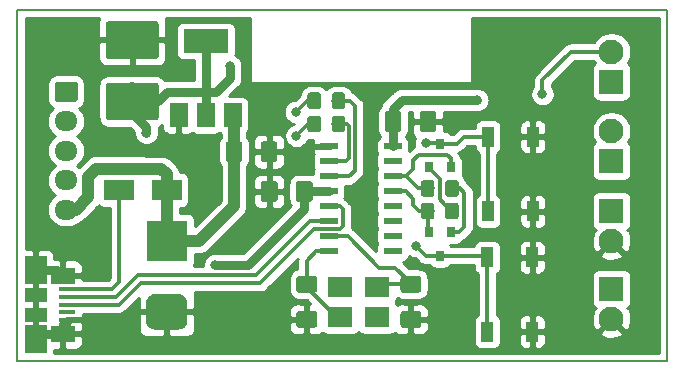
<source format=gbr>
G04 #@! TF.GenerationSoftware,KiCad,Pcbnew,(5.1.2-1)-1*
G04 #@! TF.CreationDate,2019-10-05T22:58:12+03:00*
G04 #@! TF.ProjectId,curtains-driver,63757274-6169-46e7-932d-647269766572,rev?*
G04 #@! TF.SameCoordinates,Original*
G04 #@! TF.FileFunction,Copper,L1,Top*
G04 #@! TF.FilePolarity,Positive*
%FSLAX46Y46*%
G04 Gerber Fmt 4.6, Leading zero omitted, Abs format (unit mm)*
G04 Created by KiCad (PCBNEW (5.1.2-1)-1) date 2019-10-05 22:58:12*
%MOMM*%
%LPD*%
G04 APERTURE LIST*
%ADD10C,0.150000*%
%ADD11C,2.100000*%
%ADD12R,2.100000X2.100000*%
%ADD13R,1.000000X1.700000*%
%ADD14R,2.100000X1.800000*%
%ADD15R,2.500000X1.800000*%
%ADD16C,0.100000*%
%ADD17C,1.150000*%
%ADD18C,1.425000*%
%ADD19R,1.380000X0.450000*%
%ADD20R,2.100000X1.475000*%
%ADD21R,1.900000X2.375000*%
%ADD22R,1.900000X1.175000*%
%ADD23R,1.500000X0.600000*%
%ADD24R,0.800000X0.900000*%
%ADD25O,1.950000X1.700000*%
%ADD26C,1.700000*%
%ADD27C,3.200000*%
%ADD28R,3.500000X3.500000*%
%ADD29C,3.000000*%
%ADD30R,3.800000X2.000000*%
%ADD31R,1.500000X2.000000*%
%ADD32C,0.800000*%
%ADD33C,0.800000*%
%ADD34C,0.500000*%
%ADD35C,1.000000*%
%ADD36C,0.300000*%
%ADD37C,0.254000*%
G04 APERTURE END LIST*
D10*
X134000000Y-63754000D02*
X134000000Y-93500000D01*
X78968600Y-63754000D02*
X78968600Y-93472000D01*
X134000000Y-93500000D02*
X78968600Y-93472000D01*
X78968600Y-63754000D02*
X134000000Y-63754000D01*
D11*
X129286000Y-89916000D03*
D12*
X129286000Y-87376000D03*
D11*
X129286000Y-83312000D03*
D12*
X129286000Y-80772000D03*
D13*
X122575400Y-84683200D03*
X122575400Y-90983200D03*
X118775400Y-84683200D03*
X118775400Y-90983200D03*
X118826200Y-80797800D03*
X118826200Y-74497800D03*
X122626200Y-80797800D03*
X122626200Y-74497800D03*
D14*
X109423800Y-89718200D03*
X106323800Y-89718200D03*
X106323800Y-87218200D03*
X109423800Y-87218200D03*
D15*
X91630500Y-78994000D03*
X87630500Y-78994000D03*
D16*
G36*
X106517805Y-72707204D02*
G01*
X106542073Y-72710804D01*
X106565872Y-72716765D01*
X106588971Y-72725030D01*
X106611150Y-72735520D01*
X106632193Y-72748132D01*
X106651899Y-72762747D01*
X106670077Y-72779223D01*
X106686553Y-72797401D01*
X106701168Y-72817107D01*
X106713780Y-72838150D01*
X106724270Y-72860329D01*
X106732535Y-72883428D01*
X106738496Y-72907227D01*
X106742096Y-72931495D01*
X106743300Y-72955999D01*
X106743300Y-73856001D01*
X106742096Y-73880505D01*
X106738496Y-73904773D01*
X106732535Y-73928572D01*
X106724270Y-73951671D01*
X106713780Y-73973850D01*
X106701168Y-73994893D01*
X106686553Y-74014599D01*
X106670077Y-74032777D01*
X106651899Y-74049253D01*
X106632193Y-74063868D01*
X106611150Y-74076480D01*
X106588971Y-74086970D01*
X106565872Y-74095235D01*
X106542073Y-74101196D01*
X106517805Y-74104796D01*
X106493301Y-74106000D01*
X105843299Y-74106000D01*
X105818795Y-74104796D01*
X105794527Y-74101196D01*
X105770728Y-74095235D01*
X105747629Y-74086970D01*
X105725450Y-74076480D01*
X105704407Y-74063868D01*
X105684701Y-74049253D01*
X105666523Y-74032777D01*
X105650047Y-74014599D01*
X105635432Y-73994893D01*
X105622820Y-73973850D01*
X105612330Y-73951671D01*
X105604065Y-73928572D01*
X105598104Y-73904773D01*
X105594504Y-73880505D01*
X105593300Y-73856001D01*
X105593300Y-72955999D01*
X105594504Y-72931495D01*
X105598104Y-72907227D01*
X105604065Y-72883428D01*
X105612330Y-72860329D01*
X105622820Y-72838150D01*
X105635432Y-72817107D01*
X105650047Y-72797401D01*
X105666523Y-72779223D01*
X105684701Y-72762747D01*
X105704407Y-72748132D01*
X105725450Y-72735520D01*
X105747629Y-72725030D01*
X105770728Y-72716765D01*
X105794527Y-72710804D01*
X105818795Y-72707204D01*
X105843299Y-72706000D01*
X106493301Y-72706000D01*
X106517805Y-72707204D01*
X106517805Y-72707204D01*
G37*
D17*
X106168300Y-73406000D03*
D16*
G36*
X104467805Y-72707204D02*
G01*
X104492073Y-72710804D01*
X104515872Y-72716765D01*
X104538971Y-72725030D01*
X104561150Y-72735520D01*
X104582193Y-72748132D01*
X104601899Y-72762747D01*
X104620077Y-72779223D01*
X104636553Y-72797401D01*
X104651168Y-72817107D01*
X104663780Y-72838150D01*
X104674270Y-72860329D01*
X104682535Y-72883428D01*
X104688496Y-72907227D01*
X104692096Y-72931495D01*
X104693300Y-72955999D01*
X104693300Y-73856001D01*
X104692096Y-73880505D01*
X104688496Y-73904773D01*
X104682535Y-73928572D01*
X104674270Y-73951671D01*
X104663780Y-73973850D01*
X104651168Y-73994893D01*
X104636553Y-74014599D01*
X104620077Y-74032777D01*
X104601899Y-74049253D01*
X104582193Y-74063868D01*
X104561150Y-74076480D01*
X104538971Y-74086970D01*
X104515872Y-74095235D01*
X104492073Y-74101196D01*
X104467805Y-74104796D01*
X104443301Y-74106000D01*
X103793299Y-74106000D01*
X103768795Y-74104796D01*
X103744527Y-74101196D01*
X103720728Y-74095235D01*
X103697629Y-74086970D01*
X103675450Y-74076480D01*
X103654407Y-74063868D01*
X103634701Y-74049253D01*
X103616523Y-74032777D01*
X103600047Y-74014599D01*
X103585432Y-73994893D01*
X103572820Y-73973850D01*
X103562330Y-73951671D01*
X103554065Y-73928572D01*
X103548104Y-73904773D01*
X103544504Y-73880505D01*
X103543300Y-73856001D01*
X103543300Y-72955999D01*
X103544504Y-72931495D01*
X103548104Y-72907227D01*
X103554065Y-72883428D01*
X103562330Y-72860329D01*
X103572820Y-72838150D01*
X103585432Y-72817107D01*
X103600047Y-72797401D01*
X103616523Y-72779223D01*
X103634701Y-72762747D01*
X103654407Y-72748132D01*
X103675450Y-72735520D01*
X103697629Y-72725030D01*
X103720728Y-72716765D01*
X103744527Y-72710804D01*
X103768795Y-72707204D01*
X103793299Y-72706000D01*
X104443301Y-72706000D01*
X104467805Y-72707204D01*
X104467805Y-72707204D01*
G37*
D17*
X104118300Y-73406000D03*
D16*
G36*
X116119005Y-78168204D02*
G01*
X116143273Y-78171804D01*
X116167072Y-78177765D01*
X116190171Y-78186030D01*
X116212350Y-78196520D01*
X116233393Y-78209132D01*
X116253099Y-78223747D01*
X116271277Y-78240223D01*
X116287753Y-78258401D01*
X116302368Y-78278107D01*
X116314980Y-78299150D01*
X116325470Y-78321329D01*
X116333735Y-78344428D01*
X116339696Y-78368227D01*
X116343296Y-78392495D01*
X116344500Y-78416999D01*
X116344500Y-79317001D01*
X116343296Y-79341505D01*
X116339696Y-79365773D01*
X116333735Y-79389572D01*
X116325470Y-79412671D01*
X116314980Y-79434850D01*
X116302368Y-79455893D01*
X116287753Y-79475599D01*
X116271277Y-79493777D01*
X116253099Y-79510253D01*
X116233393Y-79524868D01*
X116212350Y-79537480D01*
X116190171Y-79547970D01*
X116167072Y-79556235D01*
X116143273Y-79562196D01*
X116119005Y-79565796D01*
X116094501Y-79567000D01*
X115444499Y-79567000D01*
X115419995Y-79565796D01*
X115395727Y-79562196D01*
X115371928Y-79556235D01*
X115348829Y-79547970D01*
X115326650Y-79537480D01*
X115305607Y-79524868D01*
X115285901Y-79510253D01*
X115267723Y-79493777D01*
X115251247Y-79475599D01*
X115236632Y-79455893D01*
X115224020Y-79434850D01*
X115213530Y-79412671D01*
X115205265Y-79389572D01*
X115199304Y-79365773D01*
X115195704Y-79341505D01*
X115194500Y-79317001D01*
X115194500Y-78416999D01*
X115195704Y-78392495D01*
X115199304Y-78368227D01*
X115205265Y-78344428D01*
X115213530Y-78321329D01*
X115224020Y-78299150D01*
X115236632Y-78278107D01*
X115251247Y-78258401D01*
X115267723Y-78240223D01*
X115285901Y-78223747D01*
X115305607Y-78209132D01*
X115326650Y-78196520D01*
X115348829Y-78186030D01*
X115371928Y-78177765D01*
X115395727Y-78171804D01*
X115419995Y-78168204D01*
X115444499Y-78167000D01*
X116094501Y-78167000D01*
X116119005Y-78168204D01*
X116119005Y-78168204D01*
G37*
D17*
X115769500Y-78867000D03*
D16*
G36*
X114069005Y-78168204D02*
G01*
X114093273Y-78171804D01*
X114117072Y-78177765D01*
X114140171Y-78186030D01*
X114162350Y-78196520D01*
X114183393Y-78209132D01*
X114203099Y-78223747D01*
X114221277Y-78240223D01*
X114237753Y-78258401D01*
X114252368Y-78278107D01*
X114264980Y-78299150D01*
X114275470Y-78321329D01*
X114283735Y-78344428D01*
X114289696Y-78368227D01*
X114293296Y-78392495D01*
X114294500Y-78416999D01*
X114294500Y-79317001D01*
X114293296Y-79341505D01*
X114289696Y-79365773D01*
X114283735Y-79389572D01*
X114275470Y-79412671D01*
X114264980Y-79434850D01*
X114252368Y-79455893D01*
X114237753Y-79475599D01*
X114221277Y-79493777D01*
X114203099Y-79510253D01*
X114183393Y-79524868D01*
X114162350Y-79537480D01*
X114140171Y-79547970D01*
X114117072Y-79556235D01*
X114093273Y-79562196D01*
X114069005Y-79565796D01*
X114044501Y-79567000D01*
X113394499Y-79567000D01*
X113369995Y-79565796D01*
X113345727Y-79562196D01*
X113321928Y-79556235D01*
X113298829Y-79547970D01*
X113276650Y-79537480D01*
X113255607Y-79524868D01*
X113235901Y-79510253D01*
X113217723Y-79493777D01*
X113201247Y-79475599D01*
X113186632Y-79455893D01*
X113174020Y-79434850D01*
X113163530Y-79412671D01*
X113155265Y-79389572D01*
X113149304Y-79365773D01*
X113145704Y-79341505D01*
X113144500Y-79317001D01*
X113144500Y-78416999D01*
X113145704Y-78392495D01*
X113149304Y-78368227D01*
X113155265Y-78344428D01*
X113163530Y-78321329D01*
X113174020Y-78299150D01*
X113186632Y-78278107D01*
X113201247Y-78258401D01*
X113217723Y-78240223D01*
X113235901Y-78223747D01*
X113255607Y-78209132D01*
X113276650Y-78196520D01*
X113298829Y-78186030D01*
X113321928Y-78177765D01*
X113345727Y-78171804D01*
X113369995Y-78168204D01*
X113394499Y-78167000D01*
X114044501Y-78167000D01*
X114069005Y-78168204D01*
X114069005Y-78168204D01*
G37*
D17*
X113719500Y-78867000D03*
D16*
G36*
X104467805Y-70738704D02*
G01*
X104492073Y-70742304D01*
X104515872Y-70748265D01*
X104538971Y-70756530D01*
X104561150Y-70767020D01*
X104582193Y-70779632D01*
X104601899Y-70794247D01*
X104620077Y-70810723D01*
X104636553Y-70828901D01*
X104651168Y-70848607D01*
X104663780Y-70869650D01*
X104674270Y-70891829D01*
X104682535Y-70914928D01*
X104688496Y-70938727D01*
X104692096Y-70962995D01*
X104693300Y-70987499D01*
X104693300Y-71887501D01*
X104692096Y-71912005D01*
X104688496Y-71936273D01*
X104682535Y-71960072D01*
X104674270Y-71983171D01*
X104663780Y-72005350D01*
X104651168Y-72026393D01*
X104636553Y-72046099D01*
X104620077Y-72064277D01*
X104601899Y-72080753D01*
X104582193Y-72095368D01*
X104561150Y-72107980D01*
X104538971Y-72118470D01*
X104515872Y-72126735D01*
X104492073Y-72132696D01*
X104467805Y-72136296D01*
X104443301Y-72137500D01*
X103793299Y-72137500D01*
X103768795Y-72136296D01*
X103744527Y-72132696D01*
X103720728Y-72126735D01*
X103697629Y-72118470D01*
X103675450Y-72107980D01*
X103654407Y-72095368D01*
X103634701Y-72080753D01*
X103616523Y-72064277D01*
X103600047Y-72046099D01*
X103585432Y-72026393D01*
X103572820Y-72005350D01*
X103562330Y-71983171D01*
X103554065Y-71960072D01*
X103548104Y-71936273D01*
X103544504Y-71912005D01*
X103543300Y-71887501D01*
X103543300Y-70987499D01*
X103544504Y-70962995D01*
X103548104Y-70938727D01*
X103554065Y-70914928D01*
X103562330Y-70891829D01*
X103572820Y-70869650D01*
X103585432Y-70848607D01*
X103600047Y-70828901D01*
X103616523Y-70810723D01*
X103634701Y-70794247D01*
X103654407Y-70779632D01*
X103675450Y-70767020D01*
X103697629Y-70756530D01*
X103720728Y-70748265D01*
X103744527Y-70742304D01*
X103768795Y-70738704D01*
X103793299Y-70737500D01*
X104443301Y-70737500D01*
X104467805Y-70738704D01*
X104467805Y-70738704D01*
G37*
D17*
X104118300Y-71437500D03*
D16*
G36*
X106517805Y-70738704D02*
G01*
X106542073Y-70742304D01*
X106565872Y-70748265D01*
X106588971Y-70756530D01*
X106611150Y-70767020D01*
X106632193Y-70779632D01*
X106651899Y-70794247D01*
X106670077Y-70810723D01*
X106686553Y-70828901D01*
X106701168Y-70848607D01*
X106713780Y-70869650D01*
X106724270Y-70891829D01*
X106732535Y-70914928D01*
X106738496Y-70938727D01*
X106742096Y-70962995D01*
X106743300Y-70987499D01*
X106743300Y-71887501D01*
X106742096Y-71912005D01*
X106738496Y-71936273D01*
X106732535Y-71960072D01*
X106724270Y-71983171D01*
X106713780Y-72005350D01*
X106701168Y-72026393D01*
X106686553Y-72046099D01*
X106670077Y-72064277D01*
X106651899Y-72080753D01*
X106632193Y-72095368D01*
X106611150Y-72107980D01*
X106588971Y-72118470D01*
X106565872Y-72126735D01*
X106542073Y-72132696D01*
X106517805Y-72136296D01*
X106493301Y-72137500D01*
X105843299Y-72137500D01*
X105818795Y-72136296D01*
X105794527Y-72132696D01*
X105770728Y-72126735D01*
X105747629Y-72118470D01*
X105725450Y-72107980D01*
X105704407Y-72095368D01*
X105684701Y-72080753D01*
X105666523Y-72064277D01*
X105650047Y-72046099D01*
X105635432Y-72026393D01*
X105622820Y-72005350D01*
X105612330Y-71983171D01*
X105604065Y-71960072D01*
X105598104Y-71936273D01*
X105594504Y-71912005D01*
X105593300Y-71887501D01*
X105593300Y-70987499D01*
X105594504Y-70962995D01*
X105598104Y-70938727D01*
X105604065Y-70914928D01*
X105612330Y-70891829D01*
X105622820Y-70869650D01*
X105635432Y-70848607D01*
X105650047Y-70828901D01*
X105666523Y-70810723D01*
X105684701Y-70794247D01*
X105704407Y-70779632D01*
X105725450Y-70767020D01*
X105747629Y-70756530D01*
X105770728Y-70748265D01*
X105794527Y-70742304D01*
X105818795Y-70738704D01*
X105843299Y-70737500D01*
X106493301Y-70737500D01*
X106517805Y-70738704D01*
X106517805Y-70738704D01*
G37*
D17*
X106168300Y-71437500D03*
D16*
G36*
X104129104Y-89244404D02*
G01*
X104153373Y-89248004D01*
X104177171Y-89253965D01*
X104200271Y-89262230D01*
X104222449Y-89272720D01*
X104243493Y-89285333D01*
X104263198Y-89299947D01*
X104281377Y-89316423D01*
X104297853Y-89334602D01*
X104312467Y-89354307D01*
X104325080Y-89375351D01*
X104335570Y-89397529D01*
X104343835Y-89420629D01*
X104349796Y-89444427D01*
X104353396Y-89468696D01*
X104354600Y-89493200D01*
X104354600Y-90418200D01*
X104353396Y-90442704D01*
X104349796Y-90466973D01*
X104343835Y-90490771D01*
X104335570Y-90513871D01*
X104325080Y-90536049D01*
X104312467Y-90557093D01*
X104297853Y-90576798D01*
X104281377Y-90594977D01*
X104263198Y-90611453D01*
X104243493Y-90626067D01*
X104222449Y-90638680D01*
X104200271Y-90649170D01*
X104177171Y-90657435D01*
X104153373Y-90663396D01*
X104129104Y-90666996D01*
X104104600Y-90668200D01*
X102854600Y-90668200D01*
X102830096Y-90666996D01*
X102805827Y-90663396D01*
X102782029Y-90657435D01*
X102758929Y-90649170D01*
X102736751Y-90638680D01*
X102715707Y-90626067D01*
X102696002Y-90611453D01*
X102677823Y-90594977D01*
X102661347Y-90576798D01*
X102646733Y-90557093D01*
X102634120Y-90536049D01*
X102623630Y-90513871D01*
X102615365Y-90490771D01*
X102609404Y-90466973D01*
X102605804Y-90442704D01*
X102604600Y-90418200D01*
X102604600Y-89493200D01*
X102605804Y-89468696D01*
X102609404Y-89444427D01*
X102615365Y-89420629D01*
X102623630Y-89397529D01*
X102634120Y-89375351D01*
X102646733Y-89354307D01*
X102661347Y-89334602D01*
X102677823Y-89316423D01*
X102696002Y-89299947D01*
X102715707Y-89285333D01*
X102736751Y-89272720D01*
X102758929Y-89262230D01*
X102782029Y-89253965D01*
X102805827Y-89248004D01*
X102830096Y-89244404D01*
X102854600Y-89243200D01*
X104104600Y-89243200D01*
X104129104Y-89244404D01*
X104129104Y-89244404D01*
G37*
D18*
X103479600Y-89955700D03*
D16*
G36*
X104129104Y-86269404D02*
G01*
X104153373Y-86273004D01*
X104177171Y-86278965D01*
X104200271Y-86287230D01*
X104222449Y-86297720D01*
X104243493Y-86310333D01*
X104263198Y-86324947D01*
X104281377Y-86341423D01*
X104297853Y-86359602D01*
X104312467Y-86379307D01*
X104325080Y-86400351D01*
X104335570Y-86422529D01*
X104343835Y-86445629D01*
X104349796Y-86469427D01*
X104353396Y-86493696D01*
X104354600Y-86518200D01*
X104354600Y-87443200D01*
X104353396Y-87467704D01*
X104349796Y-87491973D01*
X104343835Y-87515771D01*
X104335570Y-87538871D01*
X104325080Y-87561049D01*
X104312467Y-87582093D01*
X104297853Y-87601798D01*
X104281377Y-87619977D01*
X104263198Y-87636453D01*
X104243493Y-87651067D01*
X104222449Y-87663680D01*
X104200271Y-87674170D01*
X104177171Y-87682435D01*
X104153373Y-87688396D01*
X104129104Y-87691996D01*
X104104600Y-87693200D01*
X102854600Y-87693200D01*
X102830096Y-87691996D01*
X102805827Y-87688396D01*
X102782029Y-87682435D01*
X102758929Y-87674170D01*
X102736751Y-87663680D01*
X102715707Y-87651067D01*
X102696002Y-87636453D01*
X102677823Y-87619977D01*
X102661347Y-87601798D01*
X102646733Y-87582093D01*
X102634120Y-87561049D01*
X102623630Y-87538871D01*
X102615365Y-87515771D01*
X102609404Y-87491973D01*
X102605804Y-87467704D01*
X102604600Y-87443200D01*
X102604600Y-86518200D01*
X102605804Y-86493696D01*
X102609404Y-86469427D01*
X102615365Y-86445629D01*
X102623630Y-86422529D01*
X102634120Y-86400351D01*
X102646733Y-86379307D01*
X102661347Y-86359602D01*
X102677823Y-86341423D01*
X102696002Y-86324947D01*
X102715707Y-86310333D01*
X102736751Y-86297720D01*
X102758929Y-86287230D01*
X102782029Y-86278965D01*
X102805827Y-86273004D01*
X102830096Y-86269404D01*
X102854600Y-86268200D01*
X104104600Y-86268200D01*
X104129104Y-86269404D01*
X104129104Y-86269404D01*
G37*
D18*
X103479600Y-86980700D03*
D16*
G36*
X103765004Y-78247204D02*
G01*
X103789273Y-78250804D01*
X103813071Y-78256765D01*
X103836171Y-78265030D01*
X103858349Y-78275520D01*
X103879393Y-78288133D01*
X103899098Y-78302747D01*
X103917277Y-78319223D01*
X103933753Y-78337402D01*
X103948367Y-78357107D01*
X103960980Y-78378151D01*
X103971470Y-78400329D01*
X103979735Y-78423429D01*
X103985696Y-78447227D01*
X103989296Y-78471496D01*
X103990500Y-78496000D01*
X103990500Y-79746000D01*
X103989296Y-79770504D01*
X103985696Y-79794773D01*
X103979735Y-79818571D01*
X103971470Y-79841671D01*
X103960980Y-79863849D01*
X103948367Y-79884893D01*
X103933753Y-79904598D01*
X103917277Y-79922777D01*
X103899098Y-79939253D01*
X103879393Y-79953867D01*
X103858349Y-79966480D01*
X103836171Y-79976970D01*
X103813071Y-79985235D01*
X103789273Y-79991196D01*
X103765004Y-79994796D01*
X103740500Y-79996000D01*
X102815500Y-79996000D01*
X102790996Y-79994796D01*
X102766727Y-79991196D01*
X102742929Y-79985235D01*
X102719829Y-79976970D01*
X102697651Y-79966480D01*
X102676607Y-79953867D01*
X102656902Y-79939253D01*
X102638723Y-79922777D01*
X102622247Y-79904598D01*
X102607633Y-79884893D01*
X102595020Y-79863849D01*
X102584530Y-79841671D01*
X102576265Y-79818571D01*
X102570304Y-79794773D01*
X102566704Y-79770504D01*
X102565500Y-79746000D01*
X102565500Y-78496000D01*
X102566704Y-78471496D01*
X102570304Y-78447227D01*
X102576265Y-78423429D01*
X102584530Y-78400329D01*
X102595020Y-78378151D01*
X102607633Y-78357107D01*
X102622247Y-78337402D01*
X102638723Y-78319223D01*
X102656902Y-78302747D01*
X102676607Y-78288133D01*
X102697651Y-78275520D01*
X102719829Y-78265030D01*
X102742929Y-78256765D01*
X102766727Y-78250804D01*
X102790996Y-78247204D01*
X102815500Y-78246000D01*
X103740500Y-78246000D01*
X103765004Y-78247204D01*
X103765004Y-78247204D01*
G37*
D18*
X103278000Y-79121000D03*
D16*
G36*
X100790004Y-78247204D02*
G01*
X100814273Y-78250804D01*
X100838071Y-78256765D01*
X100861171Y-78265030D01*
X100883349Y-78275520D01*
X100904393Y-78288133D01*
X100924098Y-78302747D01*
X100942277Y-78319223D01*
X100958753Y-78337402D01*
X100973367Y-78357107D01*
X100985980Y-78378151D01*
X100996470Y-78400329D01*
X101004735Y-78423429D01*
X101010696Y-78447227D01*
X101014296Y-78471496D01*
X101015500Y-78496000D01*
X101015500Y-79746000D01*
X101014296Y-79770504D01*
X101010696Y-79794773D01*
X101004735Y-79818571D01*
X100996470Y-79841671D01*
X100985980Y-79863849D01*
X100973367Y-79884893D01*
X100958753Y-79904598D01*
X100942277Y-79922777D01*
X100924098Y-79939253D01*
X100904393Y-79953867D01*
X100883349Y-79966480D01*
X100861171Y-79976970D01*
X100838071Y-79985235D01*
X100814273Y-79991196D01*
X100790004Y-79994796D01*
X100765500Y-79996000D01*
X99840500Y-79996000D01*
X99815996Y-79994796D01*
X99791727Y-79991196D01*
X99767929Y-79985235D01*
X99744829Y-79976970D01*
X99722651Y-79966480D01*
X99701607Y-79953867D01*
X99681902Y-79939253D01*
X99663723Y-79922777D01*
X99647247Y-79904598D01*
X99632633Y-79884893D01*
X99620020Y-79863849D01*
X99609530Y-79841671D01*
X99601265Y-79818571D01*
X99595304Y-79794773D01*
X99591704Y-79770504D01*
X99590500Y-79746000D01*
X99590500Y-78496000D01*
X99591704Y-78471496D01*
X99595304Y-78447227D01*
X99601265Y-78423429D01*
X99609530Y-78400329D01*
X99620020Y-78378151D01*
X99632633Y-78357107D01*
X99647247Y-78337402D01*
X99663723Y-78319223D01*
X99681902Y-78302747D01*
X99701607Y-78288133D01*
X99722651Y-78275520D01*
X99744829Y-78265030D01*
X99767929Y-78256765D01*
X99791727Y-78250804D01*
X99815996Y-78247204D01*
X99840500Y-78246000D01*
X100765500Y-78246000D01*
X100790004Y-78247204D01*
X100790004Y-78247204D01*
G37*
D18*
X100303000Y-79121000D03*
D19*
X83184500Y-87409500D03*
X83184500Y-88059500D03*
X83184500Y-88709500D03*
X83184500Y-89359500D03*
X83184500Y-90009500D03*
D20*
X82824500Y-86247000D03*
X82824500Y-91172000D03*
D21*
X80524500Y-85799500D03*
X80524500Y-91619500D03*
D22*
X80524500Y-87869500D03*
X80524500Y-89549500D03*
D23*
X105362000Y-75311000D03*
X105362000Y-76581000D03*
X105362000Y-77851000D03*
X105362000Y-79121000D03*
X105362000Y-80391000D03*
X105362000Y-81661000D03*
X105362000Y-82931000D03*
X105362000Y-84201000D03*
X110762000Y-84201000D03*
X110762000Y-82931000D03*
X110762000Y-81661000D03*
X110762000Y-80391000D03*
X110762000Y-79121000D03*
X110762000Y-77851000D03*
X110762000Y-76581000D03*
X110762000Y-75311000D03*
D24*
X114744500Y-84566000D03*
X113794500Y-82566000D03*
X115694500Y-82566000D03*
X113794500Y-77073000D03*
X115694500Y-77073000D03*
X114744500Y-75073000D03*
D16*
G36*
X114069005Y-80073204D02*
G01*
X114093273Y-80076804D01*
X114117072Y-80082765D01*
X114140171Y-80091030D01*
X114162350Y-80101520D01*
X114183393Y-80114132D01*
X114203099Y-80128747D01*
X114221277Y-80145223D01*
X114237753Y-80163401D01*
X114252368Y-80183107D01*
X114264980Y-80204150D01*
X114275470Y-80226329D01*
X114283735Y-80249428D01*
X114289696Y-80273227D01*
X114293296Y-80297495D01*
X114294500Y-80321999D01*
X114294500Y-81222001D01*
X114293296Y-81246505D01*
X114289696Y-81270773D01*
X114283735Y-81294572D01*
X114275470Y-81317671D01*
X114264980Y-81339850D01*
X114252368Y-81360893D01*
X114237753Y-81380599D01*
X114221277Y-81398777D01*
X114203099Y-81415253D01*
X114183393Y-81429868D01*
X114162350Y-81442480D01*
X114140171Y-81452970D01*
X114117072Y-81461235D01*
X114093273Y-81467196D01*
X114069005Y-81470796D01*
X114044501Y-81472000D01*
X113394499Y-81472000D01*
X113369995Y-81470796D01*
X113345727Y-81467196D01*
X113321928Y-81461235D01*
X113298829Y-81452970D01*
X113276650Y-81442480D01*
X113255607Y-81429868D01*
X113235901Y-81415253D01*
X113217723Y-81398777D01*
X113201247Y-81380599D01*
X113186632Y-81360893D01*
X113174020Y-81339850D01*
X113163530Y-81317671D01*
X113155265Y-81294572D01*
X113149304Y-81270773D01*
X113145704Y-81246505D01*
X113144500Y-81222001D01*
X113144500Y-80321999D01*
X113145704Y-80297495D01*
X113149304Y-80273227D01*
X113155265Y-80249428D01*
X113163530Y-80226329D01*
X113174020Y-80204150D01*
X113186632Y-80183107D01*
X113201247Y-80163401D01*
X113217723Y-80145223D01*
X113235901Y-80128747D01*
X113255607Y-80114132D01*
X113276650Y-80101520D01*
X113298829Y-80091030D01*
X113321928Y-80082765D01*
X113345727Y-80076804D01*
X113369995Y-80073204D01*
X113394499Y-80072000D01*
X114044501Y-80072000D01*
X114069005Y-80073204D01*
X114069005Y-80073204D01*
G37*
D17*
X113719500Y-80772000D03*
D16*
G36*
X116119005Y-80073204D02*
G01*
X116143273Y-80076804D01*
X116167072Y-80082765D01*
X116190171Y-80091030D01*
X116212350Y-80101520D01*
X116233393Y-80114132D01*
X116253099Y-80128747D01*
X116271277Y-80145223D01*
X116287753Y-80163401D01*
X116302368Y-80183107D01*
X116314980Y-80204150D01*
X116325470Y-80226329D01*
X116333735Y-80249428D01*
X116339696Y-80273227D01*
X116343296Y-80297495D01*
X116344500Y-80321999D01*
X116344500Y-81222001D01*
X116343296Y-81246505D01*
X116339696Y-81270773D01*
X116333735Y-81294572D01*
X116325470Y-81317671D01*
X116314980Y-81339850D01*
X116302368Y-81360893D01*
X116287753Y-81380599D01*
X116271277Y-81398777D01*
X116253099Y-81415253D01*
X116233393Y-81429868D01*
X116212350Y-81442480D01*
X116190171Y-81452970D01*
X116167072Y-81461235D01*
X116143273Y-81467196D01*
X116119005Y-81470796D01*
X116094501Y-81472000D01*
X115444499Y-81472000D01*
X115419995Y-81470796D01*
X115395727Y-81467196D01*
X115371928Y-81461235D01*
X115348829Y-81452970D01*
X115326650Y-81442480D01*
X115305607Y-81429868D01*
X115285901Y-81415253D01*
X115267723Y-81398777D01*
X115251247Y-81380599D01*
X115236632Y-81360893D01*
X115224020Y-81339850D01*
X115213530Y-81317671D01*
X115205265Y-81294572D01*
X115199304Y-81270773D01*
X115195704Y-81246505D01*
X115194500Y-81222001D01*
X115194500Y-80321999D01*
X115195704Y-80297495D01*
X115199304Y-80273227D01*
X115205265Y-80249428D01*
X115213530Y-80226329D01*
X115224020Y-80204150D01*
X115236632Y-80183107D01*
X115251247Y-80163401D01*
X115267723Y-80145223D01*
X115285901Y-80128747D01*
X115305607Y-80114132D01*
X115326650Y-80101520D01*
X115348829Y-80091030D01*
X115371928Y-80082765D01*
X115395727Y-80076804D01*
X115419995Y-80073204D01*
X115444499Y-80072000D01*
X116094501Y-80072000D01*
X116119005Y-80073204D01*
X116119005Y-80073204D01*
G37*
D17*
X115769500Y-80772000D03*
D16*
G36*
X112942904Y-89244404D02*
G01*
X112967173Y-89248004D01*
X112990971Y-89253965D01*
X113014071Y-89262230D01*
X113036249Y-89272720D01*
X113057293Y-89285333D01*
X113076998Y-89299947D01*
X113095177Y-89316423D01*
X113111653Y-89334602D01*
X113126267Y-89354307D01*
X113138880Y-89375351D01*
X113149370Y-89397529D01*
X113157635Y-89420629D01*
X113163596Y-89444427D01*
X113167196Y-89468696D01*
X113168400Y-89493200D01*
X113168400Y-90418200D01*
X113167196Y-90442704D01*
X113163596Y-90466973D01*
X113157635Y-90490771D01*
X113149370Y-90513871D01*
X113138880Y-90536049D01*
X113126267Y-90557093D01*
X113111653Y-90576798D01*
X113095177Y-90594977D01*
X113076998Y-90611453D01*
X113057293Y-90626067D01*
X113036249Y-90638680D01*
X113014071Y-90649170D01*
X112990971Y-90657435D01*
X112967173Y-90663396D01*
X112942904Y-90666996D01*
X112918400Y-90668200D01*
X111668400Y-90668200D01*
X111643896Y-90666996D01*
X111619627Y-90663396D01*
X111595829Y-90657435D01*
X111572729Y-90649170D01*
X111550551Y-90638680D01*
X111529507Y-90626067D01*
X111509802Y-90611453D01*
X111491623Y-90594977D01*
X111475147Y-90576798D01*
X111460533Y-90557093D01*
X111447920Y-90536049D01*
X111437430Y-90513871D01*
X111429165Y-90490771D01*
X111423204Y-90466973D01*
X111419604Y-90442704D01*
X111418400Y-90418200D01*
X111418400Y-89493200D01*
X111419604Y-89468696D01*
X111423204Y-89444427D01*
X111429165Y-89420629D01*
X111437430Y-89397529D01*
X111447920Y-89375351D01*
X111460533Y-89354307D01*
X111475147Y-89334602D01*
X111491623Y-89316423D01*
X111509802Y-89299947D01*
X111529507Y-89285333D01*
X111550551Y-89272720D01*
X111572729Y-89262230D01*
X111595829Y-89253965D01*
X111619627Y-89248004D01*
X111643896Y-89244404D01*
X111668400Y-89243200D01*
X112918400Y-89243200D01*
X112942904Y-89244404D01*
X112942904Y-89244404D01*
G37*
D18*
X112293400Y-89955700D03*
D16*
G36*
X112942904Y-86269404D02*
G01*
X112967173Y-86273004D01*
X112990971Y-86278965D01*
X113014071Y-86287230D01*
X113036249Y-86297720D01*
X113057293Y-86310333D01*
X113076998Y-86324947D01*
X113095177Y-86341423D01*
X113111653Y-86359602D01*
X113126267Y-86379307D01*
X113138880Y-86400351D01*
X113149370Y-86422529D01*
X113157635Y-86445629D01*
X113163596Y-86469427D01*
X113167196Y-86493696D01*
X113168400Y-86518200D01*
X113168400Y-87443200D01*
X113167196Y-87467704D01*
X113163596Y-87491973D01*
X113157635Y-87515771D01*
X113149370Y-87538871D01*
X113138880Y-87561049D01*
X113126267Y-87582093D01*
X113111653Y-87601798D01*
X113095177Y-87619977D01*
X113076998Y-87636453D01*
X113057293Y-87651067D01*
X113036249Y-87663680D01*
X113014071Y-87674170D01*
X112990971Y-87682435D01*
X112967173Y-87688396D01*
X112942904Y-87691996D01*
X112918400Y-87693200D01*
X111668400Y-87693200D01*
X111643896Y-87691996D01*
X111619627Y-87688396D01*
X111595829Y-87682435D01*
X111572729Y-87674170D01*
X111550551Y-87663680D01*
X111529507Y-87651067D01*
X111509802Y-87636453D01*
X111491623Y-87619977D01*
X111475147Y-87601798D01*
X111460533Y-87582093D01*
X111447920Y-87561049D01*
X111437430Y-87538871D01*
X111429165Y-87515771D01*
X111423204Y-87491973D01*
X111419604Y-87467704D01*
X111418400Y-87443200D01*
X111418400Y-86518200D01*
X111419604Y-86493696D01*
X111423204Y-86469427D01*
X111429165Y-86445629D01*
X111437430Y-86422529D01*
X111447920Y-86400351D01*
X111460533Y-86379307D01*
X111475147Y-86359602D01*
X111491623Y-86341423D01*
X111509802Y-86324947D01*
X111529507Y-86310333D01*
X111550551Y-86297720D01*
X111572729Y-86287230D01*
X111595829Y-86278965D01*
X111619627Y-86273004D01*
X111643896Y-86269404D01*
X111668400Y-86268200D01*
X112918400Y-86268200D01*
X112942904Y-86269404D01*
X112942904Y-86269404D01*
G37*
D18*
X112293400Y-86980700D03*
D16*
G36*
X111267504Y-72329004D02*
G01*
X111291773Y-72332604D01*
X111315571Y-72338565D01*
X111338671Y-72346830D01*
X111360849Y-72357320D01*
X111381893Y-72369933D01*
X111401598Y-72384547D01*
X111419777Y-72401023D01*
X111436253Y-72419202D01*
X111450867Y-72438907D01*
X111463480Y-72459951D01*
X111473970Y-72482129D01*
X111482235Y-72505229D01*
X111488196Y-72529027D01*
X111491796Y-72553296D01*
X111493000Y-72577800D01*
X111493000Y-73827800D01*
X111491796Y-73852304D01*
X111488196Y-73876573D01*
X111482235Y-73900371D01*
X111473970Y-73923471D01*
X111463480Y-73945649D01*
X111450867Y-73966693D01*
X111436253Y-73986398D01*
X111419777Y-74004577D01*
X111401598Y-74021053D01*
X111381893Y-74035667D01*
X111360849Y-74048280D01*
X111338671Y-74058770D01*
X111315571Y-74067035D01*
X111291773Y-74072996D01*
X111267504Y-74076596D01*
X111243000Y-74077800D01*
X110318000Y-74077800D01*
X110293496Y-74076596D01*
X110269227Y-74072996D01*
X110245429Y-74067035D01*
X110222329Y-74058770D01*
X110200151Y-74048280D01*
X110179107Y-74035667D01*
X110159402Y-74021053D01*
X110141223Y-74004577D01*
X110124747Y-73986398D01*
X110110133Y-73966693D01*
X110097520Y-73945649D01*
X110087030Y-73923471D01*
X110078765Y-73900371D01*
X110072804Y-73876573D01*
X110069204Y-73852304D01*
X110068000Y-73827800D01*
X110068000Y-72577800D01*
X110069204Y-72553296D01*
X110072804Y-72529027D01*
X110078765Y-72505229D01*
X110087030Y-72482129D01*
X110097520Y-72459951D01*
X110110133Y-72438907D01*
X110124747Y-72419202D01*
X110141223Y-72401023D01*
X110159402Y-72384547D01*
X110179107Y-72369933D01*
X110200151Y-72357320D01*
X110222329Y-72346830D01*
X110245429Y-72338565D01*
X110269227Y-72332604D01*
X110293496Y-72329004D01*
X110318000Y-72327800D01*
X111243000Y-72327800D01*
X111267504Y-72329004D01*
X111267504Y-72329004D01*
G37*
D18*
X110780500Y-73202800D03*
D16*
G36*
X114242504Y-72329004D02*
G01*
X114266773Y-72332604D01*
X114290571Y-72338565D01*
X114313671Y-72346830D01*
X114335849Y-72357320D01*
X114356893Y-72369933D01*
X114376598Y-72384547D01*
X114394777Y-72401023D01*
X114411253Y-72419202D01*
X114425867Y-72438907D01*
X114438480Y-72459951D01*
X114448970Y-72482129D01*
X114457235Y-72505229D01*
X114463196Y-72529027D01*
X114466796Y-72553296D01*
X114468000Y-72577800D01*
X114468000Y-73827800D01*
X114466796Y-73852304D01*
X114463196Y-73876573D01*
X114457235Y-73900371D01*
X114448970Y-73923471D01*
X114438480Y-73945649D01*
X114425867Y-73966693D01*
X114411253Y-73986398D01*
X114394777Y-74004577D01*
X114376598Y-74021053D01*
X114356893Y-74035667D01*
X114335849Y-74048280D01*
X114313671Y-74058770D01*
X114290571Y-74067035D01*
X114266773Y-74072996D01*
X114242504Y-74076596D01*
X114218000Y-74077800D01*
X113293000Y-74077800D01*
X113268496Y-74076596D01*
X113244227Y-74072996D01*
X113220429Y-74067035D01*
X113197329Y-74058770D01*
X113175151Y-74048280D01*
X113154107Y-74035667D01*
X113134402Y-74021053D01*
X113116223Y-74004577D01*
X113099747Y-73986398D01*
X113085133Y-73966693D01*
X113072520Y-73945649D01*
X113062030Y-73923471D01*
X113053765Y-73900371D01*
X113047804Y-73876573D01*
X113044204Y-73852304D01*
X113043000Y-73827800D01*
X113043000Y-72577800D01*
X113044204Y-72553296D01*
X113047804Y-72529027D01*
X113053765Y-72505229D01*
X113062030Y-72482129D01*
X113072520Y-72459951D01*
X113085133Y-72438907D01*
X113099747Y-72419202D01*
X113116223Y-72401023D01*
X113134402Y-72384547D01*
X113154107Y-72369933D01*
X113175151Y-72357320D01*
X113197329Y-72346830D01*
X113220429Y-72338565D01*
X113244227Y-72332604D01*
X113268496Y-72329004D01*
X113293000Y-72327800D01*
X114218000Y-72327800D01*
X114242504Y-72329004D01*
X114242504Y-72329004D01*
G37*
D18*
X113755500Y-73202800D03*
D11*
X129286000Y-67284600D03*
D12*
X129286000Y-69824600D03*
X129286000Y-76538666D03*
D11*
X129286000Y-73998666D03*
D25*
X83121500Y-80675500D03*
X83121500Y-78175500D03*
X83121500Y-75675500D03*
X83121500Y-73175500D03*
D16*
G36*
X83871094Y-69826703D02*
G01*
X83895353Y-69830302D01*
X83919142Y-69836261D01*
X83942233Y-69844523D01*
X83964402Y-69855008D01*
X83985437Y-69867616D01*
X84005135Y-69882225D01*
X84023306Y-69898694D01*
X84039775Y-69916865D01*
X84054384Y-69936563D01*
X84066992Y-69957598D01*
X84077477Y-69979767D01*
X84085739Y-70002858D01*
X84091698Y-70026647D01*
X84095297Y-70050906D01*
X84096500Y-70075400D01*
X84096500Y-71275600D01*
X84095297Y-71300094D01*
X84091698Y-71324353D01*
X84085739Y-71348142D01*
X84077477Y-71371233D01*
X84066992Y-71393402D01*
X84054384Y-71414437D01*
X84039775Y-71434135D01*
X84023306Y-71452306D01*
X84005135Y-71468775D01*
X83985437Y-71483384D01*
X83964402Y-71495992D01*
X83942233Y-71506477D01*
X83919142Y-71514739D01*
X83895353Y-71520698D01*
X83871094Y-71524297D01*
X83846600Y-71525500D01*
X82396400Y-71525500D01*
X82371906Y-71524297D01*
X82347647Y-71520698D01*
X82323858Y-71514739D01*
X82300767Y-71506477D01*
X82278598Y-71495992D01*
X82257563Y-71483384D01*
X82237865Y-71468775D01*
X82219694Y-71452306D01*
X82203225Y-71434135D01*
X82188616Y-71414437D01*
X82176008Y-71393402D01*
X82165523Y-71371233D01*
X82157261Y-71348142D01*
X82151302Y-71324353D01*
X82147703Y-71300094D01*
X82146500Y-71275600D01*
X82146500Y-70075400D01*
X82147703Y-70050906D01*
X82151302Y-70026647D01*
X82157261Y-70002858D01*
X82165523Y-69979767D01*
X82176008Y-69957598D01*
X82188616Y-69936563D01*
X82203225Y-69916865D01*
X82219694Y-69898694D01*
X82237865Y-69882225D01*
X82257563Y-69867616D01*
X82278598Y-69855008D01*
X82300767Y-69844523D01*
X82323858Y-69836261D01*
X82347647Y-69830302D01*
X82371906Y-69826703D01*
X82396400Y-69825500D01*
X83846600Y-69825500D01*
X83871094Y-69826703D01*
X83871094Y-69826703D01*
G37*
D26*
X83121500Y-70675500D03*
D16*
G36*
X100780504Y-74881704D02*
G01*
X100804773Y-74885304D01*
X100828571Y-74891265D01*
X100851671Y-74899530D01*
X100873849Y-74910020D01*
X100894893Y-74922633D01*
X100914598Y-74937247D01*
X100932777Y-74953723D01*
X100949253Y-74971902D01*
X100963867Y-74991607D01*
X100976480Y-75012651D01*
X100986970Y-75034829D01*
X100995235Y-75057929D01*
X101001196Y-75081727D01*
X101004796Y-75105996D01*
X101006000Y-75130500D01*
X101006000Y-76380500D01*
X101004796Y-76405004D01*
X101001196Y-76429273D01*
X100995235Y-76453071D01*
X100986970Y-76476171D01*
X100976480Y-76498349D01*
X100963867Y-76519393D01*
X100949253Y-76539098D01*
X100932777Y-76557277D01*
X100914598Y-76573753D01*
X100894893Y-76588367D01*
X100873849Y-76600980D01*
X100851671Y-76611470D01*
X100828571Y-76619735D01*
X100804773Y-76625696D01*
X100780504Y-76629296D01*
X100756000Y-76630500D01*
X99831000Y-76630500D01*
X99806496Y-76629296D01*
X99782227Y-76625696D01*
X99758429Y-76619735D01*
X99735329Y-76611470D01*
X99713151Y-76600980D01*
X99692107Y-76588367D01*
X99672402Y-76573753D01*
X99654223Y-76557277D01*
X99637747Y-76539098D01*
X99623133Y-76519393D01*
X99610520Y-76498349D01*
X99600030Y-76476171D01*
X99591765Y-76453071D01*
X99585804Y-76429273D01*
X99582204Y-76405004D01*
X99581000Y-76380500D01*
X99581000Y-75130500D01*
X99582204Y-75105996D01*
X99585804Y-75081727D01*
X99591765Y-75057929D01*
X99600030Y-75034829D01*
X99610520Y-75012651D01*
X99623133Y-74991607D01*
X99637747Y-74971902D01*
X99654223Y-74953723D01*
X99672402Y-74937247D01*
X99692107Y-74922633D01*
X99713151Y-74910020D01*
X99735329Y-74899530D01*
X99758429Y-74891265D01*
X99782227Y-74885304D01*
X99806496Y-74881704D01*
X99831000Y-74880500D01*
X100756000Y-74880500D01*
X100780504Y-74881704D01*
X100780504Y-74881704D01*
G37*
D18*
X100293500Y-75755500D03*
D16*
G36*
X97805504Y-74881704D02*
G01*
X97829773Y-74885304D01*
X97853571Y-74891265D01*
X97876671Y-74899530D01*
X97898849Y-74910020D01*
X97919893Y-74922633D01*
X97939598Y-74937247D01*
X97957777Y-74953723D01*
X97974253Y-74971902D01*
X97988867Y-74991607D01*
X98001480Y-75012651D01*
X98011970Y-75034829D01*
X98020235Y-75057929D01*
X98026196Y-75081727D01*
X98029796Y-75105996D01*
X98031000Y-75130500D01*
X98031000Y-76380500D01*
X98029796Y-76405004D01*
X98026196Y-76429273D01*
X98020235Y-76453071D01*
X98011970Y-76476171D01*
X98001480Y-76498349D01*
X97988867Y-76519393D01*
X97974253Y-76539098D01*
X97957777Y-76557277D01*
X97939598Y-76573753D01*
X97919893Y-76588367D01*
X97898849Y-76600980D01*
X97876671Y-76611470D01*
X97853571Y-76619735D01*
X97829773Y-76625696D01*
X97805504Y-76629296D01*
X97781000Y-76630500D01*
X96856000Y-76630500D01*
X96831496Y-76629296D01*
X96807227Y-76625696D01*
X96783429Y-76619735D01*
X96760329Y-76611470D01*
X96738151Y-76600980D01*
X96717107Y-76588367D01*
X96697402Y-76573753D01*
X96679223Y-76557277D01*
X96662747Y-76539098D01*
X96648133Y-76519393D01*
X96635520Y-76498349D01*
X96625030Y-76476171D01*
X96616765Y-76453071D01*
X96610804Y-76429273D01*
X96607204Y-76405004D01*
X96606000Y-76380500D01*
X96606000Y-75130500D01*
X96607204Y-75105996D01*
X96610804Y-75081727D01*
X96616765Y-75057929D01*
X96625030Y-75034829D01*
X96635520Y-75012651D01*
X96648133Y-74991607D01*
X96662747Y-74971902D01*
X96679223Y-74953723D01*
X96697402Y-74937247D01*
X96717107Y-74922633D01*
X96738151Y-74910020D01*
X96760329Y-74899530D01*
X96783429Y-74891265D01*
X96807227Y-74885304D01*
X96831496Y-74881704D01*
X96856000Y-74880500D01*
X97781000Y-74880500D01*
X97805504Y-74881704D01*
X97805504Y-74881704D01*
G37*
D18*
X97318500Y-75755500D03*
D16*
G36*
X90709004Y-69898704D02*
G01*
X90733273Y-69902304D01*
X90757071Y-69908265D01*
X90780171Y-69916530D01*
X90802349Y-69927020D01*
X90823393Y-69939633D01*
X90843098Y-69954247D01*
X90861277Y-69970723D01*
X90877753Y-69988902D01*
X90892367Y-70008607D01*
X90904980Y-70029651D01*
X90915470Y-70051829D01*
X90923735Y-70074929D01*
X90929696Y-70098727D01*
X90933296Y-70122996D01*
X90934500Y-70147500D01*
X90934500Y-72847500D01*
X90933296Y-72872004D01*
X90929696Y-72896273D01*
X90923735Y-72920071D01*
X90915470Y-72943171D01*
X90904980Y-72965349D01*
X90892367Y-72986393D01*
X90877753Y-73006098D01*
X90861277Y-73024277D01*
X90843098Y-73040753D01*
X90823393Y-73055367D01*
X90802349Y-73067980D01*
X90780171Y-73078470D01*
X90757071Y-73086735D01*
X90733273Y-73092696D01*
X90709004Y-73096296D01*
X90684500Y-73097500D01*
X86734500Y-73097500D01*
X86709996Y-73096296D01*
X86685727Y-73092696D01*
X86661929Y-73086735D01*
X86638829Y-73078470D01*
X86616651Y-73067980D01*
X86595607Y-73055367D01*
X86575902Y-73040753D01*
X86557723Y-73024277D01*
X86541247Y-73006098D01*
X86526633Y-72986393D01*
X86514020Y-72965349D01*
X86503530Y-72943171D01*
X86495265Y-72920071D01*
X86489304Y-72896273D01*
X86485704Y-72872004D01*
X86484500Y-72847500D01*
X86484500Y-70147500D01*
X86485704Y-70122996D01*
X86489304Y-70098727D01*
X86495265Y-70074929D01*
X86503530Y-70051829D01*
X86514020Y-70029651D01*
X86526633Y-70008607D01*
X86541247Y-69988902D01*
X86557723Y-69970723D01*
X86575902Y-69954247D01*
X86595607Y-69939633D01*
X86616651Y-69927020D01*
X86638829Y-69916530D01*
X86661929Y-69908265D01*
X86685727Y-69902304D01*
X86709996Y-69898704D01*
X86734500Y-69897500D01*
X90684500Y-69897500D01*
X90709004Y-69898704D01*
X90709004Y-69898704D01*
G37*
D27*
X88709500Y-71497500D03*
D16*
G36*
X90709004Y-64698704D02*
G01*
X90733273Y-64702304D01*
X90757071Y-64708265D01*
X90780171Y-64716530D01*
X90802349Y-64727020D01*
X90823393Y-64739633D01*
X90843098Y-64754247D01*
X90861277Y-64770723D01*
X90877753Y-64788902D01*
X90892367Y-64808607D01*
X90904980Y-64829651D01*
X90915470Y-64851829D01*
X90923735Y-64874929D01*
X90929696Y-64898727D01*
X90933296Y-64922996D01*
X90934500Y-64947500D01*
X90934500Y-67647500D01*
X90933296Y-67672004D01*
X90929696Y-67696273D01*
X90923735Y-67720071D01*
X90915470Y-67743171D01*
X90904980Y-67765349D01*
X90892367Y-67786393D01*
X90877753Y-67806098D01*
X90861277Y-67824277D01*
X90843098Y-67840753D01*
X90823393Y-67855367D01*
X90802349Y-67867980D01*
X90780171Y-67878470D01*
X90757071Y-67886735D01*
X90733273Y-67892696D01*
X90709004Y-67896296D01*
X90684500Y-67897500D01*
X86734500Y-67897500D01*
X86709996Y-67896296D01*
X86685727Y-67892696D01*
X86661929Y-67886735D01*
X86638829Y-67878470D01*
X86616651Y-67867980D01*
X86595607Y-67855367D01*
X86575902Y-67840753D01*
X86557723Y-67824277D01*
X86541247Y-67806098D01*
X86526633Y-67786393D01*
X86514020Y-67765349D01*
X86503530Y-67743171D01*
X86495265Y-67720071D01*
X86489304Y-67696273D01*
X86485704Y-67672004D01*
X86484500Y-67647500D01*
X86484500Y-64947500D01*
X86485704Y-64922996D01*
X86489304Y-64898727D01*
X86495265Y-64874929D01*
X86503530Y-64851829D01*
X86514020Y-64829651D01*
X86526633Y-64808607D01*
X86541247Y-64788902D01*
X86557723Y-64770723D01*
X86575902Y-64754247D01*
X86595607Y-64739633D01*
X86616651Y-64727020D01*
X86638829Y-64716530D01*
X86661929Y-64708265D01*
X86685727Y-64702304D01*
X86709996Y-64698704D01*
X86734500Y-64697500D01*
X90684500Y-64697500D01*
X90709004Y-64698704D01*
X90709004Y-64698704D01*
G37*
D27*
X88709500Y-66297500D03*
D28*
X91630500Y-83312000D03*
D16*
G36*
X92704013Y-87815611D02*
G01*
X92776818Y-87826411D01*
X92848214Y-87844295D01*
X92917513Y-87869090D01*
X92984048Y-87900559D01*
X93047178Y-87938398D01*
X93106295Y-87982242D01*
X93160830Y-88031670D01*
X93210258Y-88086205D01*
X93254102Y-88145322D01*
X93291941Y-88208452D01*
X93323410Y-88274987D01*
X93348205Y-88344286D01*
X93366089Y-88415682D01*
X93376889Y-88488487D01*
X93380500Y-88562000D01*
X93380500Y-90062000D01*
X93376889Y-90135513D01*
X93366089Y-90208318D01*
X93348205Y-90279714D01*
X93323410Y-90349013D01*
X93291941Y-90415548D01*
X93254102Y-90478678D01*
X93210258Y-90537795D01*
X93160830Y-90592330D01*
X93106295Y-90641758D01*
X93047178Y-90685602D01*
X92984048Y-90723441D01*
X92917513Y-90754910D01*
X92848214Y-90779705D01*
X92776818Y-90797589D01*
X92704013Y-90808389D01*
X92630500Y-90812000D01*
X90630500Y-90812000D01*
X90556987Y-90808389D01*
X90484182Y-90797589D01*
X90412786Y-90779705D01*
X90343487Y-90754910D01*
X90276952Y-90723441D01*
X90213822Y-90685602D01*
X90154705Y-90641758D01*
X90100170Y-90592330D01*
X90050742Y-90537795D01*
X90006898Y-90478678D01*
X89969059Y-90415548D01*
X89937590Y-90349013D01*
X89912795Y-90279714D01*
X89894911Y-90208318D01*
X89884111Y-90135513D01*
X89880500Y-90062000D01*
X89880500Y-88562000D01*
X89884111Y-88488487D01*
X89894911Y-88415682D01*
X89912795Y-88344286D01*
X89937590Y-88274987D01*
X89969059Y-88208452D01*
X90006898Y-88145322D01*
X90050742Y-88086205D01*
X90100170Y-88031670D01*
X90154705Y-87982242D01*
X90213822Y-87938398D01*
X90276952Y-87900559D01*
X90343487Y-87869090D01*
X90412786Y-87844295D01*
X90484182Y-87826411D01*
X90556987Y-87815611D01*
X90630500Y-87812000D01*
X92630500Y-87812000D01*
X92704013Y-87815611D01*
X92704013Y-87815611D01*
G37*
D29*
X91630500Y-89312000D03*
D30*
X94932500Y-66382500D03*
D31*
X94932500Y-72682500D03*
X97232500Y-72682500D03*
X92632500Y-72682500D03*
D32*
X120904000Y-88773000D03*
X125501400Y-72009000D03*
X125501400Y-70891400D03*
X120980200Y-80899000D03*
X123444000Y-70891400D03*
X117919500Y-71374000D03*
X97000000Y-68500000D03*
X95758000Y-85344008D03*
X89916000Y-74167998D03*
X102552498Y-72390000D03*
X102616004Y-74422000D03*
X113601500Y-75057000D03*
X112735000Y-83756500D03*
D33*
X82377000Y-85799500D02*
X82824500Y-86247000D01*
X80524500Y-85799500D02*
X82377000Y-85799500D01*
X83059499Y-90134501D02*
X83184500Y-90134501D01*
X82824500Y-90369500D02*
X83059499Y-90134501D01*
X82824500Y-91172000D02*
X82824500Y-90369500D01*
D34*
X84374500Y-90009500D02*
X84408000Y-90043000D01*
X83184500Y-90009500D02*
X84374500Y-90009500D01*
X84408000Y-90043000D02*
X84772500Y-90043000D01*
D33*
X80972000Y-91172000D02*
X80524500Y-91619500D01*
X82824500Y-91172000D02*
X80972000Y-91172000D01*
D35*
X97318500Y-75755500D02*
X97318500Y-72768500D01*
X97318500Y-72768500D02*
X97232500Y-72682500D01*
X97318500Y-75755500D02*
X97318500Y-80374000D01*
X97318500Y-80374000D02*
X94380500Y-83312000D01*
X94380500Y-83312000D02*
X91630500Y-83312000D01*
X91630500Y-77660500D02*
X91630500Y-83312000D01*
X91186000Y-77216000D02*
X91630500Y-77660500D01*
X89622502Y-77216000D02*
X91186000Y-77216000D01*
X85660499Y-77193999D02*
X89600501Y-77193999D01*
X85480499Y-77373999D02*
X85660499Y-77193999D01*
X85480499Y-77409701D02*
X85480499Y-77373999D01*
X89600501Y-77193999D02*
X89622502Y-77216000D01*
X84996510Y-77893690D02*
X85480499Y-77409701D01*
X84996510Y-79595490D02*
X84996510Y-77893690D01*
X83916500Y-80675500D02*
X83121500Y-80675500D01*
X84996510Y-79595490D02*
X83916500Y-80675500D01*
D36*
X125882400Y-67284600D02*
X127990600Y-67284600D01*
X123444000Y-69723000D02*
X125882400Y-67284600D01*
X123444000Y-70891400D02*
X123444000Y-69723000D01*
X127990600Y-67284600D02*
X129286000Y-67284600D01*
D33*
X103278000Y-79121000D02*
X105362000Y-79121000D01*
X94932500Y-71857000D02*
X94932500Y-72107000D01*
X94932500Y-71857000D02*
X94932500Y-66382500D01*
X94805500Y-70739000D02*
X94932500Y-70866000D01*
X91630500Y-70739000D02*
X94805500Y-70739000D01*
X94932500Y-70866000D02*
X94932500Y-72682500D01*
X90872000Y-71497500D02*
X91630500Y-70739000D01*
X88709500Y-71497500D02*
X90872000Y-71497500D01*
X110762000Y-72144500D02*
X110753500Y-72136000D01*
X111515500Y-71374000D02*
X117919500Y-71374000D01*
X110753500Y-72136000D02*
X111515500Y-71374000D01*
X110762000Y-75311000D02*
X110762000Y-72144500D01*
X94805500Y-70739000D02*
X95761000Y-70739000D01*
X95761000Y-70739000D02*
X97000000Y-69500000D01*
X97000000Y-69500000D02*
X97000000Y-68500000D01*
X88709500Y-72453500D02*
X89916000Y-73660000D01*
X89916000Y-73660000D02*
X89916000Y-74167998D01*
X88709500Y-71497500D02*
X88709500Y-72453500D01*
X96323685Y-85344008D02*
X95758000Y-85344008D01*
X98551992Y-85344008D02*
X96323685Y-85344008D01*
X103278000Y-80618000D02*
X98551992Y-85344008D01*
X103278000Y-79121000D02*
X103278000Y-80618000D01*
D36*
X83184500Y-87409500D02*
X86986900Y-87409500D01*
X87630500Y-86765900D02*
X86986900Y-87409500D01*
X87630500Y-78994000D02*
X87630500Y-86765900D01*
X103504998Y-71437500D02*
X102552498Y-72390000D01*
X104118300Y-71437500D02*
X103504998Y-71437500D01*
X103632004Y-73406000D02*
X102616004Y-74422000D01*
X104118300Y-73406000D02*
X103632004Y-73406000D01*
X113719500Y-82491000D02*
X113794500Y-82566000D01*
X113719500Y-80772000D02*
X113719500Y-82491000D01*
X113030000Y-80772000D02*
X113719500Y-80772000D01*
X112500000Y-80242000D02*
X113030000Y-80772000D01*
X111865000Y-79121000D02*
X112500000Y-79756000D01*
X112500000Y-79756000D02*
X112500000Y-80242000D01*
X110762000Y-79121000D02*
X111865000Y-79121000D01*
X113719500Y-77148000D02*
X113794500Y-77073000D01*
X113794500Y-77123000D02*
X114750000Y-78078500D01*
X115146128Y-80148628D02*
X115769500Y-80772000D01*
X114750000Y-79752500D02*
X115146128Y-80148628D01*
X114750000Y-78078500D02*
X114750000Y-79752500D01*
X113794500Y-77073000D02*
X113794500Y-77123000D01*
X115600057Y-82566000D02*
X115694500Y-82566000D01*
X116459000Y-78867000D02*
X115769500Y-78867000D01*
X116840000Y-79248000D02*
X116459000Y-78867000D01*
X116840000Y-82120500D02*
X116840000Y-79248000D01*
X116394500Y-82566000D02*
X116840000Y-82120500D01*
X115694500Y-82566000D02*
X116394500Y-82566000D01*
X115694500Y-77073000D02*
X115513500Y-77073000D01*
X112867000Y-78867000D02*
X113719500Y-78867000D01*
X111851000Y-77851000D02*
X112867000Y-78867000D01*
X110762000Y-77851000D02*
X111851000Y-77851000D01*
X115694500Y-76324500D02*
X115694500Y-77073000D01*
X115370000Y-76000000D02*
X115694500Y-76324500D01*
X111851000Y-77851000D02*
X112522000Y-77180000D01*
X112976000Y-76000000D02*
X115370000Y-76000000D01*
X112522000Y-76454000D02*
X112976000Y-76000000D01*
X112522000Y-77180000D02*
X112522000Y-76454000D01*
X114744500Y-75073000D02*
X114728500Y-75057000D01*
X118826200Y-75647800D02*
X118826200Y-80797800D01*
X118826200Y-74497800D02*
X118826200Y-75647800D01*
X114728500Y-75057000D02*
X113601500Y-75057000D01*
X116764200Y-74497800D02*
X118826200Y-74497800D01*
X116189000Y-75073000D02*
X116764200Y-74497800D01*
X114744500Y-75073000D02*
X116189000Y-75073000D01*
X118658200Y-84566000D02*
X118775400Y-84683200D01*
X118775400Y-84683200D02*
X118775400Y-90983200D01*
X114744500Y-84566000D02*
X118658200Y-84566000D01*
X113544500Y-84566000D02*
X114744500Y-84566000D01*
X112735000Y-83756500D02*
X113544500Y-84566000D01*
X109661300Y-86980700D02*
X109423800Y-87218200D01*
X112293400Y-86980700D02*
X109661300Y-86980700D01*
X112293400Y-86893400D02*
X112293400Y-86980700D01*
X110972600Y-85572600D02*
X112293400Y-86893400D01*
X109639100Y-85572600D02*
X110972600Y-85572600D01*
X106997500Y-82931000D02*
X109639100Y-85572600D01*
X105362000Y-82931000D02*
X106997500Y-82931000D01*
X105974200Y-89718200D02*
X106323800Y-89718200D01*
X103479600Y-87223600D02*
X105974200Y-89718200D01*
X103479600Y-86980700D02*
X103479600Y-87223600D01*
X103479600Y-84988400D02*
X103479600Y-86980700D01*
X104267000Y-84201000D02*
X103479600Y-84988400D01*
X105362000Y-84201000D02*
X104267000Y-84201000D01*
X107569000Y-71882000D02*
X107111800Y-71424800D01*
X107111800Y-71424800D02*
X106181000Y-71424800D01*
X107569000Y-77368400D02*
X107569000Y-71882000D01*
X106181000Y-71424800D02*
X106168300Y-71437500D01*
X107086400Y-77851000D02*
X107569000Y-77368400D01*
X105362000Y-77851000D02*
X107086400Y-77851000D01*
X106883200Y-73406000D02*
X106168300Y-73406000D01*
X107061000Y-73583800D02*
X106883200Y-73406000D01*
X107061000Y-76327000D02*
X107061000Y-73583800D01*
X106807000Y-76581000D02*
X107061000Y-76327000D01*
X105362000Y-76581000D02*
X106807000Y-76581000D01*
X84174500Y-88059500D02*
X83184500Y-88059500D01*
X87308002Y-88059500D02*
X84174500Y-88059500D01*
X89173492Y-86194010D02*
X87308002Y-88059500D01*
X103759000Y-81661000D02*
X99225990Y-86194010D01*
X99225990Y-86194010D02*
X89173492Y-86194010D01*
X105362000Y-81661000D02*
X103759000Y-81661000D01*
X104105001Y-82330999D02*
X99568000Y-86868000D01*
X106282003Y-82330999D02*
X104105001Y-82330999D01*
X87577254Y-88709500D02*
X83184500Y-88709500D01*
X106553000Y-82060002D02*
X106282003Y-82330999D01*
X99568000Y-86868000D02*
X89418754Y-86868000D01*
X106553000Y-80645000D02*
X106553000Y-82060002D01*
X106299000Y-80391000D02*
X106553000Y-80645000D01*
X89418754Y-86868000D02*
X87577254Y-88709500D01*
X105362000Y-80391000D02*
X106299000Y-80391000D01*
D37*
G36*
X85858688Y-64573018D02*
G01*
X85846428Y-64697500D01*
X85849500Y-66011750D01*
X86008250Y-66170500D01*
X88582500Y-66170500D01*
X88582500Y-66150500D01*
X88836500Y-66150500D01*
X88836500Y-66170500D01*
X91410750Y-66170500D01*
X91569500Y-66011750D01*
X91572572Y-64697500D01*
X91560312Y-64573018D01*
X91527242Y-64464000D01*
X98679000Y-64464000D01*
X98679000Y-69850000D01*
X98681440Y-69874776D01*
X98688667Y-69898601D01*
X98700403Y-69920557D01*
X98716197Y-69939803D01*
X98735443Y-69955597D01*
X98757399Y-69967333D01*
X98781224Y-69974560D01*
X98806000Y-69977000D01*
X117348000Y-69977000D01*
X117372776Y-69974560D01*
X117396601Y-69967333D01*
X117418557Y-69955597D01*
X117437803Y-69939803D01*
X117453597Y-69920557D01*
X117465333Y-69898601D01*
X117472560Y-69874776D01*
X117475000Y-69850000D01*
X117475000Y-64464000D01*
X133290000Y-64464000D01*
X133290001Y-92789639D01*
X82112424Y-92763600D01*
X82111684Y-92546217D01*
X82538750Y-92544500D01*
X82697500Y-92385750D01*
X82697500Y-91299000D01*
X82951500Y-91299000D01*
X82951500Y-92385750D01*
X83110250Y-92544500D01*
X83874500Y-92547572D01*
X83998982Y-92535312D01*
X84118680Y-92499002D01*
X84228994Y-92440037D01*
X84325685Y-92360685D01*
X84405037Y-92263994D01*
X84464002Y-92153680D01*
X84500312Y-92033982D01*
X84512572Y-91909500D01*
X84509500Y-91457750D01*
X84350750Y-91299000D01*
X82951500Y-91299000D01*
X82697500Y-91299000D01*
X82677500Y-91299000D01*
X82677500Y-91045000D01*
X82697500Y-91045000D01*
X82697500Y-91025000D01*
X82951500Y-91025000D01*
X82951500Y-91045000D01*
X84350750Y-91045000D01*
X84509500Y-90886250D01*
X84510004Y-90812000D01*
X89242428Y-90812000D01*
X89254688Y-90936482D01*
X89290998Y-91056180D01*
X89349963Y-91166494D01*
X89429315Y-91263185D01*
X89526006Y-91342537D01*
X89636320Y-91401502D01*
X89756018Y-91437812D01*
X89880500Y-91450072D01*
X91344750Y-91447000D01*
X91503500Y-91288250D01*
X91503500Y-89439000D01*
X91757500Y-89439000D01*
X91757500Y-91288250D01*
X91916250Y-91447000D01*
X93380500Y-91450072D01*
X93504982Y-91437812D01*
X93624680Y-91401502D01*
X93734994Y-91342537D01*
X93831685Y-91263185D01*
X93911037Y-91166494D01*
X93970002Y-91056180D01*
X94006312Y-90936482D01*
X94018572Y-90812000D01*
X94018209Y-90668200D01*
X101966528Y-90668200D01*
X101978788Y-90792682D01*
X102015098Y-90912380D01*
X102074063Y-91022694D01*
X102153415Y-91119385D01*
X102250106Y-91198737D01*
X102360420Y-91257702D01*
X102480118Y-91294012D01*
X102604600Y-91306272D01*
X103193850Y-91303200D01*
X103352600Y-91144450D01*
X103352600Y-90082700D01*
X102128350Y-90082700D01*
X101969600Y-90241450D01*
X101966528Y-90668200D01*
X94018209Y-90668200D01*
X94015500Y-89597750D01*
X93856750Y-89439000D01*
X91757500Y-89439000D01*
X91503500Y-89439000D01*
X89404250Y-89439000D01*
X89245500Y-89597750D01*
X89242428Y-90812000D01*
X84510004Y-90812000D01*
X84512572Y-90434500D01*
X84502395Y-90331166D01*
X84509500Y-90266250D01*
X84477253Y-90234003D01*
X84464002Y-90190320D01*
X84405037Y-90080006D01*
X84347174Y-90009500D01*
X84405037Y-89938994D01*
X84464002Y-89828680D01*
X84477253Y-89784997D01*
X84509500Y-89752750D01*
X84502395Y-89687834D01*
X84512572Y-89584500D01*
X84512572Y-89494500D01*
X87538701Y-89494500D01*
X87577254Y-89498297D01*
X87615807Y-89494500D01*
X87615815Y-89494500D01*
X87731141Y-89483141D01*
X87879114Y-89438254D01*
X88015487Y-89365362D01*
X88135018Y-89267264D01*
X88154767Y-89243200D01*
X101966528Y-89243200D01*
X101969600Y-89669950D01*
X102128350Y-89828700D01*
X103352600Y-89828700D01*
X103352600Y-88766950D01*
X103193850Y-88608200D01*
X102604600Y-88605128D01*
X102480118Y-88617388D01*
X102360420Y-88653698D01*
X102250106Y-88712663D01*
X102153415Y-88792015D01*
X102074063Y-88888706D01*
X102015098Y-88999020D01*
X101978788Y-89118718D01*
X101966528Y-89243200D01*
X88154767Y-89243200D01*
X88159601Y-89237310D01*
X89243292Y-88153619D01*
X89245500Y-89026250D01*
X89404250Y-89185000D01*
X91503500Y-89185000D01*
X91503500Y-89165000D01*
X91757500Y-89165000D01*
X91757500Y-89185000D01*
X93856750Y-89185000D01*
X94015500Y-89026250D01*
X94018572Y-87812000D01*
X94006312Y-87687518D01*
X93995841Y-87653000D01*
X99529447Y-87653000D01*
X99568000Y-87656797D01*
X99606553Y-87653000D01*
X99606561Y-87653000D01*
X99721887Y-87641641D01*
X99869860Y-87596754D01*
X100006233Y-87523862D01*
X100125764Y-87425764D01*
X100150347Y-87395810D01*
X102705338Y-84840820D01*
X102694600Y-84949840D01*
X102694600Y-84949847D01*
X102690803Y-84988400D01*
X102694600Y-85026953D01*
X102694600Y-85645887D01*
X102681346Y-85647192D01*
X102514750Y-85697728D01*
X102361214Y-85779795D01*
X102226638Y-85890238D01*
X102116195Y-86024814D01*
X102034128Y-86178350D01*
X101983592Y-86344946D01*
X101966528Y-86518200D01*
X101966528Y-87443200D01*
X101983592Y-87616454D01*
X102034128Y-87783050D01*
X102116195Y-87936586D01*
X102226638Y-88071162D01*
X102361214Y-88181605D01*
X102514750Y-88263672D01*
X102681346Y-88314208D01*
X102854600Y-88331272D01*
X103477115Y-88331272D01*
X103759696Y-88613854D01*
X103606600Y-88766950D01*
X103606600Y-89828700D01*
X103626600Y-89828700D01*
X103626600Y-90082700D01*
X103606600Y-90082700D01*
X103606600Y-91144450D01*
X103765350Y-91303200D01*
X104354600Y-91306272D01*
X104479082Y-91294012D01*
X104598780Y-91257702D01*
X104709094Y-91198737D01*
X104805785Y-91119385D01*
X104837078Y-91081254D01*
X104919306Y-91148737D01*
X105029620Y-91207702D01*
X105149318Y-91244012D01*
X105273800Y-91256272D01*
X107373800Y-91256272D01*
X107498282Y-91244012D01*
X107617980Y-91207702D01*
X107728294Y-91148737D01*
X107824985Y-91069385D01*
X107873800Y-91009904D01*
X107922615Y-91069385D01*
X108019306Y-91148737D01*
X108129620Y-91207702D01*
X108249318Y-91244012D01*
X108373800Y-91256272D01*
X110473800Y-91256272D01*
X110598282Y-91244012D01*
X110717980Y-91207702D01*
X110828294Y-91148737D01*
X110924985Y-91069385D01*
X110925583Y-91068656D01*
X110967215Y-91119385D01*
X111063906Y-91198737D01*
X111174220Y-91257702D01*
X111293918Y-91294012D01*
X111418400Y-91306272D01*
X112007650Y-91303200D01*
X112166400Y-91144450D01*
X112166400Y-90082700D01*
X112420400Y-90082700D01*
X112420400Y-91144450D01*
X112579150Y-91303200D01*
X113168400Y-91306272D01*
X113292882Y-91294012D01*
X113412580Y-91257702D01*
X113522894Y-91198737D01*
X113619585Y-91119385D01*
X113698937Y-91022694D01*
X113757902Y-90912380D01*
X113794212Y-90792682D01*
X113806472Y-90668200D01*
X113803400Y-90241450D01*
X113644650Y-90082700D01*
X112420400Y-90082700D01*
X112166400Y-90082700D01*
X112146400Y-90082700D01*
X112146400Y-89828700D01*
X112166400Y-89828700D01*
X112166400Y-88766950D01*
X112420400Y-88766950D01*
X112420400Y-89828700D01*
X113644650Y-89828700D01*
X113803400Y-89669950D01*
X113806472Y-89243200D01*
X113794212Y-89118718D01*
X113757902Y-88999020D01*
X113698937Y-88888706D01*
X113619585Y-88792015D01*
X113522894Y-88712663D01*
X113412580Y-88653698D01*
X113292882Y-88617388D01*
X113168400Y-88605128D01*
X112579150Y-88608200D01*
X112420400Y-88766950D01*
X112166400Y-88766950D01*
X112007650Y-88608200D01*
X111418400Y-88605128D01*
X111293918Y-88617388D01*
X111174220Y-88653698D01*
X111099575Y-88693597D01*
X111063302Y-88574020D01*
X111006739Y-88468200D01*
X111063302Y-88362380D01*
X111099612Y-88242682D01*
X111110816Y-88128920D01*
X111175014Y-88181605D01*
X111328550Y-88263672D01*
X111495146Y-88314208D01*
X111668400Y-88331272D01*
X112918400Y-88331272D01*
X113091654Y-88314208D01*
X113258250Y-88263672D01*
X113411786Y-88181605D01*
X113546362Y-88071162D01*
X113656805Y-87936586D01*
X113738872Y-87783050D01*
X113789408Y-87616454D01*
X113806472Y-87443200D01*
X113806472Y-86518200D01*
X113789408Y-86344946D01*
X113738872Y-86178350D01*
X113656805Y-86024814D01*
X113546362Y-85890238D01*
X113411786Y-85779795D01*
X113258250Y-85697728D01*
X113091654Y-85647192D01*
X112918400Y-85630128D01*
X112140285Y-85630128D01*
X111636856Y-85126699D01*
X111756180Y-85090502D01*
X111866494Y-85031537D01*
X111963185Y-84952185D01*
X112042537Y-84855494D01*
X112101502Y-84745180D01*
X112137812Y-84625482D01*
X112139958Y-84603690D01*
X112244744Y-84673705D01*
X112433102Y-84751726D01*
X112633061Y-84791500D01*
X112659843Y-84791500D01*
X112962153Y-85093810D01*
X112986736Y-85123764D01*
X113106267Y-85221862D01*
X113234230Y-85290259D01*
X113242640Y-85294754D01*
X113390613Y-85339642D01*
X113465526Y-85347020D01*
X113505939Y-85351000D01*
X113505944Y-85351000D01*
X113544500Y-85354797D01*
X113583056Y-85351000D01*
X113803543Y-85351000D01*
X113813963Y-85370494D01*
X113893315Y-85467185D01*
X113990006Y-85546537D01*
X114100320Y-85605502D01*
X114220018Y-85641812D01*
X114344500Y-85654072D01*
X115144500Y-85654072D01*
X115268982Y-85641812D01*
X115388680Y-85605502D01*
X115498994Y-85546537D01*
X115595685Y-85467185D01*
X115675037Y-85370494D01*
X115685457Y-85351000D01*
X117637328Y-85351000D01*
X117637328Y-85533200D01*
X117649588Y-85657682D01*
X117685898Y-85777380D01*
X117744863Y-85887694D01*
X117824215Y-85984385D01*
X117920906Y-86063737D01*
X117990400Y-86100883D01*
X117990401Y-89565517D01*
X117920906Y-89602663D01*
X117824215Y-89682015D01*
X117744863Y-89778706D01*
X117685898Y-89889020D01*
X117649588Y-90008718D01*
X117637328Y-90133200D01*
X117637328Y-91833200D01*
X117649588Y-91957682D01*
X117685898Y-92077380D01*
X117744863Y-92187694D01*
X117824215Y-92284385D01*
X117920906Y-92363737D01*
X118031220Y-92422702D01*
X118150918Y-92459012D01*
X118275400Y-92471272D01*
X119275400Y-92471272D01*
X119399882Y-92459012D01*
X119519580Y-92422702D01*
X119629894Y-92363737D01*
X119726585Y-92284385D01*
X119805937Y-92187694D01*
X119864902Y-92077380D01*
X119901212Y-91957682D01*
X119913472Y-91833200D01*
X121437328Y-91833200D01*
X121449588Y-91957682D01*
X121485898Y-92077380D01*
X121544863Y-92187694D01*
X121624215Y-92284385D01*
X121720906Y-92363737D01*
X121831220Y-92422702D01*
X121950918Y-92459012D01*
X122075400Y-92471272D01*
X122289650Y-92468200D01*
X122448400Y-92309450D01*
X122448400Y-91110200D01*
X122702400Y-91110200D01*
X122702400Y-92309450D01*
X122861150Y-92468200D01*
X123075400Y-92471272D01*
X123199882Y-92459012D01*
X123319580Y-92422702D01*
X123429894Y-92363737D01*
X123526585Y-92284385D01*
X123605937Y-92187694D01*
X123664902Y-92077380D01*
X123701212Y-91957682D01*
X123713472Y-91833200D01*
X123710400Y-91268950D01*
X123551650Y-91110200D01*
X122702400Y-91110200D01*
X122448400Y-91110200D01*
X121599150Y-91110200D01*
X121440400Y-91268950D01*
X121437328Y-91833200D01*
X119913472Y-91833200D01*
X119913472Y-91087066D01*
X128294539Y-91087066D01*
X128396339Y-91356579D01*
X128694477Y-91502463D01*
X129015346Y-91587380D01*
X129346617Y-91608066D01*
X129675557Y-91563728D01*
X129989527Y-91456069D01*
X130175661Y-91356579D01*
X130277461Y-91087066D01*
X129286000Y-90095605D01*
X128294539Y-91087066D01*
X119913472Y-91087066D01*
X119913472Y-90133200D01*
X121437328Y-90133200D01*
X121440400Y-90697450D01*
X121599150Y-90856200D01*
X122448400Y-90856200D01*
X122448400Y-89656950D01*
X122702400Y-89656950D01*
X122702400Y-90856200D01*
X123551650Y-90856200D01*
X123710400Y-90697450D01*
X123713472Y-90133200D01*
X123701212Y-90008718D01*
X123691475Y-89976617D01*
X127593934Y-89976617D01*
X127638272Y-90305557D01*
X127745931Y-90619527D01*
X127845421Y-90805661D01*
X128114934Y-90907461D01*
X129106395Y-89916000D01*
X129092253Y-89901858D01*
X129271858Y-89722253D01*
X129286000Y-89736395D01*
X129300143Y-89722253D01*
X129479748Y-89901858D01*
X129465605Y-89916000D01*
X130457066Y-90907461D01*
X130726579Y-90805661D01*
X130872463Y-90507523D01*
X130957380Y-90186654D01*
X130978066Y-89855383D01*
X130933728Y-89526443D01*
X130826069Y-89212473D01*
X130726579Y-89026339D01*
X130628918Y-88989451D01*
X130690494Y-88956537D01*
X130787185Y-88877185D01*
X130866537Y-88780494D01*
X130925502Y-88670180D01*
X130961812Y-88550482D01*
X130974072Y-88426000D01*
X130974072Y-86326000D01*
X130961812Y-86201518D01*
X130925502Y-86081820D01*
X130866537Y-85971506D01*
X130787185Y-85874815D01*
X130690494Y-85795463D01*
X130580180Y-85736498D01*
X130460482Y-85700188D01*
X130336000Y-85687928D01*
X128236000Y-85687928D01*
X128111518Y-85700188D01*
X127991820Y-85736498D01*
X127881506Y-85795463D01*
X127784815Y-85874815D01*
X127705463Y-85971506D01*
X127646498Y-86081820D01*
X127610188Y-86201518D01*
X127597928Y-86326000D01*
X127597928Y-88426000D01*
X127610188Y-88550482D01*
X127646498Y-88670180D01*
X127705463Y-88780494D01*
X127784815Y-88877185D01*
X127881506Y-88956537D01*
X127943082Y-88989451D01*
X127845421Y-89026339D01*
X127699537Y-89324477D01*
X127614620Y-89645346D01*
X127593934Y-89976617D01*
X123691475Y-89976617D01*
X123664902Y-89889020D01*
X123605937Y-89778706D01*
X123526585Y-89682015D01*
X123429894Y-89602663D01*
X123319580Y-89543698D01*
X123199882Y-89507388D01*
X123075400Y-89495128D01*
X122861150Y-89498200D01*
X122702400Y-89656950D01*
X122448400Y-89656950D01*
X122289650Y-89498200D01*
X122075400Y-89495128D01*
X121950918Y-89507388D01*
X121831220Y-89543698D01*
X121720906Y-89602663D01*
X121624215Y-89682015D01*
X121544863Y-89778706D01*
X121485898Y-89889020D01*
X121449588Y-90008718D01*
X121437328Y-90133200D01*
X119913472Y-90133200D01*
X119901212Y-90008718D01*
X119864902Y-89889020D01*
X119805937Y-89778706D01*
X119726585Y-89682015D01*
X119629894Y-89602663D01*
X119560400Y-89565517D01*
X119560400Y-86100883D01*
X119629894Y-86063737D01*
X119726585Y-85984385D01*
X119805937Y-85887694D01*
X119864902Y-85777380D01*
X119901212Y-85657682D01*
X119913472Y-85533200D01*
X121437328Y-85533200D01*
X121449588Y-85657682D01*
X121485898Y-85777380D01*
X121544863Y-85887694D01*
X121624215Y-85984385D01*
X121720906Y-86063737D01*
X121831220Y-86122702D01*
X121950918Y-86159012D01*
X122075400Y-86171272D01*
X122289650Y-86168200D01*
X122448400Y-86009450D01*
X122448400Y-84810200D01*
X122702400Y-84810200D01*
X122702400Y-86009450D01*
X122861150Y-86168200D01*
X123075400Y-86171272D01*
X123199882Y-86159012D01*
X123319580Y-86122702D01*
X123429894Y-86063737D01*
X123526585Y-85984385D01*
X123605937Y-85887694D01*
X123664902Y-85777380D01*
X123701212Y-85657682D01*
X123713472Y-85533200D01*
X123710400Y-84968950D01*
X123551650Y-84810200D01*
X122702400Y-84810200D01*
X122448400Y-84810200D01*
X121599150Y-84810200D01*
X121440400Y-84968950D01*
X121437328Y-85533200D01*
X119913472Y-85533200D01*
X119913472Y-83833200D01*
X121437328Y-83833200D01*
X121440400Y-84397450D01*
X121599150Y-84556200D01*
X122448400Y-84556200D01*
X122448400Y-83356950D01*
X122702400Y-83356950D01*
X122702400Y-84556200D01*
X123551650Y-84556200D01*
X123624784Y-84483066D01*
X128294539Y-84483066D01*
X128396339Y-84752579D01*
X128694477Y-84898463D01*
X129015346Y-84983380D01*
X129346617Y-85004066D01*
X129675557Y-84959728D01*
X129989527Y-84852069D01*
X130175661Y-84752579D01*
X130277461Y-84483066D01*
X129286000Y-83491605D01*
X128294539Y-84483066D01*
X123624784Y-84483066D01*
X123710400Y-84397450D01*
X123713472Y-83833200D01*
X123701212Y-83708718D01*
X123664902Y-83589020D01*
X123605937Y-83478706D01*
X123526585Y-83382015D01*
X123515134Y-83372617D01*
X127593934Y-83372617D01*
X127638272Y-83701557D01*
X127745931Y-84015527D01*
X127845421Y-84201661D01*
X128114934Y-84303461D01*
X129106395Y-83312000D01*
X129092253Y-83297858D01*
X129271858Y-83118253D01*
X129286000Y-83132395D01*
X129300143Y-83118253D01*
X129479748Y-83297858D01*
X129465605Y-83312000D01*
X130457066Y-84303461D01*
X130726579Y-84201661D01*
X130872463Y-83903523D01*
X130957380Y-83582654D01*
X130978066Y-83251383D01*
X130933728Y-82922443D01*
X130826069Y-82608473D01*
X130726579Y-82422339D01*
X130628918Y-82385451D01*
X130690494Y-82352537D01*
X130787185Y-82273185D01*
X130866537Y-82176494D01*
X130925502Y-82066180D01*
X130961812Y-81946482D01*
X130974072Y-81822000D01*
X130974072Y-79722000D01*
X130961812Y-79597518D01*
X130925502Y-79477820D01*
X130866537Y-79367506D01*
X130787185Y-79270815D01*
X130690494Y-79191463D01*
X130580180Y-79132498D01*
X130460482Y-79096188D01*
X130336000Y-79083928D01*
X128236000Y-79083928D01*
X128111518Y-79096188D01*
X127991820Y-79132498D01*
X127881506Y-79191463D01*
X127784815Y-79270815D01*
X127705463Y-79367506D01*
X127646498Y-79477820D01*
X127610188Y-79597518D01*
X127597928Y-79722000D01*
X127597928Y-81822000D01*
X127610188Y-81946482D01*
X127646498Y-82066180D01*
X127705463Y-82176494D01*
X127784815Y-82273185D01*
X127881506Y-82352537D01*
X127943082Y-82385451D01*
X127845421Y-82422339D01*
X127699537Y-82720477D01*
X127614620Y-83041346D01*
X127593934Y-83372617D01*
X123515134Y-83372617D01*
X123429894Y-83302663D01*
X123319580Y-83243698D01*
X123199882Y-83207388D01*
X123075400Y-83195128D01*
X122861150Y-83198200D01*
X122702400Y-83356950D01*
X122448400Y-83356950D01*
X122289650Y-83198200D01*
X122075400Y-83195128D01*
X121950918Y-83207388D01*
X121831220Y-83243698D01*
X121720906Y-83302663D01*
X121624215Y-83382015D01*
X121544863Y-83478706D01*
X121485898Y-83589020D01*
X121449588Y-83708718D01*
X121437328Y-83833200D01*
X119913472Y-83833200D01*
X119901212Y-83708718D01*
X119864902Y-83589020D01*
X119805937Y-83478706D01*
X119726585Y-83382015D01*
X119629894Y-83302663D01*
X119519580Y-83243698D01*
X119399882Y-83207388D01*
X119275400Y-83195128D01*
X118275400Y-83195128D01*
X118150918Y-83207388D01*
X118031220Y-83243698D01*
X117920906Y-83302663D01*
X117824215Y-83382015D01*
X117744863Y-83478706D01*
X117685898Y-83589020D01*
X117649588Y-83708718D01*
X117642469Y-83781000D01*
X115685457Y-83781000D01*
X115675037Y-83761506D01*
X115595685Y-83664815D01*
X115582595Y-83654072D01*
X116094500Y-83654072D01*
X116218982Y-83641812D01*
X116338680Y-83605502D01*
X116448994Y-83546537D01*
X116545685Y-83467185D01*
X116625037Y-83370494D01*
X116659554Y-83305919D01*
X116696360Y-83294754D01*
X116832733Y-83221862D01*
X116952264Y-83123764D01*
X116976847Y-83093810D01*
X117367811Y-82702846D01*
X117397764Y-82678264D01*
X117495862Y-82558733D01*
X117568754Y-82422360D01*
X117583656Y-82373236D01*
X117613641Y-82274388D01*
X117617294Y-82237302D01*
X117625000Y-82159061D01*
X117625000Y-82159054D01*
X117628797Y-82120501D01*
X117625000Y-82081948D01*
X117625000Y-79286552D01*
X117628797Y-79247999D01*
X117625000Y-79209446D01*
X117625000Y-79209439D01*
X117613641Y-79094113D01*
X117610552Y-79083928D01*
X117588813Y-79012267D01*
X117568754Y-78946140D01*
X117495862Y-78809767D01*
X117397764Y-78690236D01*
X117367810Y-78665653D01*
X117041347Y-78339190D01*
X117016764Y-78309236D01*
X116968018Y-78269231D01*
X116965508Y-78243745D01*
X116914972Y-78077149D01*
X116832905Y-77923613D01*
X116722462Y-77789038D01*
X116686359Y-77759409D01*
X116720312Y-77647482D01*
X116732572Y-77523000D01*
X116732572Y-76623000D01*
X116720312Y-76498518D01*
X116684002Y-76378820D01*
X116625037Y-76268506D01*
X116545685Y-76171815D01*
X116448994Y-76092463D01*
X116443552Y-76089554D01*
X116423254Y-76022640D01*
X116350362Y-75886267D01*
X116319714Y-75848923D01*
X116342887Y-75846641D01*
X116490860Y-75801754D01*
X116627233Y-75728862D01*
X116746764Y-75630764D01*
X116771347Y-75600810D01*
X117089357Y-75282800D01*
X117688128Y-75282800D01*
X117688128Y-75347800D01*
X117700388Y-75472282D01*
X117736698Y-75591980D01*
X117795663Y-75702294D01*
X117875015Y-75798985D01*
X117971706Y-75878337D01*
X118041200Y-75915483D01*
X118041201Y-79380117D01*
X117971706Y-79417263D01*
X117875015Y-79496615D01*
X117795663Y-79593306D01*
X117736698Y-79703620D01*
X117700388Y-79823318D01*
X117688128Y-79947800D01*
X117688128Y-81647800D01*
X117700388Y-81772282D01*
X117736698Y-81891980D01*
X117795663Y-82002294D01*
X117875015Y-82098985D01*
X117971706Y-82178337D01*
X118082020Y-82237302D01*
X118201718Y-82273612D01*
X118326200Y-82285872D01*
X119326200Y-82285872D01*
X119450682Y-82273612D01*
X119570380Y-82237302D01*
X119680694Y-82178337D01*
X119777385Y-82098985D01*
X119856737Y-82002294D01*
X119915702Y-81891980D01*
X119952012Y-81772282D01*
X119964272Y-81647800D01*
X121488128Y-81647800D01*
X121500388Y-81772282D01*
X121536698Y-81891980D01*
X121595663Y-82002294D01*
X121675015Y-82098985D01*
X121771706Y-82178337D01*
X121882020Y-82237302D01*
X122001718Y-82273612D01*
X122126200Y-82285872D01*
X122340450Y-82282800D01*
X122499200Y-82124050D01*
X122499200Y-80924800D01*
X122753200Y-80924800D01*
X122753200Y-82124050D01*
X122911950Y-82282800D01*
X123126200Y-82285872D01*
X123250682Y-82273612D01*
X123370380Y-82237302D01*
X123480694Y-82178337D01*
X123577385Y-82098985D01*
X123656737Y-82002294D01*
X123715702Y-81891980D01*
X123752012Y-81772282D01*
X123764272Y-81647800D01*
X123761200Y-81083550D01*
X123602450Y-80924800D01*
X122753200Y-80924800D01*
X122499200Y-80924800D01*
X121649950Y-80924800D01*
X121491200Y-81083550D01*
X121488128Y-81647800D01*
X119964272Y-81647800D01*
X119964272Y-79947800D01*
X121488128Y-79947800D01*
X121491200Y-80512050D01*
X121649950Y-80670800D01*
X122499200Y-80670800D01*
X122499200Y-79471550D01*
X122753200Y-79471550D01*
X122753200Y-80670800D01*
X123602450Y-80670800D01*
X123761200Y-80512050D01*
X123764272Y-79947800D01*
X123752012Y-79823318D01*
X123715702Y-79703620D01*
X123656737Y-79593306D01*
X123577385Y-79496615D01*
X123480694Y-79417263D01*
X123370380Y-79358298D01*
X123250682Y-79321988D01*
X123126200Y-79309728D01*
X122911950Y-79312800D01*
X122753200Y-79471550D01*
X122499200Y-79471550D01*
X122340450Y-79312800D01*
X122126200Y-79309728D01*
X122001718Y-79321988D01*
X121882020Y-79358298D01*
X121771706Y-79417263D01*
X121675015Y-79496615D01*
X121595663Y-79593306D01*
X121536698Y-79703620D01*
X121500388Y-79823318D01*
X121488128Y-79947800D01*
X119964272Y-79947800D01*
X119952012Y-79823318D01*
X119915702Y-79703620D01*
X119856737Y-79593306D01*
X119777385Y-79496615D01*
X119680694Y-79417263D01*
X119611200Y-79380117D01*
X119611200Y-75915483D01*
X119680694Y-75878337D01*
X119777385Y-75798985D01*
X119856737Y-75702294D01*
X119915702Y-75591980D01*
X119952012Y-75472282D01*
X119964272Y-75347800D01*
X121488128Y-75347800D01*
X121500388Y-75472282D01*
X121536698Y-75591980D01*
X121595663Y-75702294D01*
X121675015Y-75798985D01*
X121771706Y-75878337D01*
X121882020Y-75937302D01*
X122001718Y-75973612D01*
X122126200Y-75985872D01*
X122340450Y-75982800D01*
X122499200Y-75824050D01*
X122499200Y-74624800D01*
X122753200Y-74624800D01*
X122753200Y-75824050D01*
X122911950Y-75982800D01*
X123126200Y-75985872D01*
X123250682Y-75973612D01*
X123370380Y-75937302D01*
X123480694Y-75878337D01*
X123577385Y-75798985D01*
X123656737Y-75702294D01*
X123715702Y-75591980D01*
X123747041Y-75488666D01*
X127597928Y-75488666D01*
X127597928Y-77588666D01*
X127610188Y-77713148D01*
X127646498Y-77832846D01*
X127705463Y-77943160D01*
X127784815Y-78039851D01*
X127881506Y-78119203D01*
X127991820Y-78178168D01*
X128111518Y-78214478D01*
X128236000Y-78226738D01*
X130336000Y-78226738D01*
X130460482Y-78214478D01*
X130580180Y-78178168D01*
X130690494Y-78119203D01*
X130787185Y-78039851D01*
X130866537Y-77943160D01*
X130925502Y-77832846D01*
X130961812Y-77713148D01*
X130974072Y-77588666D01*
X130974072Y-75488666D01*
X130961812Y-75364184D01*
X130925502Y-75244486D01*
X130866537Y-75134172D01*
X130787185Y-75037481D01*
X130690494Y-74958129D01*
X130676454Y-74950624D01*
X130779228Y-74796813D01*
X130906246Y-74490162D01*
X130971000Y-74164624D01*
X130971000Y-73832708D01*
X130906246Y-73507170D01*
X130779228Y-73200519D01*
X130594825Y-72924541D01*
X130360125Y-72689841D01*
X130084147Y-72505438D01*
X129777496Y-72378420D01*
X129451958Y-72313666D01*
X129120042Y-72313666D01*
X128794504Y-72378420D01*
X128487853Y-72505438D01*
X128211875Y-72689841D01*
X127977175Y-72924541D01*
X127792772Y-73200519D01*
X127665754Y-73507170D01*
X127601000Y-73832708D01*
X127601000Y-74164624D01*
X127665754Y-74490162D01*
X127792772Y-74796813D01*
X127895546Y-74950624D01*
X127881506Y-74958129D01*
X127784815Y-75037481D01*
X127705463Y-75134172D01*
X127646498Y-75244486D01*
X127610188Y-75364184D01*
X127597928Y-75488666D01*
X123747041Y-75488666D01*
X123752012Y-75472282D01*
X123764272Y-75347800D01*
X123761200Y-74783550D01*
X123602450Y-74624800D01*
X122753200Y-74624800D01*
X122499200Y-74624800D01*
X121649950Y-74624800D01*
X121491200Y-74783550D01*
X121488128Y-75347800D01*
X119964272Y-75347800D01*
X119964272Y-73647800D01*
X121488128Y-73647800D01*
X121491200Y-74212050D01*
X121649950Y-74370800D01*
X122499200Y-74370800D01*
X122499200Y-73171550D01*
X122753200Y-73171550D01*
X122753200Y-74370800D01*
X123602450Y-74370800D01*
X123761200Y-74212050D01*
X123764272Y-73647800D01*
X123752012Y-73523318D01*
X123715702Y-73403620D01*
X123656737Y-73293306D01*
X123577385Y-73196615D01*
X123480694Y-73117263D01*
X123370380Y-73058298D01*
X123250682Y-73021988D01*
X123126200Y-73009728D01*
X122911950Y-73012800D01*
X122753200Y-73171550D01*
X122499200Y-73171550D01*
X122340450Y-73012800D01*
X122126200Y-73009728D01*
X122001718Y-73021988D01*
X121882020Y-73058298D01*
X121771706Y-73117263D01*
X121675015Y-73196615D01*
X121595663Y-73293306D01*
X121536698Y-73403620D01*
X121500388Y-73523318D01*
X121488128Y-73647800D01*
X119964272Y-73647800D01*
X119952012Y-73523318D01*
X119915702Y-73403620D01*
X119856737Y-73293306D01*
X119777385Y-73196615D01*
X119680694Y-73117263D01*
X119570380Y-73058298D01*
X119450682Y-73021988D01*
X119326200Y-73009728D01*
X118326200Y-73009728D01*
X118201718Y-73021988D01*
X118082020Y-73058298D01*
X117971706Y-73117263D01*
X117875015Y-73196615D01*
X117795663Y-73293306D01*
X117736698Y-73403620D01*
X117700388Y-73523318D01*
X117688128Y-73647800D01*
X117688128Y-73712800D01*
X116802756Y-73712800D01*
X116764200Y-73709003D01*
X116725644Y-73712800D01*
X116725639Y-73712800D01*
X116685226Y-73716780D01*
X116610313Y-73724158D01*
X116462340Y-73769046D01*
X116325967Y-73841938D01*
X116206436Y-73940036D01*
X116181853Y-73969990D01*
X115863843Y-74288000D01*
X115685457Y-74288000D01*
X115675037Y-74268506D01*
X115595685Y-74171815D01*
X115498994Y-74092463D01*
X115388680Y-74033498D01*
X115268982Y-73997188D01*
X115144500Y-73984928D01*
X115105588Y-73984928D01*
X115103000Y-73488550D01*
X114944250Y-73329800D01*
X113882500Y-73329800D01*
X113882500Y-73349800D01*
X113628500Y-73349800D01*
X113628500Y-73329800D01*
X112566750Y-73329800D01*
X112408000Y-73488550D01*
X112404928Y-74077800D01*
X112417188Y-74202282D01*
X112453498Y-74321980D01*
X112512463Y-74432294D01*
X112591815Y-74528985D01*
X112672506Y-74595206D01*
X112606274Y-74755102D01*
X112566500Y-74955061D01*
X112566500Y-75158939D01*
X112597037Y-75312458D01*
X112537767Y-75344138D01*
X112418236Y-75442236D01*
X112393653Y-75472190D01*
X112138626Y-75727217D01*
X112150072Y-75611000D01*
X112150072Y-75011000D01*
X112137812Y-74886518D01*
X112101502Y-74766820D01*
X112042537Y-74656506D01*
X111963185Y-74559815D01*
X111866494Y-74480463D01*
X111850973Y-74472167D01*
X111870962Y-74455762D01*
X111981405Y-74321186D01*
X112063472Y-74167650D01*
X112114008Y-74001054D01*
X112131072Y-73827800D01*
X112131072Y-72577800D01*
X112114447Y-72409000D01*
X112405351Y-72409000D01*
X112408000Y-72917050D01*
X112566750Y-73075800D01*
X113628500Y-73075800D01*
X113628500Y-73055800D01*
X113882500Y-73055800D01*
X113882500Y-73075800D01*
X114944250Y-73075800D01*
X115103000Y-72917050D01*
X115105649Y-72409000D01*
X118021439Y-72409000D01*
X118071557Y-72399031D01*
X118122395Y-72394024D01*
X118171277Y-72379196D01*
X118221398Y-72369226D01*
X118268613Y-72349669D01*
X118317493Y-72334841D01*
X118362542Y-72310762D01*
X118409756Y-72291205D01*
X118452246Y-72262814D01*
X118497297Y-72238734D01*
X118536784Y-72206328D01*
X118579274Y-72177937D01*
X118615408Y-72141803D01*
X118654896Y-72109396D01*
X118687303Y-72069908D01*
X118723437Y-72033774D01*
X118751828Y-71991284D01*
X118784234Y-71951797D01*
X118808314Y-71906746D01*
X118836705Y-71864256D01*
X118856262Y-71817042D01*
X118880341Y-71771993D01*
X118895169Y-71723113D01*
X118914726Y-71675898D01*
X118924696Y-71625777D01*
X118939524Y-71576895D01*
X118944531Y-71526057D01*
X118954500Y-71475939D01*
X118954500Y-71424838D01*
X118959507Y-71374000D01*
X118954500Y-71323162D01*
X118954500Y-71272061D01*
X118944531Y-71221943D01*
X118939524Y-71171105D01*
X118924696Y-71122223D01*
X118914726Y-71072102D01*
X118895169Y-71024887D01*
X118880341Y-70976007D01*
X118856262Y-70930958D01*
X118836705Y-70883744D01*
X118808314Y-70841254D01*
X118784234Y-70796203D01*
X118778702Y-70789461D01*
X122409000Y-70789461D01*
X122409000Y-70993339D01*
X122448774Y-71193298D01*
X122526795Y-71381656D01*
X122640063Y-71551174D01*
X122784226Y-71695337D01*
X122953744Y-71808605D01*
X123142102Y-71886626D01*
X123342061Y-71926400D01*
X123545939Y-71926400D01*
X123745898Y-71886626D01*
X123934256Y-71808605D01*
X124103774Y-71695337D01*
X124247937Y-71551174D01*
X124361205Y-71381656D01*
X124439226Y-71193298D01*
X124479000Y-70993339D01*
X124479000Y-70789461D01*
X124439226Y-70589502D01*
X124361205Y-70401144D01*
X124247937Y-70231626D01*
X124229000Y-70212689D01*
X124229000Y-70048157D01*
X126207558Y-68069600D01*
X127787326Y-68069600D01*
X127792772Y-68082747D01*
X127895546Y-68236558D01*
X127881506Y-68244063D01*
X127784815Y-68323415D01*
X127705463Y-68420106D01*
X127646498Y-68530420D01*
X127610188Y-68650118D01*
X127597928Y-68774600D01*
X127597928Y-70874600D01*
X127610188Y-70999082D01*
X127646498Y-71118780D01*
X127705463Y-71229094D01*
X127784815Y-71325785D01*
X127881506Y-71405137D01*
X127991820Y-71464102D01*
X128111518Y-71500412D01*
X128236000Y-71512672D01*
X130336000Y-71512672D01*
X130460482Y-71500412D01*
X130580180Y-71464102D01*
X130690494Y-71405137D01*
X130787185Y-71325785D01*
X130866537Y-71229094D01*
X130925502Y-71118780D01*
X130961812Y-70999082D01*
X130974072Y-70874600D01*
X130974072Y-68774600D01*
X130961812Y-68650118D01*
X130925502Y-68530420D01*
X130866537Y-68420106D01*
X130787185Y-68323415D01*
X130690494Y-68244063D01*
X130676454Y-68236558D01*
X130779228Y-68082747D01*
X130906246Y-67776096D01*
X130971000Y-67450558D01*
X130971000Y-67118642D01*
X130906246Y-66793104D01*
X130779228Y-66486453D01*
X130594825Y-66210475D01*
X130360125Y-65975775D01*
X130084147Y-65791372D01*
X129777496Y-65664354D01*
X129451958Y-65599600D01*
X129120042Y-65599600D01*
X128794504Y-65664354D01*
X128487853Y-65791372D01*
X128211875Y-65975775D01*
X127977175Y-66210475D01*
X127792772Y-66486453D01*
X127787326Y-66499600D01*
X125920952Y-66499600D01*
X125882399Y-66495803D01*
X125843846Y-66499600D01*
X125843839Y-66499600D01*
X125742890Y-66509543D01*
X125728512Y-66510959D01*
X125694072Y-66521406D01*
X125580540Y-66555846D01*
X125444167Y-66628738D01*
X125383959Y-66678150D01*
X125354587Y-66702255D01*
X125354584Y-66702258D01*
X125324636Y-66726836D01*
X125300058Y-66756784D01*
X122916185Y-69140658D01*
X122886237Y-69165236D01*
X122861659Y-69195184D01*
X122861655Y-69195188D01*
X122828690Y-69235356D01*
X122788139Y-69284767D01*
X122760179Y-69337078D01*
X122715246Y-69421141D01*
X122670359Y-69569114D01*
X122655203Y-69723000D01*
X122659001Y-69761562D01*
X122659001Y-70212688D01*
X122640063Y-70231626D01*
X122526795Y-70401144D01*
X122448774Y-70589502D01*
X122409000Y-70789461D01*
X118778702Y-70789461D01*
X118751828Y-70756716D01*
X118723437Y-70714226D01*
X118687303Y-70678092D01*
X118654896Y-70638604D01*
X118615408Y-70606197D01*
X118579274Y-70570063D01*
X118536784Y-70541672D01*
X118497297Y-70509266D01*
X118452246Y-70485186D01*
X118409756Y-70456795D01*
X118362542Y-70437238D01*
X118317493Y-70413159D01*
X118268613Y-70398331D01*
X118221398Y-70378774D01*
X118171277Y-70368804D01*
X118122395Y-70353976D01*
X118071557Y-70348969D01*
X118021439Y-70339000D01*
X111566335Y-70339000D01*
X111515500Y-70333993D01*
X111464665Y-70339000D01*
X111464662Y-70339000D01*
X111312605Y-70353976D01*
X111117507Y-70413159D01*
X111045301Y-70451754D01*
X110937702Y-70509266D01*
X110839935Y-70589502D01*
X110780104Y-70638604D01*
X110747697Y-70678092D01*
X110057597Y-71368193D01*
X110018104Y-71400604D01*
X109902056Y-71542009D01*
X109888766Y-71558203D01*
X109792660Y-71738007D01*
X109741117Y-71907919D01*
X109690038Y-71949838D01*
X109579595Y-72084414D01*
X109497528Y-72237950D01*
X109446992Y-72404546D01*
X109429928Y-72577800D01*
X109429928Y-73827800D01*
X109446992Y-74001054D01*
X109497528Y-74167650D01*
X109579595Y-74321186D01*
X109690038Y-74455762D01*
X109695434Y-74460190D01*
X109657506Y-74480463D01*
X109560815Y-74559815D01*
X109481463Y-74656506D01*
X109422498Y-74766820D01*
X109386188Y-74886518D01*
X109373928Y-75011000D01*
X109373928Y-75611000D01*
X109386188Y-75735482D01*
X109422498Y-75855180D01*
X109471043Y-75946000D01*
X109422498Y-76036820D01*
X109386188Y-76156518D01*
X109373928Y-76281000D01*
X109373928Y-76881000D01*
X109386188Y-77005482D01*
X109422498Y-77125180D01*
X109471043Y-77216000D01*
X109422498Y-77306820D01*
X109386188Y-77426518D01*
X109373928Y-77551000D01*
X109373928Y-78151000D01*
X109386188Y-78275482D01*
X109422498Y-78395180D01*
X109471043Y-78486000D01*
X109422498Y-78576820D01*
X109386188Y-78696518D01*
X109373928Y-78821000D01*
X109373928Y-79421000D01*
X109386188Y-79545482D01*
X109422498Y-79665180D01*
X109471043Y-79756000D01*
X109422498Y-79846820D01*
X109386188Y-79966518D01*
X109373928Y-80091000D01*
X109373928Y-80691000D01*
X109386188Y-80815482D01*
X109422498Y-80935180D01*
X109471043Y-81026000D01*
X109422498Y-81116820D01*
X109386188Y-81236518D01*
X109373928Y-81361000D01*
X109373928Y-81961000D01*
X109386188Y-82085482D01*
X109422498Y-82205180D01*
X109471043Y-82296000D01*
X109422498Y-82386820D01*
X109386188Y-82506518D01*
X109373928Y-82631000D01*
X109373928Y-83231000D01*
X109386188Y-83355482D01*
X109422498Y-83475180D01*
X109471043Y-83566000D01*
X109422498Y-83656820D01*
X109386188Y-83776518D01*
X109373928Y-83901000D01*
X109373928Y-84197271D01*
X107579847Y-82403190D01*
X107555264Y-82373236D01*
X107435733Y-82275138D01*
X107325875Y-82216418D01*
X107326642Y-82213889D01*
X107335123Y-82127768D01*
X107338000Y-82098563D01*
X107338000Y-82098558D01*
X107341797Y-82060002D01*
X107338000Y-82021446D01*
X107338000Y-80683552D01*
X107341797Y-80644999D01*
X107338000Y-80606446D01*
X107338000Y-80606439D01*
X107326641Y-80491113D01*
X107323651Y-80481254D01*
X107314317Y-80450487D01*
X107281754Y-80343140D01*
X107208862Y-80206767D01*
X107110764Y-80087236D01*
X107080811Y-80062654D01*
X106881347Y-79863190D01*
X106856764Y-79833236D01*
X106737233Y-79735138D01*
X106680358Y-79704738D01*
X106701502Y-79665180D01*
X106737812Y-79545482D01*
X106750072Y-79421000D01*
X106750072Y-78821000D01*
X106737812Y-78696518D01*
X106719454Y-78636000D01*
X107047847Y-78636000D01*
X107086400Y-78639797D01*
X107124953Y-78636000D01*
X107124961Y-78636000D01*
X107240287Y-78624641D01*
X107388260Y-78579754D01*
X107524633Y-78506862D01*
X107644164Y-78408764D01*
X107668747Y-78378810D01*
X108096811Y-77950746D01*
X108126764Y-77926164D01*
X108224862Y-77806633D01*
X108297754Y-77670260D01*
X108335450Y-77545992D01*
X108342641Y-77522288D01*
X108346623Y-77481859D01*
X108354000Y-77406961D01*
X108354000Y-77406954D01*
X108357797Y-77368401D01*
X108354000Y-77329848D01*
X108354000Y-71920552D01*
X108357797Y-71881999D01*
X108354000Y-71843446D01*
X108354000Y-71843439D01*
X108342641Y-71728113D01*
X108342201Y-71726660D01*
X108312522Y-71628824D01*
X108297754Y-71580140D01*
X108224862Y-71443767D01*
X108126764Y-71324236D01*
X108096810Y-71299653D01*
X107694147Y-70896990D01*
X107669564Y-70867036D01*
X107550033Y-70768938D01*
X107413660Y-70696046D01*
X107319818Y-70667579D01*
X107313772Y-70647649D01*
X107231705Y-70494113D01*
X107121262Y-70359538D01*
X106986687Y-70249095D01*
X106833151Y-70167028D01*
X106666555Y-70116492D01*
X106493301Y-70099428D01*
X105843299Y-70099428D01*
X105670045Y-70116492D01*
X105503449Y-70167028D01*
X105349913Y-70249095D01*
X105215338Y-70359538D01*
X105143300Y-70447316D01*
X105071262Y-70359538D01*
X104936687Y-70249095D01*
X104783151Y-70167028D01*
X104616555Y-70116492D01*
X104443301Y-70099428D01*
X103793299Y-70099428D01*
X103620045Y-70116492D01*
X103453449Y-70167028D01*
X103299913Y-70249095D01*
X103165338Y-70359538D01*
X103054895Y-70494113D01*
X102972828Y-70647649D01*
X102922292Y-70814245D01*
X102911825Y-70920515D01*
X102477340Y-71355000D01*
X102450559Y-71355000D01*
X102250600Y-71394774D01*
X102062242Y-71472795D01*
X101892724Y-71586063D01*
X101748561Y-71730226D01*
X101635293Y-71899744D01*
X101557272Y-72088102D01*
X101517498Y-72288061D01*
X101517498Y-72491939D01*
X101557272Y-72691898D01*
X101635293Y-72880256D01*
X101748561Y-73049774D01*
X101892724Y-73193937D01*
X102062242Y-73307205D01*
X102250600Y-73385226D01*
X102386792Y-73412316D01*
X102314106Y-73426774D01*
X102125748Y-73504795D01*
X101956230Y-73618063D01*
X101812067Y-73762226D01*
X101698799Y-73931744D01*
X101620778Y-74120102D01*
X101581004Y-74320061D01*
X101581004Y-74523939D01*
X101618320Y-74711541D01*
X101595502Y-74636320D01*
X101536537Y-74526006D01*
X101457185Y-74429315D01*
X101360494Y-74349963D01*
X101250180Y-74290998D01*
X101130482Y-74254688D01*
X101006000Y-74242428D01*
X100579250Y-74245500D01*
X100420500Y-74404250D01*
X100420500Y-75628500D01*
X101482250Y-75628500D01*
X101641000Y-75469750D01*
X101644072Y-74880500D01*
X101631812Y-74756018D01*
X101625599Y-74735538D01*
X101698799Y-74912256D01*
X101812067Y-75081774D01*
X101956230Y-75225937D01*
X102125748Y-75339205D01*
X102314106Y-75417226D01*
X102514065Y-75457000D01*
X102717943Y-75457000D01*
X102917902Y-75417226D01*
X103106260Y-75339205D01*
X103275778Y-75225937D01*
X103419941Y-75081774D01*
X103533209Y-74912256D01*
X103611070Y-74724285D01*
X103620045Y-74727008D01*
X103793299Y-74744072D01*
X104034657Y-74744072D01*
X104022498Y-74766820D01*
X103986188Y-74886518D01*
X103973928Y-75011000D01*
X103977000Y-75025250D01*
X104135750Y-75184000D01*
X105235000Y-75184000D01*
X105235000Y-75164000D01*
X105489000Y-75164000D01*
X105489000Y-75184000D01*
X105509000Y-75184000D01*
X105509000Y-75438000D01*
X105489000Y-75438000D01*
X105489000Y-75458000D01*
X105235000Y-75458000D01*
X105235000Y-75438000D01*
X104135750Y-75438000D01*
X103977000Y-75596750D01*
X103973928Y-75611000D01*
X103986188Y-75735482D01*
X104022498Y-75855180D01*
X104071043Y-75946000D01*
X104022498Y-76036820D01*
X103986188Y-76156518D01*
X103973928Y-76281000D01*
X103973928Y-76881000D01*
X103986188Y-77005482D01*
X104022498Y-77125180D01*
X104071043Y-77216000D01*
X104022498Y-77306820D01*
X103986188Y-77426518D01*
X103973928Y-77551000D01*
X103973928Y-77643245D01*
X103913754Y-77624992D01*
X103740500Y-77607928D01*
X102815500Y-77607928D01*
X102642246Y-77624992D01*
X102475650Y-77675528D01*
X102322114Y-77757595D01*
X102187538Y-77868038D01*
X102077095Y-78002614D01*
X101995028Y-78156150D01*
X101944492Y-78322746D01*
X101927428Y-78496000D01*
X101927428Y-79746000D01*
X101944492Y-79919254D01*
X101995028Y-80085850D01*
X102077095Y-80239386D01*
X102129296Y-80302993D01*
X98123282Y-84309008D01*
X95656061Y-84309008D01*
X95605943Y-84318977D01*
X95555105Y-84323984D01*
X95506223Y-84338812D01*
X95456102Y-84348782D01*
X95408887Y-84368339D01*
X95360007Y-84383167D01*
X95314958Y-84407246D01*
X95267744Y-84426803D01*
X95225254Y-84455194D01*
X95180203Y-84479274D01*
X95140716Y-84511680D01*
X95098226Y-84540071D01*
X95062092Y-84576205D01*
X95022604Y-84608612D01*
X94990197Y-84648100D01*
X94954063Y-84684234D01*
X94925672Y-84726724D01*
X94893266Y-84766211D01*
X94869186Y-84811262D01*
X94840795Y-84853752D01*
X94821238Y-84900966D01*
X94797159Y-84946015D01*
X94782331Y-84994895D01*
X94762774Y-85042110D01*
X94752804Y-85092231D01*
X94737976Y-85141113D01*
X94732969Y-85191951D01*
X94723000Y-85242069D01*
X94723000Y-85293170D01*
X94717993Y-85344008D01*
X94723000Y-85394846D01*
X94723000Y-85409010D01*
X93915037Y-85409010D01*
X93970002Y-85306180D01*
X94006312Y-85186482D01*
X94018572Y-85062000D01*
X94018572Y-84447000D01*
X94324749Y-84447000D01*
X94380500Y-84452491D01*
X94436251Y-84447000D01*
X94436252Y-84447000D01*
X94602999Y-84430577D01*
X94816947Y-84365676D01*
X95014123Y-84260284D01*
X95186949Y-84118449D01*
X95222496Y-84075135D01*
X98081641Y-81215991D01*
X98124949Y-81180449D01*
X98266784Y-81007623D01*
X98372176Y-80810447D01*
X98437077Y-80596499D01*
X98453500Y-80429752D01*
X98453500Y-80429743D01*
X98458990Y-80374001D01*
X98453500Y-80318259D01*
X98453500Y-79996000D01*
X98952428Y-79996000D01*
X98964688Y-80120482D01*
X99000998Y-80240180D01*
X99059963Y-80350494D01*
X99139315Y-80447185D01*
X99236006Y-80526537D01*
X99346320Y-80585502D01*
X99466018Y-80621812D01*
X99590500Y-80634072D01*
X100017250Y-80631000D01*
X100176000Y-80472250D01*
X100176000Y-79248000D01*
X100430000Y-79248000D01*
X100430000Y-80472250D01*
X100588750Y-80631000D01*
X101015500Y-80634072D01*
X101139982Y-80621812D01*
X101259680Y-80585502D01*
X101369994Y-80526537D01*
X101466685Y-80447185D01*
X101546037Y-80350494D01*
X101605002Y-80240180D01*
X101641312Y-80120482D01*
X101653572Y-79996000D01*
X101650500Y-79406750D01*
X101491750Y-79248000D01*
X100430000Y-79248000D01*
X100176000Y-79248000D01*
X99114250Y-79248000D01*
X98955500Y-79406750D01*
X98952428Y-79996000D01*
X98453500Y-79996000D01*
X98453500Y-78246000D01*
X98952428Y-78246000D01*
X98955500Y-78835250D01*
X99114250Y-78994000D01*
X100176000Y-78994000D01*
X100176000Y-77769750D01*
X100430000Y-77769750D01*
X100430000Y-78994000D01*
X101491750Y-78994000D01*
X101650500Y-78835250D01*
X101653572Y-78246000D01*
X101641312Y-78121518D01*
X101605002Y-78001820D01*
X101546037Y-77891506D01*
X101466685Y-77794815D01*
X101369994Y-77715463D01*
X101259680Y-77656498D01*
X101139982Y-77620188D01*
X101015500Y-77607928D01*
X100588750Y-77611000D01*
X100430000Y-77769750D01*
X100176000Y-77769750D01*
X100017250Y-77611000D01*
X99590500Y-77607928D01*
X99466018Y-77620188D01*
X99346320Y-77656498D01*
X99236006Y-77715463D01*
X99139315Y-77794815D01*
X99059963Y-77891506D01*
X99000998Y-78001820D01*
X98964688Y-78121518D01*
X98952428Y-78246000D01*
X98453500Y-78246000D01*
X98453500Y-76954192D01*
X98519405Y-76873886D01*
X98601472Y-76720350D01*
X98628727Y-76630500D01*
X98942928Y-76630500D01*
X98955188Y-76754982D01*
X98991498Y-76874680D01*
X99050463Y-76984994D01*
X99129815Y-77081685D01*
X99226506Y-77161037D01*
X99336820Y-77220002D01*
X99456518Y-77256312D01*
X99581000Y-77268572D01*
X100007750Y-77265500D01*
X100166500Y-77106750D01*
X100166500Y-75882500D01*
X100420500Y-75882500D01*
X100420500Y-77106750D01*
X100579250Y-77265500D01*
X101006000Y-77268572D01*
X101130482Y-77256312D01*
X101250180Y-77220002D01*
X101360494Y-77161037D01*
X101457185Y-77081685D01*
X101536537Y-76984994D01*
X101595502Y-76874680D01*
X101631812Y-76754982D01*
X101644072Y-76630500D01*
X101641000Y-76041250D01*
X101482250Y-75882500D01*
X100420500Y-75882500D01*
X100166500Y-75882500D01*
X99104750Y-75882500D01*
X98946000Y-76041250D01*
X98942928Y-76630500D01*
X98628727Y-76630500D01*
X98652008Y-76553754D01*
X98669072Y-76380500D01*
X98669072Y-75130500D01*
X98652008Y-74957246D01*
X98628728Y-74880500D01*
X98942928Y-74880500D01*
X98946000Y-75469750D01*
X99104750Y-75628500D01*
X100166500Y-75628500D01*
X100166500Y-74404250D01*
X100007750Y-74245500D01*
X99581000Y-74242428D01*
X99456518Y-74254688D01*
X99336820Y-74290998D01*
X99226506Y-74349963D01*
X99129815Y-74429315D01*
X99050463Y-74526006D01*
X98991498Y-74636320D01*
X98955188Y-74756018D01*
X98942928Y-74880500D01*
X98628728Y-74880500D01*
X98601472Y-74790650D01*
X98519405Y-74637114D01*
X98453500Y-74556808D01*
X98453500Y-74109540D01*
X98513037Y-74036994D01*
X98572002Y-73926680D01*
X98608312Y-73806982D01*
X98620572Y-73682500D01*
X98620572Y-71682500D01*
X98608312Y-71558018D01*
X98572002Y-71438320D01*
X98513037Y-71328006D01*
X98433685Y-71231315D01*
X98336994Y-71151963D01*
X98226680Y-71092998D01*
X98106982Y-71056688D01*
X97982500Y-71044428D01*
X96919282Y-71044428D01*
X97695908Y-70267803D01*
X97735396Y-70235396D01*
X97796285Y-70161203D01*
X97864734Y-70077798D01*
X97960841Y-69897994D01*
X97982682Y-69825993D01*
X98020024Y-69702895D01*
X98035000Y-69550838D01*
X98035000Y-69550835D01*
X98040007Y-69500000D01*
X98035000Y-69449165D01*
X98035000Y-68398061D01*
X98025031Y-68347943D01*
X98020024Y-68297105D01*
X98005196Y-68248223D01*
X97995226Y-68198102D01*
X97975669Y-68150887D01*
X97960841Y-68102007D01*
X97936762Y-68056958D01*
X97917205Y-68009744D01*
X97888814Y-67967254D01*
X97864734Y-67922203D01*
X97832328Y-67882716D01*
X97803937Y-67840226D01*
X97767803Y-67804092D01*
X97735396Y-67764604D01*
X97695908Y-67732197D01*
X97659774Y-67696063D01*
X97617284Y-67667672D01*
X97577797Y-67635266D01*
X97532746Y-67611186D01*
X97490256Y-67582795D01*
X97443042Y-67563238D01*
X97441497Y-67562412D01*
X97458312Y-67506982D01*
X97470572Y-67382500D01*
X97470572Y-65382500D01*
X97458312Y-65258018D01*
X97422002Y-65138320D01*
X97363037Y-65028006D01*
X97283685Y-64931315D01*
X97186994Y-64851963D01*
X97076680Y-64792998D01*
X96956982Y-64756688D01*
X96832500Y-64744428D01*
X93032500Y-64744428D01*
X92908018Y-64756688D01*
X92788320Y-64792998D01*
X92678006Y-64851963D01*
X92581315Y-64931315D01*
X92501963Y-65028006D01*
X92442998Y-65138320D01*
X92406688Y-65258018D01*
X92394428Y-65382500D01*
X92394428Y-67382500D01*
X92406688Y-67506982D01*
X92442998Y-67626680D01*
X92501963Y-67736994D01*
X92581315Y-67833685D01*
X92678006Y-67913037D01*
X92788320Y-67972002D01*
X92908018Y-68008312D01*
X93032500Y-68020572D01*
X93897501Y-68020572D01*
X93897500Y-69704000D01*
X91681335Y-69704000D01*
X91630500Y-69698993D01*
X91579664Y-69704000D01*
X91579662Y-69704000D01*
X91456076Y-69716172D01*
X91422905Y-69654114D01*
X91312462Y-69519538D01*
X91177886Y-69409095D01*
X91024350Y-69327028D01*
X90857754Y-69276492D01*
X90684500Y-69259428D01*
X86734500Y-69259428D01*
X86561246Y-69276492D01*
X86394650Y-69327028D01*
X86241114Y-69409095D01*
X86106538Y-69519538D01*
X85996095Y-69654114D01*
X85914028Y-69807650D01*
X85863492Y-69974246D01*
X85846428Y-70147500D01*
X85846428Y-72847500D01*
X85863492Y-73020754D01*
X85914028Y-73187350D01*
X85996095Y-73340886D01*
X86106538Y-73475462D01*
X86241114Y-73585905D01*
X86394650Y-73667972D01*
X86561246Y-73718508D01*
X86734500Y-73735572D01*
X88527862Y-73735572D01*
X88881000Y-74088711D01*
X88881000Y-74269937D01*
X88890969Y-74320055D01*
X88895976Y-74370893D01*
X88910804Y-74419775D01*
X88920774Y-74469896D01*
X88940331Y-74517111D01*
X88955159Y-74565991D01*
X88979237Y-74611038D01*
X88998795Y-74658254D01*
X89027189Y-74700749D01*
X89051267Y-74745795D01*
X89083668Y-74785276D01*
X89112063Y-74827772D01*
X89148203Y-74863912D01*
X89180605Y-74903394D01*
X89220087Y-74935796D01*
X89256226Y-74971935D01*
X89298721Y-75000329D01*
X89338204Y-75032732D01*
X89383250Y-75056810D01*
X89425744Y-75085203D01*
X89472962Y-75104761D01*
X89518008Y-75128839D01*
X89566884Y-75143666D01*
X89614102Y-75163224D01*
X89664226Y-75173194D01*
X89713106Y-75188022D01*
X89763942Y-75193029D01*
X89814061Y-75202998D01*
X89865162Y-75202998D01*
X89916000Y-75208005D01*
X89966838Y-75202998D01*
X90017939Y-75202998D01*
X90068057Y-75193029D01*
X90118895Y-75188022D01*
X90167777Y-75173194D01*
X90217898Y-75163224D01*
X90265113Y-75143667D01*
X90313993Y-75128839D01*
X90359042Y-75104760D01*
X90406256Y-75085203D01*
X90448746Y-75056812D01*
X90493797Y-75032732D01*
X90533284Y-75000326D01*
X90575774Y-74971935D01*
X90611908Y-74935801D01*
X90651396Y-74903394D01*
X90683803Y-74863906D01*
X90719937Y-74827772D01*
X90748328Y-74785282D01*
X90780734Y-74745795D01*
X90804814Y-74700745D01*
X90833205Y-74658254D01*
X90852763Y-74611037D01*
X90876841Y-74565990D01*
X90891668Y-74517114D01*
X90911226Y-74469896D01*
X90921196Y-74419772D01*
X90936024Y-74370892D01*
X90941031Y-74320056D01*
X90951000Y-74269937D01*
X90951000Y-73710835D01*
X90953093Y-73689587D01*
X91024350Y-73667972D01*
X91177886Y-73585905D01*
X91245081Y-73530760D01*
X91244428Y-73682500D01*
X91256688Y-73806982D01*
X91292998Y-73926680D01*
X91351963Y-74036994D01*
X91431315Y-74133685D01*
X91528006Y-74213037D01*
X91638320Y-74272002D01*
X91758018Y-74308312D01*
X91882500Y-74320572D01*
X92346750Y-74317500D01*
X92505500Y-74158750D01*
X92505500Y-72809500D01*
X92485500Y-72809500D01*
X92485500Y-72555500D01*
X92505500Y-72555500D01*
X92505500Y-72535500D01*
X92759500Y-72535500D01*
X92759500Y-72555500D01*
X92779500Y-72555500D01*
X92779500Y-72809500D01*
X92759500Y-72809500D01*
X92759500Y-74158750D01*
X92918250Y-74317500D01*
X93382500Y-74320572D01*
X93506982Y-74308312D01*
X93626680Y-74272002D01*
X93736994Y-74213037D01*
X93782500Y-74175691D01*
X93828006Y-74213037D01*
X93938320Y-74272002D01*
X94058018Y-74308312D01*
X94182500Y-74320572D01*
X95682500Y-74320572D01*
X95806982Y-74308312D01*
X95926680Y-74272002D01*
X96036994Y-74213037D01*
X96082500Y-74175691D01*
X96128006Y-74213037D01*
X96183501Y-74242700D01*
X96183500Y-74556808D01*
X96117595Y-74637114D01*
X96035528Y-74790650D01*
X95984992Y-74957246D01*
X95967928Y-75130500D01*
X95967928Y-76380500D01*
X95984992Y-76553754D01*
X96035528Y-76720350D01*
X96117595Y-76873886D01*
X96183500Y-76954192D01*
X96183501Y-79903867D01*
X94018572Y-82068797D01*
X94018572Y-81562000D01*
X94006312Y-81437518D01*
X93970002Y-81317820D01*
X93911037Y-81207506D01*
X93831685Y-81110815D01*
X93734994Y-81031463D01*
X93624680Y-80972498D01*
X93504982Y-80936188D01*
X93380500Y-80923928D01*
X92765500Y-80923928D01*
X92765500Y-80532072D01*
X92880500Y-80532072D01*
X93004982Y-80519812D01*
X93124680Y-80483502D01*
X93234994Y-80424537D01*
X93331685Y-80345185D01*
X93411037Y-80248494D01*
X93470002Y-80138180D01*
X93506312Y-80018482D01*
X93518572Y-79894000D01*
X93518572Y-78094000D01*
X93506312Y-77969518D01*
X93470002Y-77849820D01*
X93411037Y-77739506D01*
X93331685Y-77642815D01*
X93234994Y-77563463D01*
X93124680Y-77504498D01*
X93004982Y-77468188D01*
X92880500Y-77455928D01*
X92750843Y-77455928D01*
X92749077Y-77438001D01*
X92684176Y-77224053D01*
X92578784Y-77026877D01*
X92436949Y-76854051D01*
X92393635Y-76818504D01*
X92027996Y-76452865D01*
X91992449Y-76409551D01*
X91819623Y-76267716D01*
X91622447Y-76162324D01*
X91408499Y-76097423D01*
X91241752Y-76081000D01*
X91241751Y-76081000D01*
X91186000Y-76075509D01*
X91130249Y-76081000D01*
X89841388Y-76081000D01*
X89823000Y-76075422D01*
X89656253Y-76058999D01*
X89656252Y-76058999D01*
X89600501Y-76053508D01*
X89544750Y-76058999D01*
X85716240Y-76058999D01*
X85660498Y-76053509D01*
X85604757Y-76058999D01*
X85604747Y-76058999D01*
X85438000Y-76075422D01*
X85224052Y-76140323D01*
X85026876Y-76245715D01*
X84854050Y-76387550D01*
X84818503Y-76430864D01*
X84717363Y-76532004D01*
X84674050Y-76567550D01*
X84532215Y-76740376D01*
X84517887Y-76767182D01*
X84233370Y-77051699D01*
X84225667Y-77058021D01*
X84075514Y-76934794D01*
X84058126Y-76925500D01*
X84075514Y-76916206D01*
X84301634Y-76730634D01*
X84487206Y-76504514D01*
X84625099Y-76246534D01*
X84710013Y-75966611D01*
X84738685Y-75675500D01*
X84710013Y-75384389D01*
X84625099Y-75104466D01*
X84487206Y-74846486D01*
X84301634Y-74620366D01*
X84075514Y-74434794D01*
X84058126Y-74425500D01*
X84075514Y-74416206D01*
X84301634Y-74230634D01*
X84487206Y-74004514D01*
X84625099Y-73746534D01*
X84710013Y-73466611D01*
X84738685Y-73175500D01*
X84710013Y-72884389D01*
X84625099Y-72604466D01*
X84487206Y-72346486D01*
X84301634Y-72120366D01*
X84238193Y-72068302D01*
X84339931Y-72013922D01*
X84474491Y-71903491D01*
X84584922Y-71768931D01*
X84666979Y-71615412D01*
X84717510Y-71448835D01*
X84734572Y-71275600D01*
X84734572Y-70075400D01*
X84717510Y-69902165D01*
X84666979Y-69735588D01*
X84584922Y-69582069D01*
X84474491Y-69447509D01*
X84339931Y-69337078D01*
X84186412Y-69255021D01*
X84019835Y-69204490D01*
X83846600Y-69187428D01*
X82396400Y-69187428D01*
X82223165Y-69204490D01*
X82056588Y-69255021D01*
X81903069Y-69337078D01*
X81768509Y-69447509D01*
X81658078Y-69582069D01*
X81576021Y-69735588D01*
X81525490Y-69902165D01*
X81508428Y-70075400D01*
X81508428Y-71275600D01*
X81525490Y-71448835D01*
X81576021Y-71615412D01*
X81658078Y-71768931D01*
X81768509Y-71903491D01*
X81903069Y-72013922D01*
X82004807Y-72068302D01*
X81941366Y-72120366D01*
X81755794Y-72346486D01*
X81617901Y-72604466D01*
X81532987Y-72884389D01*
X81504315Y-73175500D01*
X81532987Y-73466611D01*
X81617901Y-73746534D01*
X81755794Y-74004514D01*
X81941366Y-74230634D01*
X82167486Y-74416206D01*
X82184874Y-74425500D01*
X82167486Y-74434794D01*
X81941366Y-74620366D01*
X81755794Y-74846486D01*
X81617901Y-75104466D01*
X81532987Y-75384389D01*
X81504315Y-75675500D01*
X81532987Y-75966611D01*
X81617901Y-76246534D01*
X81755794Y-76504514D01*
X81941366Y-76730634D01*
X82167486Y-76916206D01*
X82184874Y-76925500D01*
X82167486Y-76934794D01*
X81941366Y-77120366D01*
X81755794Y-77346486D01*
X81617901Y-77604466D01*
X81532987Y-77884389D01*
X81504315Y-78175500D01*
X81532987Y-78466611D01*
X81617901Y-78746534D01*
X81755794Y-79004514D01*
X81941366Y-79230634D01*
X82167486Y-79416206D01*
X82184874Y-79425500D01*
X82167486Y-79434794D01*
X81941366Y-79620366D01*
X81755794Y-79846486D01*
X81617901Y-80104466D01*
X81532987Y-80384389D01*
X81504315Y-80675500D01*
X81532987Y-80966611D01*
X81617901Y-81246534D01*
X81755794Y-81504514D01*
X81941366Y-81730634D01*
X82167486Y-81916206D01*
X82425466Y-82054099D01*
X82705389Y-82139013D01*
X82923550Y-82160500D01*
X83319450Y-82160500D01*
X83537611Y-82139013D01*
X83817534Y-82054099D01*
X84075514Y-81916206D01*
X84274364Y-81753014D01*
X84352947Y-81729176D01*
X84550123Y-81623784D01*
X84722949Y-81481949D01*
X84758496Y-81438636D01*
X85759650Y-80437482D01*
X85802959Y-80401939D01*
X85889426Y-80296579D01*
X85929315Y-80345185D01*
X86026006Y-80424537D01*
X86136320Y-80483502D01*
X86256018Y-80519812D01*
X86380500Y-80532072D01*
X86845500Y-80532072D01*
X86845501Y-86440742D01*
X86661743Y-86624500D01*
X84510124Y-86624500D01*
X84509500Y-86532750D01*
X84350750Y-86374000D01*
X82951500Y-86374000D01*
X82951500Y-86394000D01*
X82697500Y-86394000D01*
X82697500Y-86374000D01*
X82677500Y-86374000D01*
X82677500Y-86120000D01*
X82697500Y-86120000D01*
X82697500Y-85033250D01*
X82951500Y-85033250D01*
X82951500Y-86120000D01*
X84350750Y-86120000D01*
X84509500Y-85961250D01*
X84512572Y-85509500D01*
X84500312Y-85385018D01*
X84464002Y-85265320D01*
X84405037Y-85155006D01*
X84325685Y-85058315D01*
X84228994Y-84978963D01*
X84118680Y-84919998D01*
X83998982Y-84883688D01*
X83874500Y-84871428D01*
X83110250Y-84874500D01*
X82951500Y-85033250D01*
X82697500Y-85033250D01*
X82538750Y-84874500D01*
X82111684Y-84872783D01*
X82112572Y-84612000D01*
X82100312Y-84487518D01*
X82064002Y-84367820D01*
X82005037Y-84257506D01*
X81925685Y-84160815D01*
X81828994Y-84081463D01*
X81718680Y-84022498D01*
X81598982Y-83986188D01*
X81474500Y-83973928D01*
X80810250Y-83977000D01*
X80651500Y-84135750D01*
X80651500Y-85672500D01*
X80671500Y-85672500D01*
X80671500Y-85926500D01*
X80651500Y-85926500D01*
X80651500Y-87742500D01*
X80671500Y-87742500D01*
X80671500Y-87996500D01*
X80651500Y-87996500D01*
X80651500Y-89422500D01*
X80671500Y-89422500D01*
X80671500Y-89676500D01*
X80651500Y-89676500D01*
X80651500Y-91492500D01*
X80671500Y-91492500D01*
X80671500Y-91746500D01*
X80651500Y-91746500D01*
X80651500Y-91766500D01*
X80397500Y-91766500D01*
X80397500Y-91746500D01*
X80377500Y-91746500D01*
X80377500Y-91492500D01*
X80397500Y-91492500D01*
X80397500Y-89676500D01*
X80377500Y-89676500D01*
X80377500Y-89422500D01*
X80397500Y-89422500D01*
X80397500Y-87996500D01*
X80377500Y-87996500D01*
X80377500Y-87742500D01*
X80397500Y-87742500D01*
X80397500Y-85926500D01*
X80377500Y-85926500D01*
X80377500Y-85672500D01*
X80397500Y-85672500D01*
X80397500Y-84135750D01*
X80238750Y-83977000D01*
X79678600Y-83974409D01*
X79678600Y-67897500D01*
X85846428Y-67897500D01*
X85858688Y-68021982D01*
X85894998Y-68141680D01*
X85953963Y-68251994D01*
X86033315Y-68348685D01*
X86130006Y-68428037D01*
X86240320Y-68487002D01*
X86360018Y-68523312D01*
X86484500Y-68535572D01*
X88423750Y-68532500D01*
X88582500Y-68373750D01*
X88582500Y-66424500D01*
X88836500Y-66424500D01*
X88836500Y-68373750D01*
X88995250Y-68532500D01*
X90934500Y-68535572D01*
X91058982Y-68523312D01*
X91178680Y-68487002D01*
X91288994Y-68428037D01*
X91385685Y-68348685D01*
X91465037Y-68251994D01*
X91524002Y-68141680D01*
X91560312Y-68021982D01*
X91572572Y-67897500D01*
X91569500Y-66583250D01*
X91410750Y-66424500D01*
X88836500Y-66424500D01*
X88582500Y-66424500D01*
X86008250Y-66424500D01*
X85849500Y-66583250D01*
X85846428Y-67897500D01*
X79678600Y-67897500D01*
X79678600Y-64464000D01*
X85891758Y-64464000D01*
X85858688Y-64573018D01*
X85858688Y-64573018D01*
G37*
X85858688Y-64573018D02*
X85846428Y-64697500D01*
X85849500Y-66011750D01*
X86008250Y-66170500D01*
X88582500Y-66170500D01*
X88582500Y-66150500D01*
X88836500Y-66150500D01*
X88836500Y-66170500D01*
X91410750Y-66170500D01*
X91569500Y-66011750D01*
X91572572Y-64697500D01*
X91560312Y-64573018D01*
X91527242Y-64464000D01*
X98679000Y-64464000D01*
X98679000Y-69850000D01*
X98681440Y-69874776D01*
X98688667Y-69898601D01*
X98700403Y-69920557D01*
X98716197Y-69939803D01*
X98735443Y-69955597D01*
X98757399Y-69967333D01*
X98781224Y-69974560D01*
X98806000Y-69977000D01*
X117348000Y-69977000D01*
X117372776Y-69974560D01*
X117396601Y-69967333D01*
X117418557Y-69955597D01*
X117437803Y-69939803D01*
X117453597Y-69920557D01*
X117465333Y-69898601D01*
X117472560Y-69874776D01*
X117475000Y-69850000D01*
X117475000Y-64464000D01*
X133290000Y-64464000D01*
X133290001Y-92789639D01*
X82112424Y-92763600D01*
X82111684Y-92546217D01*
X82538750Y-92544500D01*
X82697500Y-92385750D01*
X82697500Y-91299000D01*
X82951500Y-91299000D01*
X82951500Y-92385750D01*
X83110250Y-92544500D01*
X83874500Y-92547572D01*
X83998982Y-92535312D01*
X84118680Y-92499002D01*
X84228994Y-92440037D01*
X84325685Y-92360685D01*
X84405037Y-92263994D01*
X84464002Y-92153680D01*
X84500312Y-92033982D01*
X84512572Y-91909500D01*
X84509500Y-91457750D01*
X84350750Y-91299000D01*
X82951500Y-91299000D01*
X82697500Y-91299000D01*
X82677500Y-91299000D01*
X82677500Y-91045000D01*
X82697500Y-91045000D01*
X82697500Y-91025000D01*
X82951500Y-91025000D01*
X82951500Y-91045000D01*
X84350750Y-91045000D01*
X84509500Y-90886250D01*
X84510004Y-90812000D01*
X89242428Y-90812000D01*
X89254688Y-90936482D01*
X89290998Y-91056180D01*
X89349963Y-91166494D01*
X89429315Y-91263185D01*
X89526006Y-91342537D01*
X89636320Y-91401502D01*
X89756018Y-91437812D01*
X89880500Y-91450072D01*
X91344750Y-91447000D01*
X91503500Y-91288250D01*
X91503500Y-89439000D01*
X91757500Y-89439000D01*
X91757500Y-91288250D01*
X91916250Y-91447000D01*
X93380500Y-91450072D01*
X93504982Y-91437812D01*
X93624680Y-91401502D01*
X93734994Y-91342537D01*
X93831685Y-91263185D01*
X93911037Y-91166494D01*
X93970002Y-91056180D01*
X94006312Y-90936482D01*
X94018572Y-90812000D01*
X94018209Y-90668200D01*
X101966528Y-90668200D01*
X101978788Y-90792682D01*
X102015098Y-90912380D01*
X102074063Y-91022694D01*
X102153415Y-91119385D01*
X102250106Y-91198737D01*
X102360420Y-91257702D01*
X102480118Y-91294012D01*
X102604600Y-91306272D01*
X103193850Y-91303200D01*
X103352600Y-91144450D01*
X103352600Y-90082700D01*
X102128350Y-90082700D01*
X101969600Y-90241450D01*
X101966528Y-90668200D01*
X94018209Y-90668200D01*
X94015500Y-89597750D01*
X93856750Y-89439000D01*
X91757500Y-89439000D01*
X91503500Y-89439000D01*
X89404250Y-89439000D01*
X89245500Y-89597750D01*
X89242428Y-90812000D01*
X84510004Y-90812000D01*
X84512572Y-90434500D01*
X84502395Y-90331166D01*
X84509500Y-90266250D01*
X84477253Y-90234003D01*
X84464002Y-90190320D01*
X84405037Y-90080006D01*
X84347174Y-90009500D01*
X84405037Y-89938994D01*
X84464002Y-89828680D01*
X84477253Y-89784997D01*
X84509500Y-89752750D01*
X84502395Y-89687834D01*
X84512572Y-89584500D01*
X84512572Y-89494500D01*
X87538701Y-89494500D01*
X87577254Y-89498297D01*
X87615807Y-89494500D01*
X87615815Y-89494500D01*
X87731141Y-89483141D01*
X87879114Y-89438254D01*
X88015487Y-89365362D01*
X88135018Y-89267264D01*
X88154767Y-89243200D01*
X101966528Y-89243200D01*
X101969600Y-89669950D01*
X102128350Y-89828700D01*
X103352600Y-89828700D01*
X103352600Y-88766950D01*
X103193850Y-88608200D01*
X102604600Y-88605128D01*
X102480118Y-88617388D01*
X102360420Y-88653698D01*
X102250106Y-88712663D01*
X102153415Y-88792015D01*
X102074063Y-88888706D01*
X102015098Y-88999020D01*
X101978788Y-89118718D01*
X101966528Y-89243200D01*
X88154767Y-89243200D01*
X88159601Y-89237310D01*
X89243292Y-88153619D01*
X89245500Y-89026250D01*
X89404250Y-89185000D01*
X91503500Y-89185000D01*
X91503500Y-89165000D01*
X91757500Y-89165000D01*
X91757500Y-89185000D01*
X93856750Y-89185000D01*
X94015500Y-89026250D01*
X94018572Y-87812000D01*
X94006312Y-87687518D01*
X93995841Y-87653000D01*
X99529447Y-87653000D01*
X99568000Y-87656797D01*
X99606553Y-87653000D01*
X99606561Y-87653000D01*
X99721887Y-87641641D01*
X99869860Y-87596754D01*
X100006233Y-87523862D01*
X100125764Y-87425764D01*
X100150347Y-87395810D01*
X102705338Y-84840820D01*
X102694600Y-84949840D01*
X102694600Y-84949847D01*
X102690803Y-84988400D01*
X102694600Y-85026953D01*
X102694600Y-85645887D01*
X102681346Y-85647192D01*
X102514750Y-85697728D01*
X102361214Y-85779795D01*
X102226638Y-85890238D01*
X102116195Y-86024814D01*
X102034128Y-86178350D01*
X101983592Y-86344946D01*
X101966528Y-86518200D01*
X101966528Y-87443200D01*
X101983592Y-87616454D01*
X102034128Y-87783050D01*
X102116195Y-87936586D01*
X102226638Y-88071162D01*
X102361214Y-88181605D01*
X102514750Y-88263672D01*
X102681346Y-88314208D01*
X102854600Y-88331272D01*
X103477115Y-88331272D01*
X103759696Y-88613854D01*
X103606600Y-88766950D01*
X103606600Y-89828700D01*
X103626600Y-89828700D01*
X103626600Y-90082700D01*
X103606600Y-90082700D01*
X103606600Y-91144450D01*
X103765350Y-91303200D01*
X104354600Y-91306272D01*
X104479082Y-91294012D01*
X104598780Y-91257702D01*
X104709094Y-91198737D01*
X104805785Y-91119385D01*
X104837078Y-91081254D01*
X104919306Y-91148737D01*
X105029620Y-91207702D01*
X105149318Y-91244012D01*
X105273800Y-91256272D01*
X107373800Y-91256272D01*
X107498282Y-91244012D01*
X107617980Y-91207702D01*
X107728294Y-91148737D01*
X107824985Y-91069385D01*
X107873800Y-91009904D01*
X107922615Y-91069385D01*
X108019306Y-91148737D01*
X108129620Y-91207702D01*
X108249318Y-91244012D01*
X108373800Y-91256272D01*
X110473800Y-91256272D01*
X110598282Y-91244012D01*
X110717980Y-91207702D01*
X110828294Y-91148737D01*
X110924985Y-91069385D01*
X110925583Y-91068656D01*
X110967215Y-91119385D01*
X111063906Y-91198737D01*
X111174220Y-91257702D01*
X111293918Y-91294012D01*
X111418400Y-91306272D01*
X112007650Y-91303200D01*
X112166400Y-91144450D01*
X112166400Y-90082700D01*
X112420400Y-90082700D01*
X112420400Y-91144450D01*
X112579150Y-91303200D01*
X113168400Y-91306272D01*
X113292882Y-91294012D01*
X113412580Y-91257702D01*
X113522894Y-91198737D01*
X113619585Y-91119385D01*
X113698937Y-91022694D01*
X113757902Y-90912380D01*
X113794212Y-90792682D01*
X113806472Y-90668200D01*
X113803400Y-90241450D01*
X113644650Y-90082700D01*
X112420400Y-90082700D01*
X112166400Y-90082700D01*
X112146400Y-90082700D01*
X112146400Y-89828700D01*
X112166400Y-89828700D01*
X112166400Y-88766950D01*
X112420400Y-88766950D01*
X112420400Y-89828700D01*
X113644650Y-89828700D01*
X113803400Y-89669950D01*
X113806472Y-89243200D01*
X113794212Y-89118718D01*
X113757902Y-88999020D01*
X113698937Y-88888706D01*
X113619585Y-88792015D01*
X113522894Y-88712663D01*
X113412580Y-88653698D01*
X113292882Y-88617388D01*
X113168400Y-88605128D01*
X112579150Y-88608200D01*
X112420400Y-88766950D01*
X112166400Y-88766950D01*
X112007650Y-88608200D01*
X111418400Y-88605128D01*
X111293918Y-88617388D01*
X111174220Y-88653698D01*
X111099575Y-88693597D01*
X111063302Y-88574020D01*
X111006739Y-88468200D01*
X111063302Y-88362380D01*
X111099612Y-88242682D01*
X111110816Y-88128920D01*
X111175014Y-88181605D01*
X111328550Y-88263672D01*
X111495146Y-88314208D01*
X111668400Y-88331272D01*
X112918400Y-88331272D01*
X113091654Y-88314208D01*
X113258250Y-88263672D01*
X113411786Y-88181605D01*
X113546362Y-88071162D01*
X113656805Y-87936586D01*
X113738872Y-87783050D01*
X113789408Y-87616454D01*
X113806472Y-87443200D01*
X113806472Y-86518200D01*
X113789408Y-86344946D01*
X113738872Y-86178350D01*
X113656805Y-86024814D01*
X113546362Y-85890238D01*
X113411786Y-85779795D01*
X113258250Y-85697728D01*
X113091654Y-85647192D01*
X112918400Y-85630128D01*
X112140285Y-85630128D01*
X111636856Y-85126699D01*
X111756180Y-85090502D01*
X111866494Y-85031537D01*
X111963185Y-84952185D01*
X112042537Y-84855494D01*
X112101502Y-84745180D01*
X112137812Y-84625482D01*
X112139958Y-84603690D01*
X112244744Y-84673705D01*
X112433102Y-84751726D01*
X112633061Y-84791500D01*
X112659843Y-84791500D01*
X112962153Y-85093810D01*
X112986736Y-85123764D01*
X113106267Y-85221862D01*
X113234230Y-85290259D01*
X113242640Y-85294754D01*
X113390613Y-85339642D01*
X113465526Y-85347020D01*
X113505939Y-85351000D01*
X113505944Y-85351000D01*
X113544500Y-85354797D01*
X113583056Y-85351000D01*
X113803543Y-85351000D01*
X113813963Y-85370494D01*
X113893315Y-85467185D01*
X113990006Y-85546537D01*
X114100320Y-85605502D01*
X114220018Y-85641812D01*
X114344500Y-85654072D01*
X115144500Y-85654072D01*
X115268982Y-85641812D01*
X115388680Y-85605502D01*
X115498994Y-85546537D01*
X115595685Y-85467185D01*
X115675037Y-85370494D01*
X115685457Y-85351000D01*
X117637328Y-85351000D01*
X117637328Y-85533200D01*
X117649588Y-85657682D01*
X117685898Y-85777380D01*
X117744863Y-85887694D01*
X117824215Y-85984385D01*
X117920906Y-86063737D01*
X117990400Y-86100883D01*
X117990401Y-89565517D01*
X117920906Y-89602663D01*
X117824215Y-89682015D01*
X117744863Y-89778706D01*
X117685898Y-89889020D01*
X117649588Y-90008718D01*
X117637328Y-90133200D01*
X117637328Y-91833200D01*
X117649588Y-91957682D01*
X117685898Y-92077380D01*
X117744863Y-92187694D01*
X117824215Y-92284385D01*
X117920906Y-92363737D01*
X118031220Y-92422702D01*
X118150918Y-92459012D01*
X118275400Y-92471272D01*
X119275400Y-92471272D01*
X119399882Y-92459012D01*
X119519580Y-92422702D01*
X119629894Y-92363737D01*
X119726585Y-92284385D01*
X119805937Y-92187694D01*
X119864902Y-92077380D01*
X119901212Y-91957682D01*
X119913472Y-91833200D01*
X121437328Y-91833200D01*
X121449588Y-91957682D01*
X121485898Y-92077380D01*
X121544863Y-92187694D01*
X121624215Y-92284385D01*
X121720906Y-92363737D01*
X121831220Y-92422702D01*
X121950918Y-92459012D01*
X122075400Y-92471272D01*
X122289650Y-92468200D01*
X122448400Y-92309450D01*
X122448400Y-91110200D01*
X122702400Y-91110200D01*
X122702400Y-92309450D01*
X122861150Y-92468200D01*
X123075400Y-92471272D01*
X123199882Y-92459012D01*
X123319580Y-92422702D01*
X123429894Y-92363737D01*
X123526585Y-92284385D01*
X123605937Y-92187694D01*
X123664902Y-92077380D01*
X123701212Y-91957682D01*
X123713472Y-91833200D01*
X123710400Y-91268950D01*
X123551650Y-91110200D01*
X122702400Y-91110200D01*
X122448400Y-91110200D01*
X121599150Y-91110200D01*
X121440400Y-91268950D01*
X121437328Y-91833200D01*
X119913472Y-91833200D01*
X119913472Y-91087066D01*
X128294539Y-91087066D01*
X128396339Y-91356579D01*
X128694477Y-91502463D01*
X129015346Y-91587380D01*
X129346617Y-91608066D01*
X129675557Y-91563728D01*
X129989527Y-91456069D01*
X130175661Y-91356579D01*
X130277461Y-91087066D01*
X129286000Y-90095605D01*
X128294539Y-91087066D01*
X119913472Y-91087066D01*
X119913472Y-90133200D01*
X121437328Y-90133200D01*
X121440400Y-90697450D01*
X121599150Y-90856200D01*
X122448400Y-90856200D01*
X122448400Y-89656950D01*
X122702400Y-89656950D01*
X122702400Y-90856200D01*
X123551650Y-90856200D01*
X123710400Y-90697450D01*
X123713472Y-90133200D01*
X123701212Y-90008718D01*
X123691475Y-89976617D01*
X127593934Y-89976617D01*
X127638272Y-90305557D01*
X127745931Y-90619527D01*
X127845421Y-90805661D01*
X128114934Y-90907461D01*
X129106395Y-89916000D01*
X129092253Y-89901858D01*
X129271858Y-89722253D01*
X129286000Y-89736395D01*
X129300143Y-89722253D01*
X129479748Y-89901858D01*
X129465605Y-89916000D01*
X130457066Y-90907461D01*
X130726579Y-90805661D01*
X130872463Y-90507523D01*
X130957380Y-90186654D01*
X130978066Y-89855383D01*
X130933728Y-89526443D01*
X130826069Y-89212473D01*
X130726579Y-89026339D01*
X130628918Y-88989451D01*
X130690494Y-88956537D01*
X130787185Y-88877185D01*
X130866537Y-88780494D01*
X130925502Y-88670180D01*
X130961812Y-88550482D01*
X130974072Y-88426000D01*
X130974072Y-86326000D01*
X130961812Y-86201518D01*
X130925502Y-86081820D01*
X130866537Y-85971506D01*
X130787185Y-85874815D01*
X130690494Y-85795463D01*
X130580180Y-85736498D01*
X130460482Y-85700188D01*
X130336000Y-85687928D01*
X128236000Y-85687928D01*
X128111518Y-85700188D01*
X127991820Y-85736498D01*
X127881506Y-85795463D01*
X127784815Y-85874815D01*
X127705463Y-85971506D01*
X127646498Y-86081820D01*
X127610188Y-86201518D01*
X127597928Y-86326000D01*
X127597928Y-88426000D01*
X127610188Y-88550482D01*
X127646498Y-88670180D01*
X127705463Y-88780494D01*
X127784815Y-88877185D01*
X127881506Y-88956537D01*
X127943082Y-88989451D01*
X127845421Y-89026339D01*
X127699537Y-89324477D01*
X127614620Y-89645346D01*
X127593934Y-89976617D01*
X123691475Y-89976617D01*
X123664902Y-89889020D01*
X123605937Y-89778706D01*
X123526585Y-89682015D01*
X123429894Y-89602663D01*
X123319580Y-89543698D01*
X123199882Y-89507388D01*
X123075400Y-89495128D01*
X122861150Y-89498200D01*
X122702400Y-89656950D01*
X122448400Y-89656950D01*
X122289650Y-89498200D01*
X122075400Y-89495128D01*
X121950918Y-89507388D01*
X121831220Y-89543698D01*
X121720906Y-89602663D01*
X121624215Y-89682015D01*
X121544863Y-89778706D01*
X121485898Y-89889020D01*
X121449588Y-90008718D01*
X121437328Y-90133200D01*
X119913472Y-90133200D01*
X119901212Y-90008718D01*
X119864902Y-89889020D01*
X119805937Y-89778706D01*
X119726585Y-89682015D01*
X119629894Y-89602663D01*
X119560400Y-89565517D01*
X119560400Y-86100883D01*
X119629894Y-86063737D01*
X119726585Y-85984385D01*
X119805937Y-85887694D01*
X119864902Y-85777380D01*
X119901212Y-85657682D01*
X119913472Y-85533200D01*
X121437328Y-85533200D01*
X121449588Y-85657682D01*
X121485898Y-85777380D01*
X121544863Y-85887694D01*
X121624215Y-85984385D01*
X121720906Y-86063737D01*
X121831220Y-86122702D01*
X121950918Y-86159012D01*
X122075400Y-86171272D01*
X122289650Y-86168200D01*
X122448400Y-86009450D01*
X122448400Y-84810200D01*
X122702400Y-84810200D01*
X122702400Y-86009450D01*
X122861150Y-86168200D01*
X123075400Y-86171272D01*
X123199882Y-86159012D01*
X123319580Y-86122702D01*
X123429894Y-86063737D01*
X123526585Y-85984385D01*
X123605937Y-85887694D01*
X123664902Y-85777380D01*
X123701212Y-85657682D01*
X123713472Y-85533200D01*
X123710400Y-84968950D01*
X123551650Y-84810200D01*
X122702400Y-84810200D01*
X122448400Y-84810200D01*
X121599150Y-84810200D01*
X121440400Y-84968950D01*
X121437328Y-85533200D01*
X119913472Y-85533200D01*
X119913472Y-83833200D01*
X121437328Y-83833200D01*
X121440400Y-84397450D01*
X121599150Y-84556200D01*
X122448400Y-84556200D01*
X122448400Y-83356950D01*
X122702400Y-83356950D01*
X122702400Y-84556200D01*
X123551650Y-84556200D01*
X123624784Y-84483066D01*
X128294539Y-84483066D01*
X128396339Y-84752579D01*
X128694477Y-84898463D01*
X129015346Y-84983380D01*
X129346617Y-85004066D01*
X129675557Y-84959728D01*
X129989527Y-84852069D01*
X130175661Y-84752579D01*
X130277461Y-84483066D01*
X129286000Y-83491605D01*
X128294539Y-84483066D01*
X123624784Y-84483066D01*
X123710400Y-84397450D01*
X123713472Y-83833200D01*
X123701212Y-83708718D01*
X123664902Y-83589020D01*
X123605937Y-83478706D01*
X123526585Y-83382015D01*
X123515134Y-83372617D01*
X127593934Y-83372617D01*
X127638272Y-83701557D01*
X127745931Y-84015527D01*
X127845421Y-84201661D01*
X128114934Y-84303461D01*
X129106395Y-83312000D01*
X129092253Y-83297858D01*
X129271858Y-83118253D01*
X129286000Y-83132395D01*
X129300143Y-83118253D01*
X129479748Y-83297858D01*
X129465605Y-83312000D01*
X130457066Y-84303461D01*
X130726579Y-84201661D01*
X130872463Y-83903523D01*
X130957380Y-83582654D01*
X130978066Y-83251383D01*
X130933728Y-82922443D01*
X130826069Y-82608473D01*
X130726579Y-82422339D01*
X130628918Y-82385451D01*
X130690494Y-82352537D01*
X130787185Y-82273185D01*
X130866537Y-82176494D01*
X130925502Y-82066180D01*
X130961812Y-81946482D01*
X130974072Y-81822000D01*
X130974072Y-79722000D01*
X130961812Y-79597518D01*
X130925502Y-79477820D01*
X130866537Y-79367506D01*
X130787185Y-79270815D01*
X130690494Y-79191463D01*
X130580180Y-79132498D01*
X130460482Y-79096188D01*
X130336000Y-79083928D01*
X128236000Y-79083928D01*
X128111518Y-79096188D01*
X127991820Y-79132498D01*
X127881506Y-79191463D01*
X127784815Y-79270815D01*
X127705463Y-79367506D01*
X127646498Y-79477820D01*
X127610188Y-79597518D01*
X127597928Y-79722000D01*
X127597928Y-81822000D01*
X127610188Y-81946482D01*
X127646498Y-82066180D01*
X127705463Y-82176494D01*
X127784815Y-82273185D01*
X127881506Y-82352537D01*
X127943082Y-82385451D01*
X127845421Y-82422339D01*
X127699537Y-82720477D01*
X127614620Y-83041346D01*
X127593934Y-83372617D01*
X123515134Y-83372617D01*
X123429894Y-83302663D01*
X123319580Y-83243698D01*
X123199882Y-83207388D01*
X123075400Y-83195128D01*
X122861150Y-83198200D01*
X122702400Y-83356950D01*
X122448400Y-83356950D01*
X122289650Y-83198200D01*
X122075400Y-83195128D01*
X121950918Y-83207388D01*
X121831220Y-83243698D01*
X121720906Y-83302663D01*
X121624215Y-83382015D01*
X121544863Y-83478706D01*
X121485898Y-83589020D01*
X121449588Y-83708718D01*
X121437328Y-83833200D01*
X119913472Y-83833200D01*
X119901212Y-83708718D01*
X119864902Y-83589020D01*
X119805937Y-83478706D01*
X119726585Y-83382015D01*
X119629894Y-83302663D01*
X119519580Y-83243698D01*
X119399882Y-83207388D01*
X119275400Y-83195128D01*
X118275400Y-83195128D01*
X118150918Y-83207388D01*
X118031220Y-83243698D01*
X117920906Y-83302663D01*
X117824215Y-83382015D01*
X117744863Y-83478706D01*
X117685898Y-83589020D01*
X117649588Y-83708718D01*
X117642469Y-83781000D01*
X115685457Y-83781000D01*
X115675037Y-83761506D01*
X115595685Y-83664815D01*
X115582595Y-83654072D01*
X116094500Y-83654072D01*
X116218982Y-83641812D01*
X116338680Y-83605502D01*
X116448994Y-83546537D01*
X116545685Y-83467185D01*
X116625037Y-83370494D01*
X116659554Y-83305919D01*
X116696360Y-83294754D01*
X116832733Y-83221862D01*
X116952264Y-83123764D01*
X116976847Y-83093810D01*
X117367811Y-82702846D01*
X117397764Y-82678264D01*
X117495862Y-82558733D01*
X117568754Y-82422360D01*
X117583656Y-82373236D01*
X117613641Y-82274388D01*
X117617294Y-82237302D01*
X117625000Y-82159061D01*
X117625000Y-82159054D01*
X117628797Y-82120501D01*
X117625000Y-82081948D01*
X117625000Y-79286552D01*
X117628797Y-79247999D01*
X117625000Y-79209446D01*
X117625000Y-79209439D01*
X117613641Y-79094113D01*
X117610552Y-79083928D01*
X117588813Y-79012267D01*
X117568754Y-78946140D01*
X117495862Y-78809767D01*
X117397764Y-78690236D01*
X117367810Y-78665653D01*
X117041347Y-78339190D01*
X117016764Y-78309236D01*
X116968018Y-78269231D01*
X116965508Y-78243745D01*
X116914972Y-78077149D01*
X116832905Y-77923613D01*
X116722462Y-77789038D01*
X116686359Y-77759409D01*
X116720312Y-77647482D01*
X116732572Y-77523000D01*
X116732572Y-76623000D01*
X116720312Y-76498518D01*
X116684002Y-76378820D01*
X116625037Y-76268506D01*
X116545685Y-76171815D01*
X116448994Y-76092463D01*
X116443552Y-76089554D01*
X116423254Y-76022640D01*
X116350362Y-75886267D01*
X116319714Y-75848923D01*
X116342887Y-75846641D01*
X116490860Y-75801754D01*
X116627233Y-75728862D01*
X116746764Y-75630764D01*
X116771347Y-75600810D01*
X117089357Y-75282800D01*
X117688128Y-75282800D01*
X117688128Y-75347800D01*
X117700388Y-75472282D01*
X117736698Y-75591980D01*
X117795663Y-75702294D01*
X117875015Y-75798985D01*
X117971706Y-75878337D01*
X118041200Y-75915483D01*
X118041201Y-79380117D01*
X117971706Y-79417263D01*
X117875015Y-79496615D01*
X117795663Y-79593306D01*
X117736698Y-79703620D01*
X117700388Y-79823318D01*
X117688128Y-79947800D01*
X117688128Y-81647800D01*
X117700388Y-81772282D01*
X117736698Y-81891980D01*
X117795663Y-82002294D01*
X117875015Y-82098985D01*
X117971706Y-82178337D01*
X118082020Y-82237302D01*
X118201718Y-82273612D01*
X118326200Y-82285872D01*
X119326200Y-82285872D01*
X119450682Y-82273612D01*
X119570380Y-82237302D01*
X119680694Y-82178337D01*
X119777385Y-82098985D01*
X119856737Y-82002294D01*
X119915702Y-81891980D01*
X119952012Y-81772282D01*
X119964272Y-81647800D01*
X121488128Y-81647800D01*
X121500388Y-81772282D01*
X121536698Y-81891980D01*
X121595663Y-82002294D01*
X121675015Y-82098985D01*
X121771706Y-82178337D01*
X121882020Y-82237302D01*
X122001718Y-82273612D01*
X122126200Y-82285872D01*
X122340450Y-82282800D01*
X122499200Y-82124050D01*
X122499200Y-80924800D01*
X122753200Y-80924800D01*
X122753200Y-82124050D01*
X122911950Y-82282800D01*
X123126200Y-82285872D01*
X123250682Y-82273612D01*
X123370380Y-82237302D01*
X123480694Y-82178337D01*
X123577385Y-82098985D01*
X123656737Y-82002294D01*
X123715702Y-81891980D01*
X123752012Y-81772282D01*
X123764272Y-81647800D01*
X123761200Y-81083550D01*
X123602450Y-80924800D01*
X122753200Y-80924800D01*
X122499200Y-80924800D01*
X121649950Y-80924800D01*
X121491200Y-81083550D01*
X121488128Y-81647800D01*
X119964272Y-81647800D01*
X119964272Y-79947800D01*
X121488128Y-79947800D01*
X121491200Y-80512050D01*
X121649950Y-80670800D01*
X122499200Y-80670800D01*
X122499200Y-79471550D01*
X122753200Y-79471550D01*
X122753200Y-80670800D01*
X123602450Y-80670800D01*
X123761200Y-80512050D01*
X123764272Y-79947800D01*
X123752012Y-79823318D01*
X123715702Y-79703620D01*
X123656737Y-79593306D01*
X123577385Y-79496615D01*
X123480694Y-79417263D01*
X123370380Y-79358298D01*
X123250682Y-79321988D01*
X123126200Y-79309728D01*
X122911950Y-79312800D01*
X122753200Y-79471550D01*
X122499200Y-79471550D01*
X122340450Y-79312800D01*
X122126200Y-79309728D01*
X122001718Y-79321988D01*
X121882020Y-79358298D01*
X121771706Y-79417263D01*
X121675015Y-79496615D01*
X121595663Y-79593306D01*
X121536698Y-79703620D01*
X121500388Y-79823318D01*
X121488128Y-79947800D01*
X119964272Y-79947800D01*
X119952012Y-79823318D01*
X119915702Y-79703620D01*
X119856737Y-79593306D01*
X119777385Y-79496615D01*
X119680694Y-79417263D01*
X119611200Y-79380117D01*
X119611200Y-75915483D01*
X119680694Y-75878337D01*
X119777385Y-75798985D01*
X119856737Y-75702294D01*
X119915702Y-75591980D01*
X119952012Y-75472282D01*
X119964272Y-75347800D01*
X121488128Y-75347800D01*
X121500388Y-75472282D01*
X121536698Y-75591980D01*
X121595663Y-75702294D01*
X121675015Y-75798985D01*
X121771706Y-75878337D01*
X121882020Y-75937302D01*
X122001718Y-75973612D01*
X122126200Y-75985872D01*
X122340450Y-75982800D01*
X122499200Y-75824050D01*
X122499200Y-74624800D01*
X122753200Y-74624800D01*
X122753200Y-75824050D01*
X122911950Y-75982800D01*
X123126200Y-75985872D01*
X123250682Y-75973612D01*
X123370380Y-75937302D01*
X123480694Y-75878337D01*
X123577385Y-75798985D01*
X123656737Y-75702294D01*
X123715702Y-75591980D01*
X123747041Y-75488666D01*
X127597928Y-75488666D01*
X127597928Y-77588666D01*
X127610188Y-77713148D01*
X127646498Y-77832846D01*
X127705463Y-77943160D01*
X127784815Y-78039851D01*
X127881506Y-78119203D01*
X127991820Y-78178168D01*
X128111518Y-78214478D01*
X128236000Y-78226738D01*
X130336000Y-78226738D01*
X130460482Y-78214478D01*
X130580180Y-78178168D01*
X130690494Y-78119203D01*
X130787185Y-78039851D01*
X130866537Y-77943160D01*
X130925502Y-77832846D01*
X130961812Y-77713148D01*
X130974072Y-77588666D01*
X130974072Y-75488666D01*
X130961812Y-75364184D01*
X130925502Y-75244486D01*
X130866537Y-75134172D01*
X130787185Y-75037481D01*
X130690494Y-74958129D01*
X130676454Y-74950624D01*
X130779228Y-74796813D01*
X130906246Y-74490162D01*
X130971000Y-74164624D01*
X130971000Y-73832708D01*
X130906246Y-73507170D01*
X130779228Y-73200519D01*
X130594825Y-72924541D01*
X130360125Y-72689841D01*
X130084147Y-72505438D01*
X129777496Y-72378420D01*
X129451958Y-72313666D01*
X129120042Y-72313666D01*
X128794504Y-72378420D01*
X128487853Y-72505438D01*
X128211875Y-72689841D01*
X127977175Y-72924541D01*
X127792772Y-73200519D01*
X127665754Y-73507170D01*
X127601000Y-73832708D01*
X127601000Y-74164624D01*
X127665754Y-74490162D01*
X127792772Y-74796813D01*
X127895546Y-74950624D01*
X127881506Y-74958129D01*
X127784815Y-75037481D01*
X127705463Y-75134172D01*
X127646498Y-75244486D01*
X127610188Y-75364184D01*
X127597928Y-75488666D01*
X123747041Y-75488666D01*
X123752012Y-75472282D01*
X123764272Y-75347800D01*
X123761200Y-74783550D01*
X123602450Y-74624800D01*
X122753200Y-74624800D01*
X122499200Y-74624800D01*
X121649950Y-74624800D01*
X121491200Y-74783550D01*
X121488128Y-75347800D01*
X119964272Y-75347800D01*
X119964272Y-73647800D01*
X121488128Y-73647800D01*
X121491200Y-74212050D01*
X121649950Y-74370800D01*
X122499200Y-74370800D01*
X122499200Y-73171550D01*
X122753200Y-73171550D01*
X122753200Y-74370800D01*
X123602450Y-74370800D01*
X123761200Y-74212050D01*
X123764272Y-73647800D01*
X123752012Y-73523318D01*
X123715702Y-73403620D01*
X123656737Y-73293306D01*
X123577385Y-73196615D01*
X123480694Y-73117263D01*
X123370380Y-73058298D01*
X123250682Y-73021988D01*
X123126200Y-73009728D01*
X122911950Y-73012800D01*
X122753200Y-73171550D01*
X122499200Y-73171550D01*
X122340450Y-73012800D01*
X122126200Y-73009728D01*
X122001718Y-73021988D01*
X121882020Y-73058298D01*
X121771706Y-73117263D01*
X121675015Y-73196615D01*
X121595663Y-73293306D01*
X121536698Y-73403620D01*
X121500388Y-73523318D01*
X121488128Y-73647800D01*
X119964272Y-73647800D01*
X119952012Y-73523318D01*
X119915702Y-73403620D01*
X119856737Y-73293306D01*
X119777385Y-73196615D01*
X119680694Y-73117263D01*
X119570380Y-73058298D01*
X119450682Y-73021988D01*
X119326200Y-73009728D01*
X118326200Y-73009728D01*
X118201718Y-73021988D01*
X118082020Y-73058298D01*
X117971706Y-73117263D01*
X117875015Y-73196615D01*
X117795663Y-73293306D01*
X117736698Y-73403620D01*
X117700388Y-73523318D01*
X117688128Y-73647800D01*
X117688128Y-73712800D01*
X116802756Y-73712800D01*
X116764200Y-73709003D01*
X116725644Y-73712800D01*
X116725639Y-73712800D01*
X116685226Y-73716780D01*
X116610313Y-73724158D01*
X116462340Y-73769046D01*
X116325967Y-73841938D01*
X116206436Y-73940036D01*
X116181853Y-73969990D01*
X115863843Y-74288000D01*
X115685457Y-74288000D01*
X115675037Y-74268506D01*
X115595685Y-74171815D01*
X115498994Y-74092463D01*
X115388680Y-74033498D01*
X115268982Y-73997188D01*
X115144500Y-73984928D01*
X115105588Y-73984928D01*
X115103000Y-73488550D01*
X114944250Y-73329800D01*
X113882500Y-73329800D01*
X113882500Y-73349800D01*
X113628500Y-73349800D01*
X113628500Y-73329800D01*
X112566750Y-73329800D01*
X112408000Y-73488550D01*
X112404928Y-74077800D01*
X112417188Y-74202282D01*
X112453498Y-74321980D01*
X112512463Y-74432294D01*
X112591815Y-74528985D01*
X112672506Y-74595206D01*
X112606274Y-74755102D01*
X112566500Y-74955061D01*
X112566500Y-75158939D01*
X112597037Y-75312458D01*
X112537767Y-75344138D01*
X112418236Y-75442236D01*
X112393653Y-75472190D01*
X112138626Y-75727217D01*
X112150072Y-75611000D01*
X112150072Y-75011000D01*
X112137812Y-74886518D01*
X112101502Y-74766820D01*
X112042537Y-74656506D01*
X111963185Y-74559815D01*
X111866494Y-74480463D01*
X111850973Y-74472167D01*
X111870962Y-74455762D01*
X111981405Y-74321186D01*
X112063472Y-74167650D01*
X112114008Y-74001054D01*
X112131072Y-73827800D01*
X112131072Y-72577800D01*
X112114447Y-72409000D01*
X112405351Y-72409000D01*
X112408000Y-72917050D01*
X112566750Y-73075800D01*
X113628500Y-73075800D01*
X113628500Y-73055800D01*
X113882500Y-73055800D01*
X113882500Y-73075800D01*
X114944250Y-73075800D01*
X115103000Y-72917050D01*
X115105649Y-72409000D01*
X118021439Y-72409000D01*
X118071557Y-72399031D01*
X118122395Y-72394024D01*
X118171277Y-72379196D01*
X118221398Y-72369226D01*
X118268613Y-72349669D01*
X118317493Y-72334841D01*
X118362542Y-72310762D01*
X118409756Y-72291205D01*
X118452246Y-72262814D01*
X118497297Y-72238734D01*
X118536784Y-72206328D01*
X118579274Y-72177937D01*
X118615408Y-72141803D01*
X118654896Y-72109396D01*
X118687303Y-72069908D01*
X118723437Y-72033774D01*
X118751828Y-71991284D01*
X118784234Y-71951797D01*
X118808314Y-71906746D01*
X118836705Y-71864256D01*
X118856262Y-71817042D01*
X118880341Y-71771993D01*
X118895169Y-71723113D01*
X118914726Y-71675898D01*
X118924696Y-71625777D01*
X118939524Y-71576895D01*
X118944531Y-71526057D01*
X118954500Y-71475939D01*
X118954500Y-71424838D01*
X118959507Y-71374000D01*
X118954500Y-71323162D01*
X118954500Y-71272061D01*
X118944531Y-71221943D01*
X118939524Y-71171105D01*
X118924696Y-71122223D01*
X118914726Y-71072102D01*
X118895169Y-71024887D01*
X118880341Y-70976007D01*
X118856262Y-70930958D01*
X118836705Y-70883744D01*
X118808314Y-70841254D01*
X118784234Y-70796203D01*
X118778702Y-70789461D01*
X122409000Y-70789461D01*
X122409000Y-70993339D01*
X122448774Y-71193298D01*
X122526795Y-71381656D01*
X122640063Y-71551174D01*
X122784226Y-71695337D01*
X122953744Y-71808605D01*
X123142102Y-71886626D01*
X123342061Y-71926400D01*
X123545939Y-71926400D01*
X123745898Y-71886626D01*
X123934256Y-71808605D01*
X124103774Y-71695337D01*
X124247937Y-71551174D01*
X124361205Y-71381656D01*
X124439226Y-71193298D01*
X124479000Y-70993339D01*
X124479000Y-70789461D01*
X124439226Y-70589502D01*
X124361205Y-70401144D01*
X124247937Y-70231626D01*
X124229000Y-70212689D01*
X124229000Y-70048157D01*
X126207558Y-68069600D01*
X127787326Y-68069600D01*
X127792772Y-68082747D01*
X127895546Y-68236558D01*
X127881506Y-68244063D01*
X127784815Y-68323415D01*
X127705463Y-68420106D01*
X127646498Y-68530420D01*
X127610188Y-68650118D01*
X127597928Y-68774600D01*
X127597928Y-70874600D01*
X127610188Y-70999082D01*
X127646498Y-71118780D01*
X127705463Y-71229094D01*
X127784815Y-71325785D01*
X127881506Y-71405137D01*
X127991820Y-71464102D01*
X128111518Y-71500412D01*
X128236000Y-71512672D01*
X130336000Y-71512672D01*
X130460482Y-71500412D01*
X130580180Y-71464102D01*
X130690494Y-71405137D01*
X130787185Y-71325785D01*
X130866537Y-71229094D01*
X130925502Y-71118780D01*
X130961812Y-70999082D01*
X130974072Y-70874600D01*
X130974072Y-68774600D01*
X130961812Y-68650118D01*
X130925502Y-68530420D01*
X130866537Y-68420106D01*
X130787185Y-68323415D01*
X130690494Y-68244063D01*
X130676454Y-68236558D01*
X130779228Y-68082747D01*
X130906246Y-67776096D01*
X130971000Y-67450558D01*
X130971000Y-67118642D01*
X130906246Y-66793104D01*
X130779228Y-66486453D01*
X130594825Y-66210475D01*
X130360125Y-65975775D01*
X130084147Y-65791372D01*
X129777496Y-65664354D01*
X129451958Y-65599600D01*
X129120042Y-65599600D01*
X128794504Y-65664354D01*
X128487853Y-65791372D01*
X128211875Y-65975775D01*
X127977175Y-66210475D01*
X127792772Y-66486453D01*
X127787326Y-66499600D01*
X125920952Y-66499600D01*
X125882399Y-66495803D01*
X125843846Y-66499600D01*
X125843839Y-66499600D01*
X125742890Y-66509543D01*
X125728512Y-66510959D01*
X125694072Y-66521406D01*
X125580540Y-66555846D01*
X125444167Y-66628738D01*
X125383959Y-66678150D01*
X125354587Y-66702255D01*
X125354584Y-66702258D01*
X125324636Y-66726836D01*
X125300058Y-66756784D01*
X122916185Y-69140658D01*
X122886237Y-69165236D01*
X122861659Y-69195184D01*
X122861655Y-69195188D01*
X122828690Y-69235356D01*
X122788139Y-69284767D01*
X122760179Y-69337078D01*
X122715246Y-69421141D01*
X122670359Y-69569114D01*
X122655203Y-69723000D01*
X122659001Y-69761562D01*
X122659001Y-70212688D01*
X122640063Y-70231626D01*
X122526795Y-70401144D01*
X122448774Y-70589502D01*
X122409000Y-70789461D01*
X118778702Y-70789461D01*
X118751828Y-70756716D01*
X118723437Y-70714226D01*
X118687303Y-70678092D01*
X118654896Y-70638604D01*
X118615408Y-70606197D01*
X118579274Y-70570063D01*
X118536784Y-70541672D01*
X118497297Y-70509266D01*
X118452246Y-70485186D01*
X118409756Y-70456795D01*
X118362542Y-70437238D01*
X118317493Y-70413159D01*
X118268613Y-70398331D01*
X118221398Y-70378774D01*
X118171277Y-70368804D01*
X118122395Y-70353976D01*
X118071557Y-70348969D01*
X118021439Y-70339000D01*
X111566335Y-70339000D01*
X111515500Y-70333993D01*
X111464665Y-70339000D01*
X111464662Y-70339000D01*
X111312605Y-70353976D01*
X111117507Y-70413159D01*
X111045301Y-70451754D01*
X110937702Y-70509266D01*
X110839935Y-70589502D01*
X110780104Y-70638604D01*
X110747697Y-70678092D01*
X110057597Y-71368193D01*
X110018104Y-71400604D01*
X109902056Y-71542009D01*
X109888766Y-71558203D01*
X109792660Y-71738007D01*
X109741117Y-71907919D01*
X109690038Y-71949838D01*
X109579595Y-72084414D01*
X109497528Y-72237950D01*
X109446992Y-72404546D01*
X109429928Y-72577800D01*
X109429928Y-73827800D01*
X109446992Y-74001054D01*
X109497528Y-74167650D01*
X109579595Y-74321186D01*
X109690038Y-74455762D01*
X109695434Y-74460190D01*
X109657506Y-74480463D01*
X109560815Y-74559815D01*
X109481463Y-74656506D01*
X109422498Y-74766820D01*
X109386188Y-74886518D01*
X109373928Y-75011000D01*
X109373928Y-75611000D01*
X109386188Y-75735482D01*
X109422498Y-75855180D01*
X109471043Y-75946000D01*
X109422498Y-76036820D01*
X109386188Y-76156518D01*
X109373928Y-76281000D01*
X109373928Y-76881000D01*
X109386188Y-77005482D01*
X109422498Y-77125180D01*
X109471043Y-77216000D01*
X109422498Y-77306820D01*
X109386188Y-77426518D01*
X109373928Y-77551000D01*
X109373928Y-78151000D01*
X109386188Y-78275482D01*
X109422498Y-78395180D01*
X109471043Y-78486000D01*
X109422498Y-78576820D01*
X109386188Y-78696518D01*
X109373928Y-78821000D01*
X109373928Y-79421000D01*
X109386188Y-79545482D01*
X109422498Y-79665180D01*
X109471043Y-79756000D01*
X109422498Y-79846820D01*
X109386188Y-79966518D01*
X109373928Y-80091000D01*
X109373928Y-80691000D01*
X109386188Y-80815482D01*
X109422498Y-80935180D01*
X109471043Y-81026000D01*
X109422498Y-81116820D01*
X109386188Y-81236518D01*
X109373928Y-81361000D01*
X109373928Y-81961000D01*
X109386188Y-82085482D01*
X109422498Y-82205180D01*
X109471043Y-82296000D01*
X109422498Y-82386820D01*
X109386188Y-82506518D01*
X109373928Y-82631000D01*
X109373928Y-83231000D01*
X109386188Y-83355482D01*
X109422498Y-83475180D01*
X109471043Y-83566000D01*
X109422498Y-83656820D01*
X109386188Y-83776518D01*
X109373928Y-83901000D01*
X109373928Y-84197271D01*
X107579847Y-82403190D01*
X107555264Y-82373236D01*
X107435733Y-82275138D01*
X107325875Y-82216418D01*
X107326642Y-82213889D01*
X107335123Y-82127768D01*
X107338000Y-82098563D01*
X107338000Y-82098558D01*
X107341797Y-82060002D01*
X107338000Y-82021446D01*
X107338000Y-80683552D01*
X107341797Y-80644999D01*
X107338000Y-80606446D01*
X107338000Y-80606439D01*
X107326641Y-80491113D01*
X107323651Y-80481254D01*
X107314317Y-80450487D01*
X107281754Y-80343140D01*
X107208862Y-80206767D01*
X107110764Y-80087236D01*
X107080811Y-80062654D01*
X106881347Y-79863190D01*
X106856764Y-79833236D01*
X106737233Y-79735138D01*
X106680358Y-79704738D01*
X106701502Y-79665180D01*
X106737812Y-79545482D01*
X106750072Y-79421000D01*
X106750072Y-78821000D01*
X106737812Y-78696518D01*
X106719454Y-78636000D01*
X107047847Y-78636000D01*
X107086400Y-78639797D01*
X107124953Y-78636000D01*
X107124961Y-78636000D01*
X107240287Y-78624641D01*
X107388260Y-78579754D01*
X107524633Y-78506862D01*
X107644164Y-78408764D01*
X107668747Y-78378810D01*
X108096811Y-77950746D01*
X108126764Y-77926164D01*
X108224862Y-77806633D01*
X108297754Y-77670260D01*
X108335450Y-77545992D01*
X108342641Y-77522288D01*
X108346623Y-77481859D01*
X108354000Y-77406961D01*
X108354000Y-77406954D01*
X108357797Y-77368401D01*
X108354000Y-77329848D01*
X108354000Y-71920552D01*
X108357797Y-71881999D01*
X108354000Y-71843446D01*
X108354000Y-71843439D01*
X108342641Y-71728113D01*
X108342201Y-71726660D01*
X108312522Y-71628824D01*
X108297754Y-71580140D01*
X108224862Y-71443767D01*
X108126764Y-71324236D01*
X108096810Y-71299653D01*
X107694147Y-70896990D01*
X107669564Y-70867036D01*
X107550033Y-70768938D01*
X107413660Y-70696046D01*
X107319818Y-70667579D01*
X107313772Y-70647649D01*
X107231705Y-70494113D01*
X107121262Y-70359538D01*
X106986687Y-70249095D01*
X106833151Y-70167028D01*
X106666555Y-70116492D01*
X106493301Y-70099428D01*
X105843299Y-70099428D01*
X105670045Y-70116492D01*
X105503449Y-70167028D01*
X105349913Y-70249095D01*
X105215338Y-70359538D01*
X105143300Y-70447316D01*
X105071262Y-70359538D01*
X104936687Y-70249095D01*
X104783151Y-70167028D01*
X104616555Y-70116492D01*
X104443301Y-70099428D01*
X103793299Y-70099428D01*
X103620045Y-70116492D01*
X103453449Y-70167028D01*
X103299913Y-70249095D01*
X103165338Y-70359538D01*
X103054895Y-70494113D01*
X102972828Y-70647649D01*
X102922292Y-70814245D01*
X102911825Y-70920515D01*
X102477340Y-71355000D01*
X102450559Y-71355000D01*
X102250600Y-71394774D01*
X102062242Y-71472795D01*
X101892724Y-71586063D01*
X101748561Y-71730226D01*
X101635293Y-71899744D01*
X101557272Y-72088102D01*
X101517498Y-72288061D01*
X101517498Y-72491939D01*
X101557272Y-72691898D01*
X101635293Y-72880256D01*
X101748561Y-73049774D01*
X101892724Y-73193937D01*
X102062242Y-73307205D01*
X102250600Y-73385226D01*
X102386792Y-73412316D01*
X102314106Y-73426774D01*
X102125748Y-73504795D01*
X101956230Y-73618063D01*
X101812067Y-73762226D01*
X101698799Y-73931744D01*
X101620778Y-74120102D01*
X101581004Y-74320061D01*
X101581004Y-74523939D01*
X101618320Y-74711541D01*
X101595502Y-74636320D01*
X101536537Y-74526006D01*
X101457185Y-74429315D01*
X101360494Y-74349963D01*
X101250180Y-74290998D01*
X101130482Y-74254688D01*
X101006000Y-74242428D01*
X100579250Y-74245500D01*
X100420500Y-74404250D01*
X100420500Y-75628500D01*
X101482250Y-75628500D01*
X101641000Y-75469750D01*
X101644072Y-74880500D01*
X101631812Y-74756018D01*
X101625599Y-74735538D01*
X101698799Y-74912256D01*
X101812067Y-75081774D01*
X101956230Y-75225937D01*
X102125748Y-75339205D01*
X102314106Y-75417226D01*
X102514065Y-75457000D01*
X102717943Y-75457000D01*
X102917902Y-75417226D01*
X103106260Y-75339205D01*
X103275778Y-75225937D01*
X103419941Y-75081774D01*
X103533209Y-74912256D01*
X103611070Y-74724285D01*
X103620045Y-74727008D01*
X103793299Y-74744072D01*
X104034657Y-74744072D01*
X104022498Y-74766820D01*
X103986188Y-74886518D01*
X103973928Y-75011000D01*
X103977000Y-75025250D01*
X104135750Y-75184000D01*
X105235000Y-75184000D01*
X105235000Y-75164000D01*
X105489000Y-75164000D01*
X105489000Y-75184000D01*
X105509000Y-75184000D01*
X105509000Y-75438000D01*
X105489000Y-75438000D01*
X105489000Y-75458000D01*
X105235000Y-75458000D01*
X105235000Y-75438000D01*
X104135750Y-75438000D01*
X103977000Y-75596750D01*
X103973928Y-75611000D01*
X103986188Y-75735482D01*
X104022498Y-75855180D01*
X104071043Y-75946000D01*
X104022498Y-76036820D01*
X103986188Y-76156518D01*
X103973928Y-76281000D01*
X103973928Y-76881000D01*
X103986188Y-77005482D01*
X104022498Y-77125180D01*
X104071043Y-77216000D01*
X104022498Y-77306820D01*
X103986188Y-77426518D01*
X103973928Y-77551000D01*
X103973928Y-77643245D01*
X103913754Y-77624992D01*
X103740500Y-77607928D01*
X102815500Y-77607928D01*
X102642246Y-77624992D01*
X102475650Y-77675528D01*
X102322114Y-77757595D01*
X102187538Y-77868038D01*
X102077095Y-78002614D01*
X101995028Y-78156150D01*
X101944492Y-78322746D01*
X101927428Y-78496000D01*
X101927428Y-79746000D01*
X101944492Y-79919254D01*
X101995028Y-80085850D01*
X102077095Y-80239386D01*
X102129296Y-80302993D01*
X98123282Y-84309008D01*
X95656061Y-84309008D01*
X95605943Y-84318977D01*
X95555105Y-84323984D01*
X95506223Y-84338812D01*
X95456102Y-84348782D01*
X95408887Y-84368339D01*
X95360007Y-84383167D01*
X95314958Y-84407246D01*
X95267744Y-84426803D01*
X95225254Y-84455194D01*
X95180203Y-84479274D01*
X95140716Y-84511680D01*
X95098226Y-84540071D01*
X95062092Y-84576205D01*
X95022604Y-84608612D01*
X94990197Y-84648100D01*
X94954063Y-84684234D01*
X94925672Y-84726724D01*
X94893266Y-84766211D01*
X94869186Y-84811262D01*
X94840795Y-84853752D01*
X94821238Y-84900966D01*
X94797159Y-84946015D01*
X94782331Y-84994895D01*
X94762774Y-85042110D01*
X94752804Y-85092231D01*
X94737976Y-85141113D01*
X94732969Y-85191951D01*
X94723000Y-85242069D01*
X94723000Y-85293170D01*
X94717993Y-85344008D01*
X94723000Y-85394846D01*
X94723000Y-85409010D01*
X93915037Y-85409010D01*
X93970002Y-85306180D01*
X94006312Y-85186482D01*
X94018572Y-85062000D01*
X94018572Y-84447000D01*
X94324749Y-84447000D01*
X94380500Y-84452491D01*
X94436251Y-84447000D01*
X94436252Y-84447000D01*
X94602999Y-84430577D01*
X94816947Y-84365676D01*
X95014123Y-84260284D01*
X95186949Y-84118449D01*
X95222496Y-84075135D01*
X98081641Y-81215991D01*
X98124949Y-81180449D01*
X98266784Y-81007623D01*
X98372176Y-80810447D01*
X98437077Y-80596499D01*
X98453500Y-80429752D01*
X98453500Y-80429743D01*
X98458990Y-80374001D01*
X98453500Y-80318259D01*
X98453500Y-79996000D01*
X98952428Y-79996000D01*
X98964688Y-80120482D01*
X99000998Y-80240180D01*
X99059963Y-80350494D01*
X99139315Y-80447185D01*
X99236006Y-80526537D01*
X99346320Y-80585502D01*
X99466018Y-80621812D01*
X99590500Y-80634072D01*
X100017250Y-80631000D01*
X100176000Y-80472250D01*
X100176000Y-79248000D01*
X100430000Y-79248000D01*
X100430000Y-80472250D01*
X100588750Y-80631000D01*
X101015500Y-80634072D01*
X101139982Y-80621812D01*
X101259680Y-80585502D01*
X101369994Y-80526537D01*
X101466685Y-80447185D01*
X101546037Y-80350494D01*
X101605002Y-80240180D01*
X101641312Y-80120482D01*
X101653572Y-79996000D01*
X101650500Y-79406750D01*
X101491750Y-79248000D01*
X100430000Y-79248000D01*
X100176000Y-79248000D01*
X99114250Y-79248000D01*
X98955500Y-79406750D01*
X98952428Y-79996000D01*
X98453500Y-79996000D01*
X98453500Y-78246000D01*
X98952428Y-78246000D01*
X98955500Y-78835250D01*
X99114250Y-78994000D01*
X100176000Y-78994000D01*
X100176000Y-77769750D01*
X100430000Y-77769750D01*
X100430000Y-78994000D01*
X101491750Y-78994000D01*
X101650500Y-78835250D01*
X101653572Y-78246000D01*
X101641312Y-78121518D01*
X101605002Y-78001820D01*
X101546037Y-77891506D01*
X101466685Y-77794815D01*
X101369994Y-77715463D01*
X101259680Y-77656498D01*
X101139982Y-77620188D01*
X101015500Y-77607928D01*
X100588750Y-77611000D01*
X100430000Y-77769750D01*
X100176000Y-77769750D01*
X100017250Y-77611000D01*
X99590500Y-77607928D01*
X99466018Y-77620188D01*
X99346320Y-77656498D01*
X99236006Y-77715463D01*
X99139315Y-77794815D01*
X99059963Y-77891506D01*
X99000998Y-78001820D01*
X98964688Y-78121518D01*
X98952428Y-78246000D01*
X98453500Y-78246000D01*
X98453500Y-76954192D01*
X98519405Y-76873886D01*
X98601472Y-76720350D01*
X98628727Y-76630500D01*
X98942928Y-76630500D01*
X98955188Y-76754982D01*
X98991498Y-76874680D01*
X99050463Y-76984994D01*
X99129815Y-77081685D01*
X99226506Y-77161037D01*
X99336820Y-77220002D01*
X99456518Y-77256312D01*
X99581000Y-77268572D01*
X100007750Y-77265500D01*
X100166500Y-77106750D01*
X100166500Y-75882500D01*
X100420500Y-75882500D01*
X100420500Y-77106750D01*
X100579250Y-77265500D01*
X101006000Y-77268572D01*
X101130482Y-77256312D01*
X101250180Y-77220002D01*
X101360494Y-77161037D01*
X101457185Y-77081685D01*
X101536537Y-76984994D01*
X101595502Y-76874680D01*
X101631812Y-76754982D01*
X101644072Y-76630500D01*
X101641000Y-76041250D01*
X101482250Y-75882500D01*
X100420500Y-75882500D01*
X100166500Y-75882500D01*
X99104750Y-75882500D01*
X98946000Y-76041250D01*
X98942928Y-76630500D01*
X98628727Y-76630500D01*
X98652008Y-76553754D01*
X98669072Y-76380500D01*
X98669072Y-75130500D01*
X98652008Y-74957246D01*
X98628728Y-74880500D01*
X98942928Y-74880500D01*
X98946000Y-75469750D01*
X99104750Y-75628500D01*
X100166500Y-75628500D01*
X100166500Y-74404250D01*
X100007750Y-74245500D01*
X99581000Y-74242428D01*
X99456518Y-74254688D01*
X99336820Y-74290998D01*
X99226506Y-74349963D01*
X99129815Y-74429315D01*
X99050463Y-74526006D01*
X98991498Y-74636320D01*
X98955188Y-74756018D01*
X98942928Y-74880500D01*
X98628728Y-74880500D01*
X98601472Y-74790650D01*
X98519405Y-74637114D01*
X98453500Y-74556808D01*
X98453500Y-74109540D01*
X98513037Y-74036994D01*
X98572002Y-73926680D01*
X98608312Y-73806982D01*
X98620572Y-73682500D01*
X98620572Y-71682500D01*
X98608312Y-71558018D01*
X98572002Y-71438320D01*
X98513037Y-71328006D01*
X98433685Y-71231315D01*
X98336994Y-71151963D01*
X98226680Y-71092998D01*
X98106982Y-71056688D01*
X97982500Y-71044428D01*
X96919282Y-71044428D01*
X97695908Y-70267803D01*
X97735396Y-70235396D01*
X97796285Y-70161203D01*
X97864734Y-70077798D01*
X97960841Y-69897994D01*
X97982682Y-69825993D01*
X98020024Y-69702895D01*
X98035000Y-69550838D01*
X98035000Y-69550835D01*
X98040007Y-69500000D01*
X98035000Y-69449165D01*
X98035000Y-68398061D01*
X98025031Y-68347943D01*
X98020024Y-68297105D01*
X98005196Y-68248223D01*
X97995226Y-68198102D01*
X97975669Y-68150887D01*
X97960841Y-68102007D01*
X97936762Y-68056958D01*
X97917205Y-68009744D01*
X97888814Y-67967254D01*
X97864734Y-67922203D01*
X97832328Y-67882716D01*
X97803937Y-67840226D01*
X97767803Y-67804092D01*
X97735396Y-67764604D01*
X97695908Y-67732197D01*
X97659774Y-67696063D01*
X97617284Y-67667672D01*
X97577797Y-67635266D01*
X97532746Y-67611186D01*
X97490256Y-67582795D01*
X97443042Y-67563238D01*
X97441497Y-67562412D01*
X97458312Y-67506982D01*
X97470572Y-67382500D01*
X97470572Y-65382500D01*
X97458312Y-65258018D01*
X97422002Y-65138320D01*
X97363037Y-65028006D01*
X97283685Y-64931315D01*
X97186994Y-64851963D01*
X97076680Y-64792998D01*
X96956982Y-64756688D01*
X96832500Y-64744428D01*
X93032500Y-64744428D01*
X92908018Y-64756688D01*
X92788320Y-64792998D01*
X92678006Y-64851963D01*
X92581315Y-64931315D01*
X92501963Y-65028006D01*
X92442998Y-65138320D01*
X92406688Y-65258018D01*
X92394428Y-65382500D01*
X92394428Y-67382500D01*
X92406688Y-67506982D01*
X92442998Y-67626680D01*
X92501963Y-67736994D01*
X92581315Y-67833685D01*
X92678006Y-67913037D01*
X92788320Y-67972002D01*
X92908018Y-68008312D01*
X93032500Y-68020572D01*
X93897501Y-68020572D01*
X93897500Y-69704000D01*
X91681335Y-69704000D01*
X91630500Y-69698993D01*
X91579664Y-69704000D01*
X91579662Y-69704000D01*
X91456076Y-69716172D01*
X91422905Y-69654114D01*
X91312462Y-69519538D01*
X91177886Y-69409095D01*
X91024350Y-69327028D01*
X90857754Y-69276492D01*
X90684500Y-69259428D01*
X86734500Y-69259428D01*
X86561246Y-69276492D01*
X86394650Y-69327028D01*
X86241114Y-69409095D01*
X86106538Y-69519538D01*
X85996095Y-69654114D01*
X85914028Y-69807650D01*
X85863492Y-69974246D01*
X85846428Y-70147500D01*
X85846428Y-72847500D01*
X85863492Y-73020754D01*
X85914028Y-73187350D01*
X85996095Y-73340886D01*
X86106538Y-73475462D01*
X86241114Y-73585905D01*
X86394650Y-73667972D01*
X86561246Y-73718508D01*
X86734500Y-73735572D01*
X88527862Y-73735572D01*
X88881000Y-74088711D01*
X88881000Y-74269937D01*
X88890969Y-74320055D01*
X88895976Y-74370893D01*
X88910804Y-74419775D01*
X88920774Y-74469896D01*
X88940331Y-74517111D01*
X88955159Y-74565991D01*
X88979237Y-74611038D01*
X88998795Y-74658254D01*
X89027189Y-74700749D01*
X89051267Y-74745795D01*
X89083668Y-74785276D01*
X89112063Y-74827772D01*
X89148203Y-74863912D01*
X89180605Y-74903394D01*
X89220087Y-74935796D01*
X89256226Y-74971935D01*
X89298721Y-75000329D01*
X89338204Y-75032732D01*
X89383250Y-75056810D01*
X89425744Y-75085203D01*
X89472962Y-75104761D01*
X89518008Y-75128839D01*
X89566884Y-75143666D01*
X89614102Y-75163224D01*
X89664226Y-75173194D01*
X89713106Y-75188022D01*
X89763942Y-75193029D01*
X89814061Y-75202998D01*
X89865162Y-75202998D01*
X89916000Y-75208005D01*
X89966838Y-75202998D01*
X90017939Y-75202998D01*
X90068057Y-75193029D01*
X90118895Y-75188022D01*
X90167777Y-75173194D01*
X90217898Y-75163224D01*
X90265113Y-75143667D01*
X90313993Y-75128839D01*
X90359042Y-75104760D01*
X90406256Y-75085203D01*
X90448746Y-75056812D01*
X90493797Y-75032732D01*
X90533284Y-75000326D01*
X90575774Y-74971935D01*
X90611908Y-74935801D01*
X90651396Y-74903394D01*
X90683803Y-74863906D01*
X90719937Y-74827772D01*
X90748328Y-74785282D01*
X90780734Y-74745795D01*
X90804814Y-74700745D01*
X90833205Y-74658254D01*
X90852763Y-74611037D01*
X90876841Y-74565990D01*
X90891668Y-74517114D01*
X90911226Y-74469896D01*
X90921196Y-74419772D01*
X90936024Y-74370892D01*
X90941031Y-74320056D01*
X90951000Y-74269937D01*
X90951000Y-73710835D01*
X90953093Y-73689587D01*
X91024350Y-73667972D01*
X91177886Y-73585905D01*
X91245081Y-73530760D01*
X91244428Y-73682500D01*
X91256688Y-73806982D01*
X91292998Y-73926680D01*
X91351963Y-74036994D01*
X91431315Y-74133685D01*
X91528006Y-74213037D01*
X91638320Y-74272002D01*
X91758018Y-74308312D01*
X91882500Y-74320572D01*
X92346750Y-74317500D01*
X92505500Y-74158750D01*
X92505500Y-72809500D01*
X92485500Y-72809500D01*
X92485500Y-72555500D01*
X92505500Y-72555500D01*
X92505500Y-72535500D01*
X92759500Y-72535500D01*
X92759500Y-72555500D01*
X92779500Y-72555500D01*
X92779500Y-72809500D01*
X92759500Y-72809500D01*
X92759500Y-74158750D01*
X92918250Y-74317500D01*
X93382500Y-74320572D01*
X93506982Y-74308312D01*
X93626680Y-74272002D01*
X93736994Y-74213037D01*
X93782500Y-74175691D01*
X93828006Y-74213037D01*
X93938320Y-74272002D01*
X94058018Y-74308312D01*
X94182500Y-74320572D01*
X95682500Y-74320572D01*
X95806982Y-74308312D01*
X95926680Y-74272002D01*
X96036994Y-74213037D01*
X96082500Y-74175691D01*
X96128006Y-74213037D01*
X96183501Y-74242700D01*
X96183500Y-74556808D01*
X96117595Y-74637114D01*
X96035528Y-74790650D01*
X95984992Y-74957246D01*
X95967928Y-75130500D01*
X95967928Y-76380500D01*
X95984992Y-76553754D01*
X96035528Y-76720350D01*
X96117595Y-76873886D01*
X96183500Y-76954192D01*
X96183501Y-79903867D01*
X94018572Y-82068797D01*
X94018572Y-81562000D01*
X94006312Y-81437518D01*
X93970002Y-81317820D01*
X93911037Y-81207506D01*
X93831685Y-81110815D01*
X93734994Y-81031463D01*
X93624680Y-80972498D01*
X93504982Y-80936188D01*
X93380500Y-80923928D01*
X92765500Y-80923928D01*
X92765500Y-80532072D01*
X92880500Y-80532072D01*
X93004982Y-80519812D01*
X93124680Y-80483502D01*
X93234994Y-80424537D01*
X93331685Y-80345185D01*
X93411037Y-80248494D01*
X93470002Y-80138180D01*
X93506312Y-80018482D01*
X93518572Y-79894000D01*
X93518572Y-78094000D01*
X93506312Y-77969518D01*
X93470002Y-77849820D01*
X93411037Y-77739506D01*
X93331685Y-77642815D01*
X93234994Y-77563463D01*
X93124680Y-77504498D01*
X93004982Y-77468188D01*
X92880500Y-77455928D01*
X92750843Y-77455928D01*
X92749077Y-77438001D01*
X92684176Y-77224053D01*
X92578784Y-77026877D01*
X92436949Y-76854051D01*
X92393635Y-76818504D01*
X92027996Y-76452865D01*
X91992449Y-76409551D01*
X91819623Y-76267716D01*
X91622447Y-76162324D01*
X91408499Y-76097423D01*
X91241752Y-76081000D01*
X91241751Y-76081000D01*
X91186000Y-76075509D01*
X91130249Y-76081000D01*
X89841388Y-76081000D01*
X89823000Y-76075422D01*
X89656253Y-76058999D01*
X89656252Y-76058999D01*
X89600501Y-76053508D01*
X89544750Y-76058999D01*
X85716240Y-76058999D01*
X85660498Y-76053509D01*
X85604757Y-76058999D01*
X85604747Y-76058999D01*
X85438000Y-76075422D01*
X85224052Y-76140323D01*
X85026876Y-76245715D01*
X84854050Y-76387550D01*
X84818503Y-76430864D01*
X84717363Y-76532004D01*
X84674050Y-76567550D01*
X84532215Y-76740376D01*
X84517887Y-76767182D01*
X84233370Y-77051699D01*
X84225667Y-77058021D01*
X84075514Y-76934794D01*
X84058126Y-76925500D01*
X84075514Y-76916206D01*
X84301634Y-76730634D01*
X84487206Y-76504514D01*
X84625099Y-76246534D01*
X84710013Y-75966611D01*
X84738685Y-75675500D01*
X84710013Y-75384389D01*
X84625099Y-75104466D01*
X84487206Y-74846486D01*
X84301634Y-74620366D01*
X84075514Y-74434794D01*
X84058126Y-74425500D01*
X84075514Y-74416206D01*
X84301634Y-74230634D01*
X84487206Y-74004514D01*
X84625099Y-73746534D01*
X84710013Y-73466611D01*
X84738685Y-73175500D01*
X84710013Y-72884389D01*
X84625099Y-72604466D01*
X84487206Y-72346486D01*
X84301634Y-72120366D01*
X84238193Y-72068302D01*
X84339931Y-72013922D01*
X84474491Y-71903491D01*
X84584922Y-71768931D01*
X84666979Y-71615412D01*
X84717510Y-71448835D01*
X84734572Y-71275600D01*
X84734572Y-70075400D01*
X84717510Y-69902165D01*
X84666979Y-69735588D01*
X84584922Y-69582069D01*
X84474491Y-69447509D01*
X84339931Y-69337078D01*
X84186412Y-69255021D01*
X84019835Y-69204490D01*
X83846600Y-69187428D01*
X82396400Y-69187428D01*
X82223165Y-69204490D01*
X82056588Y-69255021D01*
X81903069Y-69337078D01*
X81768509Y-69447509D01*
X81658078Y-69582069D01*
X81576021Y-69735588D01*
X81525490Y-69902165D01*
X81508428Y-70075400D01*
X81508428Y-71275600D01*
X81525490Y-71448835D01*
X81576021Y-71615412D01*
X81658078Y-71768931D01*
X81768509Y-71903491D01*
X81903069Y-72013922D01*
X82004807Y-72068302D01*
X81941366Y-72120366D01*
X81755794Y-72346486D01*
X81617901Y-72604466D01*
X81532987Y-72884389D01*
X81504315Y-73175500D01*
X81532987Y-73466611D01*
X81617901Y-73746534D01*
X81755794Y-74004514D01*
X81941366Y-74230634D01*
X82167486Y-74416206D01*
X82184874Y-74425500D01*
X82167486Y-74434794D01*
X81941366Y-74620366D01*
X81755794Y-74846486D01*
X81617901Y-75104466D01*
X81532987Y-75384389D01*
X81504315Y-75675500D01*
X81532987Y-75966611D01*
X81617901Y-76246534D01*
X81755794Y-76504514D01*
X81941366Y-76730634D01*
X82167486Y-76916206D01*
X82184874Y-76925500D01*
X82167486Y-76934794D01*
X81941366Y-77120366D01*
X81755794Y-77346486D01*
X81617901Y-77604466D01*
X81532987Y-77884389D01*
X81504315Y-78175500D01*
X81532987Y-78466611D01*
X81617901Y-78746534D01*
X81755794Y-79004514D01*
X81941366Y-79230634D01*
X82167486Y-79416206D01*
X82184874Y-79425500D01*
X82167486Y-79434794D01*
X81941366Y-79620366D01*
X81755794Y-79846486D01*
X81617901Y-80104466D01*
X81532987Y-80384389D01*
X81504315Y-80675500D01*
X81532987Y-80966611D01*
X81617901Y-81246534D01*
X81755794Y-81504514D01*
X81941366Y-81730634D01*
X82167486Y-81916206D01*
X82425466Y-82054099D01*
X82705389Y-82139013D01*
X82923550Y-82160500D01*
X83319450Y-82160500D01*
X83537611Y-82139013D01*
X83817534Y-82054099D01*
X84075514Y-81916206D01*
X84274364Y-81753014D01*
X84352947Y-81729176D01*
X84550123Y-81623784D01*
X84722949Y-81481949D01*
X84758496Y-81438636D01*
X85759650Y-80437482D01*
X85802959Y-80401939D01*
X85889426Y-80296579D01*
X85929315Y-80345185D01*
X86026006Y-80424537D01*
X86136320Y-80483502D01*
X86256018Y-80519812D01*
X86380500Y-80532072D01*
X86845500Y-80532072D01*
X86845501Y-86440742D01*
X86661743Y-86624500D01*
X84510124Y-86624500D01*
X84509500Y-86532750D01*
X84350750Y-86374000D01*
X82951500Y-86374000D01*
X82951500Y-86394000D01*
X82697500Y-86394000D01*
X82697500Y-86374000D01*
X82677500Y-86374000D01*
X82677500Y-86120000D01*
X82697500Y-86120000D01*
X82697500Y-85033250D01*
X82951500Y-85033250D01*
X82951500Y-86120000D01*
X84350750Y-86120000D01*
X84509500Y-85961250D01*
X84512572Y-85509500D01*
X84500312Y-85385018D01*
X84464002Y-85265320D01*
X84405037Y-85155006D01*
X84325685Y-85058315D01*
X84228994Y-84978963D01*
X84118680Y-84919998D01*
X83998982Y-84883688D01*
X83874500Y-84871428D01*
X83110250Y-84874500D01*
X82951500Y-85033250D01*
X82697500Y-85033250D01*
X82538750Y-84874500D01*
X82111684Y-84872783D01*
X82112572Y-84612000D01*
X82100312Y-84487518D01*
X82064002Y-84367820D01*
X82005037Y-84257506D01*
X81925685Y-84160815D01*
X81828994Y-84081463D01*
X81718680Y-84022498D01*
X81598982Y-83986188D01*
X81474500Y-83973928D01*
X80810250Y-83977000D01*
X80651500Y-84135750D01*
X80651500Y-85672500D01*
X80671500Y-85672500D01*
X80671500Y-85926500D01*
X80651500Y-85926500D01*
X80651500Y-87742500D01*
X80671500Y-87742500D01*
X80671500Y-87996500D01*
X80651500Y-87996500D01*
X80651500Y-89422500D01*
X80671500Y-89422500D01*
X80671500Y-89676500D01*
X80651500Y-89676500D01*
X80651500Y-91492500D01*
X80671500Y-91492500D01*
X80671500Y-91746500D01*
X80651500Y-91746500D01*
X80651500Y-91766500D01*
X80397500Y-91766500D01*
X80397500Y-91746500D01*
X80377500Y-91746500D01*
X80377500Y-91492500D01*
X80397500Y-91492500D01*
X80397500Y-89676500D01*
X80377500Y-89676500D01*
X80377500Y-89422500D01*
X80397500Y-89422500D01*
X80397500Y-87996500D01*
X80377500Y-87996500D01*
X80377500Y-87742500D01*
X80397500Y-87742500D01*
X80397500Y-85926500D01*
X80377500Y-85926500D01*
X80377500Y-85672500D01*
X80397500Y-85672500D01*
X80397500Y-84135750D01*
X80238750Y-83977000D01*
X79678600Y-83974409D01*
X79678600Y-67897500D01*
X85846428Y-67897500D01*
X85858688Y-68021982D01*
X85894998Y-68141680D01*
X85953963Y-68251994D01*
X86033315Y-68348685D01*
X86130006Y-68428037D01*
X86240320Y-68487002D01*
X86360018Y-68523312D01*
X86484500Y-68535572D01*
X88423750Y-68532500D01*
X88582500Y-68373750D01*
X88582500Y-66424500D01*
X88836500Y-66424500D01*
X88836500Y-68373750D01*
X88995250Y-68532500D01*
X90934500Y-68535572D01*
X91058982Y-68523312D01*
X91178680Y-68487002D01*
X91288994Y-68428037D01*
X91385685Y-68348685D01*
X91465037Y-68251994D01*
X91524002Y-68141680D01*
X91560312Y-68021982D01*
X91572572Y-67897500D01*
X91569500Y-66583250D01*
X91410750Y-66424500D01*
X88836500Y-66424500D01*
X88582500Y-66424500D01*
X86008250Y-66424500D01*
X85849500Y-66583250D01*
X85846428Y-67897500D01*
X79678600Y-67897500D01*
X79678600Y-64464000D01*
X85891758Y-64464000D01*
X85858688Y-64573018D01*
M02*

</source>
